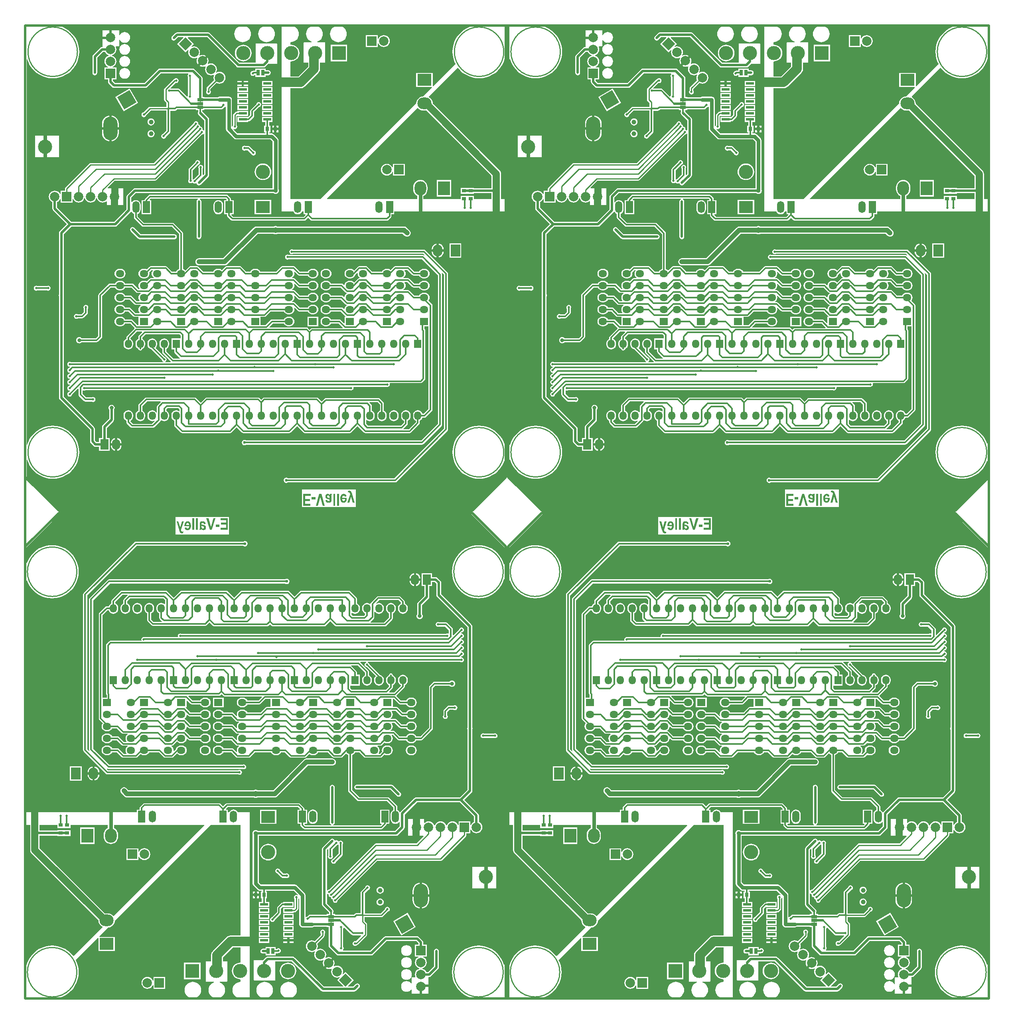
<source format=gbl>
G04*
G04 #@! TF.GenerationSoftware,Altium Limited,Altium Designer,20.0.14 (345)*
G04*
G04 Layer_Physical_Order=2*
G04 Layer_Color=16711680*
%FSLAX44Y44*%
%MOMM*%
G71*
G01*
G75*
%ADD11R,0.6350X1.2700*%
%ADD13R,0.8000X0.9000*%
%ADD14R,0.9000X0.8000*%
%ADD40C,0.5000*%
%ADD41C,0.2500*%
%ADD42C,1.5000*%
%ADD43C,0.3500*%
%ADD44C,0.3000*%
%ADD45C,0.7500*%
%ADD46C,1.0000*%
%ADD48C,0.2850*%
%ADD52C,0.2540*%
%ADD53C,2.0000*%
%ADD54C,1.0000*%
%ADD55O,1.5000X2.5000*%
%ADD56R,1.5000X2.5000*%
%ADD57O,1.7500X2.2500*%
%ADD58R,1.7500X2.2500*%
%ADD59O,2.0000X2.5000*%
%ADD60R,2.0000X2.5000*%
%ADD61O,2.5000X3.0000*%
%ADD62R,2.5000X3.0000*%
%ADD63O,1.5000X1.8000*%
%ADD64R,1.5000X1.8000*%
%ADD65O,1.8000X1.5000*%
%ADD66R,1.8000X1.5000*%
%ADD67R,2.0000X2.0000*%
%ADD68C,3.0000*%
%ADD69R,3.0000X3.0000*%
%ADD70R,2.0000X2.0000*%
%ADD71P,4.2426X4X255.0*%
%ADD72P,2.8284X4X180.0*%
%ADD73R,3.0000X2.5000*%
%ADD74O,3.0000X2.5000*%
%ADD75C,0.5000*%
%ADD76C,0.6000*%
%ADD77C,0.8000*%
%ADD78C,1.2500*%
%ADD79C,0.9000*%
%ADD80R,1.7018X0.5334*%
%ADD81O,3.0000X5.0000*%
%ADD82R,1.2700X0.6350*%
%ADD83C,2.0000*%
%ADD84R,0.2000X0.2647*%
G36*
X1973056Y2065000D02*
X1973266Y2063730D01*
X1966504Y2061435D01*
X1959884Y2058170D01*
X1953746Y2054069D01*
X1948197Y2049202D01*
X1943330Y2043653D01*
X1939229Y2037515D01*
X1935964Y2030895D01*
X1933591Y2023905D01*
X1932151Y2016665D01*
X1931669Y2009300D01*
X1932151Y2001934D01*
X1933591Y1994694D01*
X1935964Y1987705D01*
X1938058Y1983459D01*
X1890992Y1936393D01*
X1889819Y1936879D01*
Y1964470D01*
X1854739D01*
Y1934390D01*
X1887330D01*
X1887816Y1933217D01*
X1869072Y1914473D01*
X1866831Y1914253D01*
X1863996Y1913393D01*
X1861383Y1911996D01*
X1859093Y1910116D01*
X1857213Y1907826D01*
X1855817Y1905214D01*
X1854957Y1902379D01*
X1854736Y1900137D01*
X1651299Y1696700D01*
X1587799D01*
Y1931702D01*
X1609389D01*
X1609389Y1931702D01*
X1612663Y1932133D01*
X1615713Y1933396D01*
X1618333Y1935406D01*
X1618333Y1935407D01*
X1646899Y1963973D01*
X1648909Y1966593D01*
X1650173Y1969643D01*
X1650604Y1972917D01*
X1650604Y1972917D01*
Y1986260D01*
X1661459D01*
Y2029440D01*
X1644785D01*
X1644596Y2030710D01*
X1645344Y2030937D01*
X1648391Y2032566D01*
X1651062Y2034758D01*
X1653254Y2037428D01*
X1654882Y2040475D01*
X1655885Y2043782D01*
X1656224Y2047220D01*
X1655885Y2050659D01*
X1654882Y2053965D01*
X1653254Y2057012D01*
X1651062Y2059683D01*
X1648391Y2061875D01*
X1645344Y2063503D01*
X1644596Y2063730D01*
X1644785Y2065000D01*
X1683214D01*
X1683402Y2063730D01*
X1682654Y2063503D01*
X1679607Y2061875D01*
X1676936Y2059683D01*
X1674745Y2057012D01*
X1673116Y2053965D01*
X1672113Y2050659D01*
X1671774Y2047220D01*
X1672113Y2043782D01*
X1673116Y2040475D01*
X1674745Y2037428D01*
X1676936Y2034758D01*
X1679607Y2032566D01*
X1682654Y2030937D01*
X1685961Y2029934D01*
X1689399Y2029595D01*
X1692838Y2029934D01*
X1696144Y2030937D01*
X1699191Y2032566D01*
X1701862Y2034758D01*
X1704054Y2037428D01*
X1705682Y2040475D01*
X1706685Y2043782D01*
X1707024Y2047220D01*
X1706685Y2050659D01*
X1705682Y2053965D01*
X1704054Y2057012D01*
X1701862Y2059683D01*
X1699191Y2061875D01*
X1696144Y2063503D01*
X1695396Y2063730D01*
X1695585Y2065000D01*
X1973056Y2065000D01*
D02*
G37*
G36*
X1568749Y1955780D02*
Y1907520D01*
Y1670030D01*
X1594001D01*
X1594329Y1669236D01*
X1595939Y1667139D01*
X1598036Y1665530D01*
X1600478Y1664518D01*
X1603099Y1664173D01*
X1605720Y1664518D01*
X1608163Y1665530D01*
X1610260Y1667139D01*
X1611869Y1669236D01*
X1612198Y1670030D01*
X1615559D01*
Y1664260D01*
X1618994D01*
X1619480Y1663086D01*
X1615303Y1658909D01*
X1466315D01*
X1462235Y1662990D01*
X1462761Y1664260D01*
X1467139D01*
Y1694340D01*
X1461219D01*
Y1696810D01*
X1460905Y1698387D01*
X1460012Y1699723D01*
X1455042Y1704693D01*
X1453706Y1705586D01*
X1452130Y1705899D01*
X1289349D01*
X1287773Y1705586D01*
X1286436Y1704693D01*
X1279187Y1697443D01*
X1278294Y1696107D01*
X1277980Y1694530D01*
Y1694340D01*
X1272059D01*
Y1664260D01*
X1292139D01*
Y1694340D01*
X1289393D01*
X1288907Y1695513D01*
X1291055Y1697661D01*
X1391515D01*
X1391640Y1696391D01*
X1391523Y1696368D01*
X1389855Y1695254D01*
X1388741Y1693587D01*
X1388350Y1691620D01*
Y1616690D01*
X1388741Y1614724D01*
X1389855Y1613057D01*
X1391523Y1611943D01*
X1393489Y1611552D01*
X1395456Y1611943D01*
X1397123Y1613057D01*
X1398237Y1614724D01*
X1398628Y1616690D01*
Y1691620D01*
X1398237Y1693587D01*
X1397123Y1695254D01*
X1395456Y1696368D01*
X1395338Y1696391D01*
X1395464Y1697661D01*
X1450423D01*
X1452475Y1695610D01*
X1451949Y1694340D01*
X1447059D01*
Y1664260D01*
X1452980D01*
Y1662300D01*
X1453294Y1660724D01*
X1454187Y1659387D01*
X1461696Y1651877D01*
X1463033Y1650985D01*
X1464609Y1650671D01*
X1617009D01*
X1618585Y1650985D01*
X1619922Y1651877D01*
X1625264Y1657220D01*
X1630606Y1651877D01*
X1631943Y1650985D01*
X1633519Y1650671D01*
X1792269D01*
X1793845Y1650985D01*
X1795182Y1651877D01*
X1801012Y1657708D01*
X1801905Y1659044D01*
X1802218Y1660620D01*
Y1664260D01*
X1808139D01*
Y1670030D01*
X2042459D01*
X2042459Y1178240D01*
X2041206Y1178033D01*
X2040235Y1180895D01*
X2036970Y1187515D01*
X2032869Y1193653D01*
X2028002Y1199202D01*
X2022452Y1204069D01*
X2016315Y1208170D01*
X2009695Y1211435D01*
X2002705Y1213808D01*
X1995465Y1215248D01*
X1988099Y1215731D01*
X1980734Y1215248D01*
X1973494Y1213808D01*
X1966504Y1211435D01*
X1959884Y1208170D01*
X1953746Y1204069D01*
X1948197Y1199202D01*
X1943330Y1193653D01*
X1939229Y1187515D01*
X1935964Y1180895D01*
X1933591Y1173905D01*
X1932151Y1166665D01*
X1931669Y1159300D01*
X1932151Y1151934D01*
X1933591Y1144694D01*
X1935964Y1137705D01*
X1939229Y1131084D01*
X1943330Y1124947D01*
X1948197Y1119397D01*
X1953746Y1114530D01*
X1959884Y1110429D01*
X1966504Y1107164D01*
X1973494Y1104792D01*
X1980734Y1103352D01*
X1988099Y1102869D01*
X1995465Y1103352D01*
X2002705Y1104792D01*
X2009695Y1107164D01*
X2016315Y1110429D01*
X2022452Y1114530D01*
X2028002Y1119397D01*
X2032869Y1124947D01*
X2036970Y1131084D01*
X2040235Y1137705D01*
X2041206Y1140566D01*
X2042459Y1140359D01*
Y1107420D01*
X1971339Y1036300D01*
X1098849Y1036300D01*
X1027729Y1107420D01*
Y1143283D01*
X1028999Y1143493D01*
X1030964Y1137705D01*
X1034229Y1131084D01*
X1038330Y1124947D01*
X1043197Y1119397D01*
X1048746Y1114530D01*
X1054884Y1110429D01*
X1061504Y1107164D01*
X1068494Y1104792D01*
X1075734Y1103352D01*
X1083099Y1102869D01*
X1090465Y1103352D01*
X1097705Y1104792D01*
X1104694Y1107164D01*
X1111315Y1110429D01*
X1117452Y1114530D01*
X1123002Y1119397D01*
X1127869Y1124947D01*
X1131970Y1131084D01*
X1135235Y1137705D01*
X1137607Y1144694D01*
X1139047Y1151934D01*
X1139530Y1159300D01*
X1139047Y1166665D01*
X1137607Y1173905D01*
X1135235Y1180895D01*
X1131970Y1187515D01*
X1127869Y1193653D01*
X1123002Y1199202D01*
X1117452Y1204069D01*
X1111315Y1208170D01*
X1104694Y1211435D01*
X1097705Y1213808D01*
X1090465Y1215248D01*
X1083099Y1215731D01*
X1075734Y1215248D01*
X1068494Y1213808D01*
X1061504Y1211435D01*
X1054884Y1208170D01*
X1048746Y1204069D01*
X1043197Y1199202D01*
X1038330Y1193653D01*
X1034229Y1187515D01*
X1030964Y1180895D01*
X1028999Y1175106D01*
X1027729Y1175316D01*
Y1993283D01*
X1028999Y1993493D01*
X1030964Y1987705D01*
X1034229Y1981084D01*
X1038330Y1974947D01*
X1043197Y1969397D01*
X1048746Y1964530D01*
X1054884Y1960429D01*
X1061504Y1957164D01*
X1068494Y1954792D01*
X1075734Y1953352D01*
X1083099Y1952869D01*
X1090465Y1953352D01*
X1097705Y1954792D01*
X1104694Y1957164D01*
X1111315Y1960429D01*
X1117452Y1964530D01*
X1123002Y1969397D01*
X1127869Y1974947D01*
X1131970Y1981084D01*
X1135235Y1987705D01*
X1137607Y1994694D01*
X1139047Y2001934D01*
X1139530Y2009300D01*
X1139047Y2016665D01*
X1137607Y2023905D01*
X1135235Y2030895D01*
X1131970Y2037515D01*
X1127869Y2043653D01*
X1123002Y2049202D01*
X1117452Y2054069D01*
X1111315Y2058170D01*
X1104694Y2061435D01*
X1097933Y2063730D01*
X1098143Y2065000D01*
X1480013D01*
X1480202Y2063730D01*
X1479454Y2063503D01*
X1476407Y2061875D01*
X1473736Y2059683D01*
X1471545Y2057012D01*
X1469916Y2053965D01*
X1468913Y2050659D01*
X1468574Y2047220D01*
X1468913Y2043782D01*
X1469916Y2040475D01*
X1471545Y2037428D01*
X1473736Y2034758D01*
X1476407Y2032566D01*
X1479454Y2030937D01*
X1482761Y2029934D01*
X1486199Y2029595D01*
X1489637Y2029934D01*
X1492944Y2030937D01*
X1495991Y2032566D01*
X1498662Y2034758D01*
X1500854Y2037428D01*
X1502482Y2040475D01*
X1503485Y2043782D01*
X1503824Y2047220D01*
X1503485Y2050659D01*
X1502482Y2053965D01*
X1500854Y2057012D01*
X1498662Y2059683D01*
X1495991Y2061875D01*
X1492944Y2063503D01*
X1492196Y2063730D01*
X1492385Y2065000D01*
X1530813D01*
X1531002Y2063730D01*
X1530254Y2063503D01*
X1527207Y2061875D01*
X1524536Y2059683D01*
X1522345Y2057012D01*
X1520716Y2053965D01*
X1519713Y2050659D01*
X1519374Y2047220D01*
X1519713Y2043782D01*
X1520716Y2040475D01*
X1522345Y2037428D01*
X1524536Y2034758D01*
X1527207Y2032566D01*
X1530254Y2030937D01*
X1533561Y2029934D01*
X1536999Y2029595D01*
X1540437Y2029934D01*
X1543744Y2030937D01*
X1546791Y2032566D01*
X1549462Y2034758D01*
X1551654Y2037428D01*
X1553282Y2040475D01*
X1554285Y2043782D01*
X1554624Y2047220D01*
X1554285Y2050659D01*
X1553282Y2053965D01*
X1551654Y2057012D01*
X1549462Y2059683D01*
X1546791Y2061875D01*
X1543744Y2063503D01*
X1542996Y2063730D01*
X1543185Y2065000D01*
X1568749D01*
Y1955780D01*
D02*
G37*
G36*
X948055Y2065000D02*
X948265Y2063730D01*
X941503Y2061435D01*
X934883Y2058170D01*
X928745Y2054069D01*
X923196Y2049202D01*
X918329Y2043653D01*
X914228Y2037515D01*
X910963Y2030895D01*
X908590Y2023905D01*
X907150Y2016665D01*
X906668Y2009300D01*
X907150Y2001934D01*
X908590Y1994694D01*
X910963Y1987705D01*
X913057Y1983459D01*
X865992Y1936393D01*
X864818Y1936879D01*
Y1964470D01*
X829738D01*
Y1934390D01*
X862329D01*
X862815Y1933217D01*
X844071Y1914473D01*
X841830Y1914253D01*
X838995Y1913393D01*
X836382Y1911996D01*
X834092Y1910116D01*
X832212Y1907826D01*
X830816Y1905214D01*
X829956Y1902379D01*
X829735Y1900137D01*
X626298Y1696700D01*
X562798D01*
Y1931702D01*
X584388D01*
X584388Y1931702D01*
X587662Y1932133D01*
X590712Y1933396D01*
X593332Y1935406D01*
X593332Y1935407D01*
X621898Y1963973D01*
X623909Y1966593D01*
X625172Y1969643D01*
X625603Y1972917D01*
X625603Y1972917D01*
Y1986260D01*
X636458D01*
Y2029440D01*
X619784D01*
X619595Y2030710D01*
X620343Y2030937D01*
X623390Y2032566D01*
X626061Y2034758D01*
X628253Y2037428D01*
X629881Y2040475D01*
X630884Y2043782D01*
X631223Y2047220D01*
X630884Y2050659D01*
X629881Y2053965D01*
X628253Y2057012D01*
X626061Y2059683D01*
X623390Y2061875D01*
X620343Y2063503D01*
X619595Y2063730D01*
X619784Y2065000D01*
X658213D01*
X658401Y2063730D01*
X657653Y2063503D01*
X654606Y2061875D01*
X651936Y2059683D01*
X649744Y2057012D01*
X648115Y2053965D01*
X647112Y2050659D01*
X646773Y2047220D01*
X647112Y2043782D01*
X648115Y2040475D01*
X649744Y2037428D01*
X651936Y2034758D01*
X654606Y2032566D01*
X657653Y2030937D01*
X660960Y2029934D01*
X664398Y2029595D01*
X667837Y2029934D01*
X671143Y2030937D01*
X674190Y2032566D01*
X676861Y2034758D01*
X679053Y2037428D01*
X680681Y2040475D01*
X681684Y2043782D01*
X682023Y2047220D01*
X681684Y2050659D01*
X680681Y2053965D01*
X679053Y2057012D01*
X676861Y2059683D01*
X674190Y2061875D01*
X671143Y2063503D01*
X670395Y2063730D01*
X670584Y2065000D01*
X948055Y2065000D01*
D02*
G37*
G36*
X543748Y1955780D02*
Y1907520D01*
Y1670030D01*
X569000D01*
X569328Y1669236D01*
X570938Y1667139D01*
X573035Y1665530D01*
X575477Y1664518D01*
X578098Y1664173D01*
X580719Y1664518D01*
X583162Y1665530D01*
X585259Y1667139D01*
X586868Y1669236D01*
X587197Y1670030D01*
X590558D01*
Y1664260D01*
X593993D01*
X594479Y1663086D01*
X590302Y1658909D01*
X441314D01*
X437234Y1662990D01*
X437760Y1664260D01*
X442138D01*
Y1694340D01*
X436218D01*
Y1696810D01*
X435904Y1698387D01*
X435011Y1699723D01*
X430041Y1704693D01*
X428705Y1705586D01*
X427129Y1705899D01*
X264348D01*
X262772Y1705586D01*
X261436Y1704693D01*
X254186Y1697443D01*
X253293Y1696107D01*
X252979Y1694530D01*
Y1694340D01*
X247058D01*
Y1664260D01*
X267138D01*
Y1694340D01*
X264392D01*
X263906Y1695513D01*
X266054Y1697661D01*
X366514D01*
X366639Y1696391D01*
X366522Y1696368D01*
X364855Y1695254D01*
X363741Y1693587D01*
X363349Y1691620D01*
Y1616690D01*
X363741Y1614724D01*
X364855Y1613057D01*
X366522Y1611943D01*
X368488Y1611552D01*
X370455Y1611943D01*
X372122Y1613057D01*
X373236Y1614724D01*
X373627Y1616690D01*
Y1691620D01*
X373236Y1693587D01*
X372122Y1695254D01*
X370455Y1696368D01*
X370338Y1696391D01*
X370463Y1697661D01*
X425423D01*
X427474Y1695610D01*
X426948Y1694340D01*
X422058D01*
Y1664260D01*
X427979D01*
Y1662300D01*
X428293Y1660724D01*
X429186Y1659387D01*
X436696Y1651877D01*
X438032Y1650985D01*
X439608Y1650671D01*
X592008D01*
X593585Y1650985D01*
X594921Y1651877D01*
X600263Y1657220D01*
X605606Y1651877D01*
X606942Y1650985D01*
X608518Y1650671D01*
X767268D01*
X768845Y1650985D01*
X770181Y1651877D01*
X776011Y1657708D01*
X776904Y1659044D01*
X777218Y1660620D01*
Y1664260D01*
X783138D01*
Y1670030D01*
X1017458D01*
X1017458Y1178240D01*
X1016205Y1178033D01*
X1015234Y1180895D01*
X1011969Y1187515D01*
X1007868Y1193653D01*
X1003001Y1199202D01*
X997451Y1204069D01*
X991314Y1208170D01*
X984694Y1211435D01*
X977704Y1213808D01*
X970464Y1215248D01*
X963098Y1215731D01*
X955733Y1215248D01*
X948493Y1213808D01*
X941503Y1211435D01*
X934883Y1208170D01*
X928745Y1204069D01*
X923196Y1199202D01*
X918329Y1193653D01*
X914228Y1187515D01*
X910963Y1180895D01*
X908590Y1173905D01*
X907150Y1166665D01*
X906668Y1159300D01*
X907150Y1151934D01*
X908590Y1144694D01*
X910963Y1137705D01*
X914228Y1131084D01*
X918329Y1124947D01*
X923196Y1119397D01*
X928745Y1114530D01*
X934883Y1110429D01*
X941503Y1107164D01*
X948493Y1104792D01*
X955733Y1103352D01*
X963098Y1102869D01*
X970464Y1103352D01*
X977704Y1104792D01*
X984694Y1107164D01*
X991314Y1110429D01*
X997451Y1114530D01*
X1003001Y1119397D01*
X1007868Y1124947D01*
X1011969Y1131084D01*
X1015234Y1137705D01*
X1016205Y1140566D01*
X1017458Y1140359D01*
Y1107420D01*
X946338Y1036300D01*
X73848Y1036300D01*
X2728Y1107420D01*
Y1143283D01*
X3998Y1143493D01*
X5963Y1137705D01*
X9228Y1131084D01*
X13329Y1124947D01*
X18196Y1119397D01*
X23746Y1114530D01*
X29883Y1110429D01*
X36503Y1107164D01*
X43493Y1104792D01*
X50733Y1103352D01*
X58098Y1102869D01*
X65464Y1103352D01*
X72704Y1104792D01*
X79693Y1107164D01*
X86314Y1110429D01*
X92451Y1114530D01*
X98001Y1119397D01*
X102868Y1124947D01*
X106969Y1131084D01*
X110234Y1137705D01*
X112606Y1144694D01*
X114046Y1151934D01*
X114529Y1159300D01*
X114046Y1166665D01*
X112606Y1173905D01*
X110234Y1180895D01*
X106969Y1187515D01*
X102868Y1193653D01*
X98001Y1199202D01*
X92451Y1204069D01*
X86314Y1208170D01*
X79693Y1211435D01*
X72704Y1213808D01*
X65464Y1215248D01*
X58098Y1215731D01*
X50733Y1215248D01*
X43493Y1213808D01*
X36503Y1211435D01*
X29883Y1208170D01*
X23746Y1204069D01*
X18196Y1199202D01*
X13329Y1193653D01*
X9228Y1187515D01*
X5963Y1180895D01*
X3998Y1175106D01*
X2728Y1175316D01*
Y1993283D01*
X3998Y1993493D01*
X5963Y1987705D01*
X9228Y1981084D01*
X13329Y1974947D01*
X18196Y1969397D01*
X23746Y1964530D01*
X29883Y1960429D01*
X36503Y1957164D01*
X43493Y1954792D01*
X50733Y1953352D01*
X58098Y1952869D01*
X65464Y1953352D01*
X72704Y1954792D01*
X79693Y1957164D01*
X86314Y1960429D01*
X92451Y1964530D01*
X98001Y1969397D01*
X102868Y1974947D01*
X106969Y1981084D01*
X110234Y1987705D01*
X112606Y1994694D01*
X114046Y2001934D01*
X114529Y2009300D01*
X114046Y2016665D01*
X112606Y2023905D01*
X110234Y2030895D01*
X106969Y2037515D01*
X102868Y2043653D01*
X98001Y2049202D01*
X92451Y2054069D01*
X86314Y2058170D01*
X79693Y2061435D01*
X72932Y2063730D01*
X73142Y2065000D01*
X455013D01*
X455201Y2063730D01*
X454453Y2063503D01*
X451406Y2061875D01*
X448736Y2059683D01*
X446544Y2057012D01*
X444915Y2053965D01*
X443912Y2050659D01*
X443573Y2047220D01*
X443912Y2043782D01*
X444915Y2040475D01*
X446544Y2037428D01*
X448736Y2034758D01*
X451406Y2032566D01*
X454453Y2030937D01*
X457760Y2029934D01*
X461198Y2029595D01*
X464637Y2029934D01*
X467943Y2030937D01*
X470990Y2032566D01*
X473661Y2034758D01*
X475853Y2037428D01*
X477481Y2040475D01*
X478484Y2043782D01*
X478823Y2047220D01*
X478484Y2050659D01*
X477481Y2053965D01*
X475853Y2057012D01*
X473661Y2059683D01*
X470990Y2061875D01*
X467943Y2063503D01*
X467196Y2063730D01*
X467384Y2065000D01*
X505812D01*
X506001Y2063730D01*
X505253Y2063503D01*
X502206Y2061875D01*
X499535Y2059683D01*
X497344Y2057012D01*
X495715Y2053965D01*
X494712Y2050659D01*
X494373Y2047220D01*
X494712Y2043782D01*
X495715Y2040475D01*
X497344Y2037428D01*
X499535Y2034758D01*
X502206Y2032566D01*
X505253Y2030937D01*
X508560Y2029934D01*
X511998Y2029595D01*
X515437Y2029934D01*
X518743Y2030937D01*
X521790Y2032566D01*
X524461Y2034758D01*
X526653Y2037428D01*
X528281Y2040475D01*
X529284Y2043782D01*
X529623Y2047220D01*
X529284Y2050659D01*
X528281Y2053965D01*
X526653Y2057012D01*
X524461Y2059683D01*
X521790Y2061875D01*
X518743Y2063503D01*
X517995Y2063730D01*
X518184Y2065000D01*
X543748D01*
Y1955780D01*
D02*
G37*
G36*
X1632602Y2063730D02*
X1631854Y2063503D01*
X1628807Y2061875D01*
X1626136Y2059683D01*
X1623945Y2057012D01*
X1622316Y2053965D01*
X1621313Y2050659D01*
X1620974Y2047220D01*
X1621313Y2043782D01*
X1622316Y2040475D01*
X1623945Y2037428D01*
X1626136Y2034758D01*
X1628807Y2032566D01*
X1631854Y2030937D01*
X1632602Y2030710D01*
X1632413Y2029440D01*
X1617009D01*
X1615739Y2028170D01*
Y1986260D01*
X1625307D01*
Y1978156D01*
X1604150Y1956998D01*
X1587799D01*
Y1988135D01*
X1588740Y1988988D01*
X1589069Y1988955D01*
X1592507Y1989294D01*
X1595814Y1990297D01*
X1598861Y1991926D01*
X1601532Y1994117D01*
X1603724Y1996788D01*
X1605352Y1999835D01*
X1606355Y2003142D01*
X1606694Y2006580D01*
X1606355Y2010019D01*
X1605352Y2013325D01*
X1603724Y2016372D01*
X1601532Y2019043D01*
X1598861Y2021235D01*
X1595814Y2022863D01*
X1592507Y2023866D01*
X1589069Y2024205D01*
X1588740Y2024173D01*
X1587799Y2025025D01*
Y2029595D01*
X1591237Y2029934D01*
X1594544Y2030937D01*
X1597591Y2032566D01*
X1600262Y2034758D01*
X1602454Y2037428D01*
X1604082Y2040475D01*
X1605085Y2043782D01*
X1605424Y2047220D01*
X1605085Y2050659D01*
X1604082Y2053965D01*
X1602454Y2057012D01*
X1600262Y2059683D01*
X1597591Y2061875D01*
X1594544Y2063503D01*
X1593796Y2063730D01*
X1593985Y2065000D01*
X1632413Y2065000D01*
X1632602Y2063730D01*
D02*
G37*
G36*
X607601D02*
X606853Y2063503D01*
X603806Y2061875D01*
X601135Y2059683D01*
X598944Y2057012D01*
X597315Y2053965D01*
X596312Y2050659D01*
X595973Y2047220D01*
X596312Y2043782D01*
X597315Y2040475D01*
X598944Y2037428D01*
X601135Y2034758D01*
X603806Y2032566D01*
X606853Y2030937D01*
X607601Y2030710D01*
X607412Y2029440D01*
X592008D01*
X590738Y2028170D01*
Y1986260D01*
X600307D01*
Y1978156D01*
X579149Y1956998D01*
X562798D01*
Y1988135D01*
X563739Y1988988D01*
X564068Y1988955D01*
X567507Y1989294D01*
X570813Y1990297D01*
X573860Y1991926D01*
X576531Y1994117D01*
X578723Y1996788D01*
X580351Y1999835D01*
X581354Y2003142D01*
X581693Y2006580D01*
X581354Y2010019D01*
X580351Y2013325D01*
X578723Y2016372D01*
X576531Y2019043D01*
X573860Y2021235D01*
X570813Y2022863D01*
X567507Y2023866D01*
X564068Y2024205D01*
X563739Y2024173D01*
X562798Y2025025D01*
Y2029595D01*
X566237Y2029934D01*
X569543Y2030937D01*
X572590Y2032566D01*
X575261Y2034758D01*
X577453Y2037428D01*
X579081Y2040475D01*
X580084Y2043782D01*
X580423Y2047220D01*
X580084Y2050659D01*
X579081Y2053965D01*
X577453Y2057012D01*
X575261Y2059683D01*
X572590Y2061875D01*
X569543Y2063503D01*
X568796Y2063730D01*
X568984Y2065000D01*
X607413Y2065000D01*
X607601Y2063730D01*
D02*
G37*
G36*
X2044999Y2000209D02*
X2044999Y1696700D01*
X2034806D01*
Y1713210D01*
Y1750040D01*
X2034806Y1750040D01*
X2034461Y1752661D01*
X2033449Y1755103D01*
X2031840Y1757201D01*
X1889867Y1899174D01*
X1889892Y1899430D01*
X1889601Y1902379D01*
X1888741Y1905214D01*
X1887345Y1907826D01*
X1885465Y1910116D01*
X1883175Y1911996D01*
X1881587Y1912845D01*
X1881400Y1914101D01*
X1942130Y1974831D01*
X1943662Y1974568D01*
X1948197Y1969397D01*
X1953746Y1964530D01*
X1959884Y1960429D01*
X1966504Y1957164D01*
X1973494Y1954792D01*
X1980734Y1953352D01*
X1988099Y1952869D01*
X1995465Y1953352D01*
X2002705Y1954792D01*
X2009695Y1957164D01*
X2016315Y1960429D01*
X2022452Y1964530D01*
X2028002Y1969397D01*
X2032869Y1974947D01*
X2036970Y1981084D01*
X2040235Y1987705D01*
X2042607Y1994694D01*
X2043729Y2000334D01*
X2044999Y2000209D01*
D02*
G37*
G36*
X1019998D02*
X1019998Y1696700D01*
X1009805D01*
Y1713210D01*
Y1750040D01*
X1009805Y1750040D01*
X1009460Y1752661D01*
X1008448Y1755103D01*
X1006839Y1757201D01*
X864866Y1899174D01*
X864891Y1899430D01*
X864601Y1902379D01*
X863741Y1905214D01*
X862344Y1907826D01*
X860464Y1910116D01*
X858174Y1911996D01*
X856586Y1912845D01*
X856399Y1914101D01*
X917129Y1974831D01*
X918661Y1974568D01*
X923196Y1969397D01*
X928745Y1964530D01*
X934883Y1960429D01*
X941503Y1957164D01*
X948493Y1954792D01*
X955733Y1953352D01*
X963098Y1952869D01*
X970464Y1953352D01*
X977704Y1954792D01*
X984694Y1957164D01*
X991314Y1960429D01*
X997451Y1964530D01*
X1003001Y1969397D01*
X1007868Y1974947D01*
X1011969Y1981084D01*
X1015234Y1987705D01*
X1017606Y1994694D01*
X1018728Y2000334D01*
X1019998Y2000209D01*
D02*
G37*
G36*
X1858318Y1889688D02*
X1859093Y1888744D01*
X1861383Y1886864D01*
X1863996Y1885468D01*
X1866831Y1884608D01*
X1869779Y1884317D01*
X1874779D01*
X1875964Y1884434D01*
X2014552Y1745846D01*
Y1719229D01*
X1977109D01*
Y1720630D01*
X1949059D01*
Y1707550D01*
X1977109D01*
Y1708952D01*
X2014552D01*
Y1696700D01*
X1977109D01*
Y1703630D01*
X1949059D01*
Y1696700D01*
X1869802D01*
Y1703434D01*
X1871785Y1704494D01*
X1874075Y1706374D01*
X1875955Y1708664D01*
X1877352Y1711277D01*
X1878212Y1714112D01*
X1878502Y1717060D01*
Y1722060D01*
X1878212Y1725009D01*
X1877352Y1727844D01*
X1875955Y1730456D01*
X1874075Y1732746D01*
X1871785Y1734626D01*
X1869173Y1736023D01*
X1866337Y1736883D01*
X1863389Y1737173D01*
X1860441Y1736883D01*
X1857606Y1736023D01*
X1854993Y1734626D01*
X1852703Y1732746D01*
X1850823Y1730456D01*
X1849427Y1727844D01*
X1848567Y1725009D01*
X1848276Y1722060D01*
Y1717060D01*
X1848567Y1714112D01*
X1849427Y1711277D01*
X1850823Y1708664D01*
X1852703Y1706374D01*
X1854993Y1704494D01*
X1856976Y1703434D01*
Y1696700D01*
X1665659D01*
X1665172Y1697874D01*
X1857049Y1889750D01*
X1858318Y1889688D01*
D02*
G37*
G36*
X833317D02*
X834092Y1888744D01*
X836382Y1886864D01*
X838995Y1885468D01*
X841830Y1884608D01*
X844778Y1884317D01*
X849778D01*
X850963Y1884434D01*
X989552Y1745846D01*
Y1719229D01*
X952108D01*
Y1720630D01*
X924058D01*
Y1707550D01*
X952108D01*
Y1708952D01*
X989552D01*
Y1696700D01*
X952108D01*
Y1703630D01*
X924058D01*
Y1696700D01*
X844801D01*
Y1703434D01*
X846784Y1704494D01*
X849074Y1706374D01*
X850954Y1708664D01*
X852351Y1711277D01*
X853211Y1714112D01*
X853501Y1717060D01*
Y1722060D01*
X853211Y1725009D01*
X852351Y1727844D01*
X850954Y1730456D01*
X849074Y1732746D01*
X846784Y1734626D01*
X844172Y1736023D01*
X841337Y1736883D01*
X838388Y1737173D01*
X835440Y1736883D01*
X832605Y1736023D01*
X829992Y1734626D01*
X827702Y1732746D01*
X825822Y1730456D01*
X824426Y1727844D01*
X823566Y1725009D01*
X823275Y1722060D01*
Y1717060D01*
X823566Y1714112D01*
X824426Y1711277D01*
X825822Y1708664D01*
X827702Y1706374D01*
X829992Y1704494D01*
X831975Y1703434D01*
Y1696700D01*
X640658D01*
X640172Y1697874D01*
X832048Y1889750D01*
X833317Y1889688D01*
D02*
G37*
G36*
X2042272Y957580D02*
Y921717D01*
X2041002Y921507D01*
X2039037Y927295D01*
X2035772Y933916D01*
X2031671Y940053D01*
X2026804Y945603D01*
X2021254Y950470D01*
X2015117Y954571D01*
X2008497Y957836D01*
X2001507Y960208D01*
X1994267Y961648D01*
X1986902Y962131D01*
X1979536Y961648D01*
X1972296Y960208D01*
X1965307Y957836D01*
X1958686Y954571D01*
X1952549Y950470D01*
X1946999Y945603D01*
X1942132Y940053D01*
X1938031Y933916D01*
X1934766Y927295D01*
X1932394Y920306D01*
X1930954Y913066D01*
X1930471Y905700D01*
X1930954Y898335D01*
X1932394Y891095D01*
X1934766Y884105D01*
X1938031Y877485D01*
X1942132Y871347D01*
X1946999Y865798D01*
X1952549Y860931D01*
X1958686Y856830D01*
X1965307Y853565D01*
X1972296Y851192D01*
X1979536Y849752D01*
X1986902Y849269D01*
X1994267Y849752D01*
X2001507Y851192D01*
X2008497Y853565D01*
X2015117Y856830D01*
X2021254Y860931D01*
X2026804Y865798D01*
X2031671Y871347D01*
X2035772Y877485D01*
X2039037Y884105D01*
X2041002Y889894D01*
X2042272Y889684D01*
Y71717D01*
X2041002Y71507D01*
X2039037Y77295D01*
X2035772Y83916D01*
X2031671Y90053D01*
X2026804Y95603D01*
X2021254Y100470D01*
X2015117Y104571D01*
X2008497Y107836D01*
X2001507Y110208D01*
X1994267Y111648D01*
X1986902Y112131D01*
X1979536Y111648D01*
X1972296Y110208D01*
X1965307Y107836D01*
X1958686Y104571D01*
X1952549Y100470D01*
X1946999Y95603D01*
X1942132Y90053D01*
X1938031Y83916D01*
X1934766Y77295D01*
X1932394Y70306D01*
X1930954Y63066D01*
X1930471Y55700D01*
X1930954Y48335D01*
X1932394Y41095D01*
X1934766Y34105D01*
X1938031Y27485D01*
X1942132Y21347D01*
X1946999Y15798D01*
X1952549Y10931D01*
X1958686Y6830D01*
X1965307Y3565D01*
X1972068Y1270D01*
X1971858Y-0D01*
X1589987D01*
X1589799Y1270D01*
X1590547Y1497D01*
X1593594Y3125D01*
X1596264Y5317D01*
X1598456Y7988D01*
X1600085Y11035D01*
X1601088Y14341D01*
X1601427Y17780D01*
X1601088Y21218D01*
X1600085Y24525D01*
X1598456Y27572D01*
X1596264Y30243D01*
X1593594Y32434D01*
X1590547Y34063D01*
X1587240Y35066D01*
X1583802Y35405D01*
X1580363Y35066D01*
X1577057Y34063D01*
X1574010Y32434D01*
X1571339Y30243D01*
X1569147Y27572D01*
X1567519Y24525D01*
X1566516Y21218D01*
X1566177Y17780D01*
X1566516Y14341D01*
X1567519Y11035D01*
X1569147Y7988D01*
X1571339Y5317D01*
X1574010Y3125D01*
X1577057Y1497D01*
X1577805Y1270D01*
X1577616Y-0D01*
X1539187D01*
X1538999Y1270D01*
X1539747Y1497D01*
X1542794Y3125D01*
X1545464Y5317D01*
X1547656Y7988D01*
X1549285Y11035D01*
X1550288Y14341D01*
X1550627Y17780D01*
X1550288Y21218D01*
X1549285Y24525D01*
X1547656Y27572D01*
X1545464Y30243D01*
X1542794Y32434D01*
X1539747Y34063D01*
X1536440Y35066D01*
X1533002Y35405D01*
X1529563Y35066D01*
X1526257Y34063D01*
X1523210Y32434D01*
X1520539Y30243D01*
X1518347Y27572D01*
X1516719Y24525D01*
X1515716Y21218D01*
X1515377Y17780D01*
X1515716Y14341D01*
X1516719Y11035D01*
X1518347Y7988D01*
X1520539Y5317D01*
X1523210Y3125D01*
X1526257Y1497D01*
X1527005Y1270D01*
X1526816Y-0D01*
X1501252D01*
Y109220D01*
Y157480D01*
Y394970D01*
X1476000D01*
X1475672Y395764D01*
X1474062Y397861D01*
X1471965Y399470D01*
X1469523Y400482D01*
X1466902Y400827D01*
X1464281Y400482D01*
X1461838Y399470D01*
X1459741Y397861D01*
X1458132Y395764D01*
X1457803Y394970D01*
X1454442D01*
Y400740D01*
X1451007D01*
X1450521Y401914D01*
X1454698Y406091D01*
X1603686D01*
X1607766Y402010D01*
X1607240Y400740D01*
X1602862D01*
Y370660D01*
X1608783D01*
Y368190D01*
X1609096Y366613D01*
X1609989Y365277D01*
X1614959Y360307D01*
X1616295Y359414D01*
X1617871Y359101D01*
X1780652D01*
X1782228Y359414D01*
X1783564Y360307D01*
X1790814Y367557D01*
X1791707Y368893D01*
X1792021Y370470D01*
Y370660D01*
X1797942D01*
Y400740D01*
X1777862D01*
Y370660D01*
X1780608D01*
X1781094Y369487D01*
X1778946Y367339D01*
X1678486D01*
X1678361Y368609D01*
X1678478Y368632D01*
X1680146Y369746D01*
X1681259Y371413D01*
X1681651Y373380D01*
Y448310D01*
X1681259Y450276D01*
X1680146Y451943D01*
X1678478Y453057D01*
X1676512Y453448D01*
X1674545Y453057D01*
X1672878Y451943D01*
X1671764Y450276D01*
X1671373Y448310D01*
Y373380D01*
X1671764Y371413D01*
X1672878Y369746D01*
X1674545Y368632D01*
X1674662Y368609D01*
X1674537Y367339D01*
X1619578D01*
X1617526Y369390D01*
X1618052Y370660D01*
X1622942D01*
Y400740D01*
X1617021D01*
Y402700D01*
X1616707Y404276D01*
X1615814Y405613D01*
X1608304Y413122D01*
X1606968Y414015D01*
X1605392Y414329D01*
X1452992D01*
X1451416Y414015D01*
X1450079Y413122D01*
X1444737Y407780D01*
X1439395Y413122D01*
X1438058Y414015D01*
X1436482Y414329D01*
X1277732D01*
X1276155Y414015D01*
X1274819Y413122D01*
X1268989Y407292D01*
X1268096Y405956D01*
X1267783Y404380D01*
Y400740D01*
X1261862D01*
Y394970D01*
X1027542D01*
X1027542Y886760D01*
X1028795Y886967D01*
X1029766Y884105D01*
X1033031Y877485D01*
X1037132Y871347D01*
X1041999Y865798D01*
X1047549Y860931D01*
X1053686Y856830D01*
X1060306Y853565D01*
X1067296Y851192D01*
X1074536Y849752D01*
X1081902Y849269D01*
X1089267Y849752D01*
X1096507Y851192D01*
X1103497Y853565D01*
X1110117Y856830D01*
X1116255Y860931D01*
X1121804Y865798D01*
X1126671Y871347D01*
X1130772Y877485D01*
X1134037Y884105D01*
X1136410Y891095D01*
X1137850Y898335D01*
X1138332Y905700D01*
X1137850Y913066D01*
X1136410Y920306D01*
X1134037Y927295D01*
X1130772Y933916D01*
X1126671Y940053D01*
X1121804Y945603D01*
X1116255Y950470D01*
X1110117Y954571D01*
X1103497Y957836D01*
X1096507Y960208D01*
X1089267Y961648D01*
X1081902Y962131D01*
X1074536Y961648D01*
X1067296Y960208D01*
X1060306Y957836D01*
X1053686Y954571D01*
X1047549Y950470D01*
X1041999Y945603D01*
X1037132Y940053D01*
X1033031Y933916D01*
X1029766Y927295D01*
X1028795Y924434D01*
X1027542Y924641D01*
Y957580D01*
X1098662Y1028700D01*
X1971152Y1028700D01*
X2042272Y957580D01*
D02*
G37*
G36*
X1017271D02*
Y921717D01*
X1016001Y921507D01*
X1014036Y927295D01*
X1010771Y933916D01*
X1006670Y940053D01*
X1001803Y945603D01*
X996254Y950470D01*
X990116Y954571D01*
X983496Y957836D01*
X976506Y960208D01*
X969266Y961648D01*
X961901Y962131D01*
X954535Y961648D01*
X947295Y960208D01*
X940306Y957836D01*
X933685Y954571D01*
X927548Y950470D01*
X921998Y945603D01*
X917131Y940053D01*
X913030Y933916D01*
X909765Y927295D01*
X907393Y920306D01*
X905953Y913066D01*
X905470Y905700D01*
X905953Y898335D01*
X907393Y891095D01*
X909765Y884105D01*
X913030Y877485D01*
X917131Y871347D01*
X921998Y865798D01*
X927548Y860931D01*
X933685Y856830D01*
X940306Y853565D01*
X947295Y851192D01*
X954535Y849752D01*
X961901Y849269D01*
X969266Y849752D01*
X976506Y851192D01*
X983496Y853565D01*
X990116Y856830D01*
X996254Y860931D01*
X1001803Y865798D01*
X1006670Y871347D01*
X1010771Y877485D01*
X1014036Y884105D01*
X1016001Y889894D01*
X1017271Y889684D01*
Y71717D01*
X1016001Y71507D01*
X1014036Y77295D01*
X1010771Y83916D01*
X1006670Y90053D01*
X1001803Y95603D01*
X996254Y100470D01*
X990116Y104571D01*
X983496Y107836D01*
X976506Y110208D01*
X969266Y111648D01*
X961901Y112131D01*
X954535Y111648D01*
X947295Y110208D01*
X940306Y107836D01*
X933685Y104571D01*
X927548Y100470D01*
X921998Y95603D01*
X917131Y90053D01*
X913030Y83916D01*
X909765Y77295D01*
X907393Y70306D01*
X905953Y63066D01*
X905470Y55700D01*
X905953Y48335D01*
X907393Y41095D01*
X909765Y34105D01*
X913030Y27485D01*
X917131Y21347D01*
X921998Y15798D01*
X927548Y10931D01*
X933685Y6830D01*
X940306Y3565D01*
X947067Y1270D01*
X946857Y-0D01*
X564987D01*
X564798Y1270D01*
X565546Y1497D01*
X568593Y3125D01*
X571264Y5317D01*
X573455Y7988D01*
X575084Y11035D01*
X576087Y14341D01*
X576426Y17780D01*
X576087Y21218D01*
X575084Y24525D01*
X573455Y27572D01*
X571264Y30243D01*
X568593Y32434D01*
X565546Y34063D01*
X562239Y35066D01*
X558801Y35405D01*
X555363Y35066D01*
X552056Y34063D01*
X549009Y32434D01*
X546338Y30243D01*
X544146Y27572D01*
X542518Y24525D01*
X541515Y21218D01*
X541176Y17780D01*
X541515Y14341D01*
X542518Y11035D01*
X544146Y7988D01*
X546338Y5317D01*
X549009Y3125D01*
X552056Y1497D01*
X552804Y1270D01*
X552615Y-0D01*
X514187D01*
X513998Y1270D01*
X514746Y1497D01*
X517793Y3125D01*
X520464Y5317D01*
X522655Y7988D01*
X524284Y11035D01*
X525287Y14341D01*
X525626Y17780D01*
X525287Y21218D01*
X524284Y24525D01*
X522655Y27572D01*
X520464Y30243D01*
X517793Y32434D01*
X514746Y34063D01*
X511439Y35066D01*
X508001Y35405D01*
X504562Y35066D01*
X501256Y34063D01*
X498209Y32434D01*
X495538Y30243D01*
X493346Y27572D01*
X491718Y24525D01*
X490715Y21218D01*
X490376Y17780D01*
X490715Y14341D01*
X491718Y11035D01*
X493346Y7988D01*
X495538Y5317D01*
X498209Y3125D01*
X501256Y1497D01*
X502004Y1270D01*
X501815Y-0D01*
X476251D01*
Y109220D01*
Y157480D01*
Y394970D01*
X450999D01*
X450671Y395764D01*
X449061Y397861D01*
X446964Y399470D01*
X444522Y400482D01*
X441901Y400827D01*
X439280Y400482D01*
X436837Y399470D01*
X434740Y397861D01*
X433131Y395764D01*
X432802Y394970D01*
X429441D01*
Y400740D01*
X426006D01*
X425520Y401914D01*
X429697Y406091D01*
X578685D01*
X582765Y402010D01*
X582239Y400740D01*
X577861D01*
Y370660D01*
X583782D01*
Y368190D01*
X584095Y366613D01*
X584988Y365277D01*
X589958Y360307D01*
X591294Y359414D01*
X592870Y359101D01*
X755651D01*
X757227Y359414D01*
X758564Y360307D01*
X765813Y367557D01*
X766706Y368893D01*
X767020Y370470D01*
Y370660D01*
X772941D01*
Y400740D01*
X752861D01*
Y370660D01*
X755607D01*
X756093Y369487D01*
X753945Y367339D01*
X653485D01*
X653360Y368609D01*
X653477Y368632D01*
X655145Y369746D01*
X656258Y371413D01*
X656650Y373380D01*
Y448310D01*
X656258Y450276D01*
X655145Y451943D01*
X653477Y453057D01*
X651511Y453448D01*
X649544Y453057D01*
X647877Y451943D01*
X646763Y450276D01*
X646372Y448310D01*
Y373380D01*
X646763Y371413D01*
X647877Y369746D01*
X649544Y368632D01*
X649661Y368609D01*
X649536Y367339D01*
X594577D01*
X592525Y369390D01*
X593051Y370660D01*
X597941D01*
Y400740D01*
X592020D01*
Y402700D01*
X591706Y404276D01*
X590813Y405613D01*
X583304Y413122D01*
X581967Y414015D01*
X580391Y414329D01*
X427991D01*
X426415Y414015D01*
X425078Y413122D01*
X419736Y407780D01*
X414394Y413122D01*
X413057Y414015D01*
X411481Y414329D01*
X252731D01*
X251155Y414015D01*
X249818Y413122D01*
X243988Y407292D01*
X243095Y405956D01*
X242782Y404380D01*
Y400740D01*
X236861D01*
Y394970D01*
X2541D01*
X2541Y886760D01*
X3794Y886967D01*
X4765Y884105D01*
X8030Y877485D01*
X12131Y871347D01*
X16998Y865798D01*
X22548Y860931D01*
X28685Y856830D01*
X35306Y853565D01*
X42295Y851192D01*
X49535Y849752D01*
X56901Y849269D01*
X64266Y849752D01*
X71506Y851192D01*
X78496Y853565D01*
X85116Y856830D01*
X91254Y860931D01*
X96803Y865798D01*
X101670Y871347D01*
X105771Y877485D01*
X109036Y884105D01*
X111409Y891095D01*
X112849Y898335D01*
X113331Y905700D01*
X112849Y913066D01*
X111409Y920306D01*
X109036Y927295D01*
X105771Y933916D01*
X101670Y940053D01*
X96803Y945603D01*
X91254Y950470D01*
X85116Y954571D01*
X78496Y957836D01*
X71506Y960208D01*
X64266Y961648D01*
X56901Y962131D01*
X49535Y961648D01*
X42295Y960208D01*
X35306Y957836D01*
X28685Y954571D01*
X22548Y950470D01*
X16998Y945603D01*
X12131Y940053D01*
X8030Y933916D01*
X4765Y927295D01*
X3794Y924434D01*
X2541Y924641D01*
Y957580D01*
X73661Y1028700D01*
X946151Y1028700D01*
X1017271Y957580D01*
D02*
G37*
G36*
X1404828Y367127D02*
X1212952Y175250D01*
X1211683Y175312D01*
X1210908Y176256D01*
X1208618Y178136D01*
X1206005Y179532D01*
X1203170Y180392D01*
X1200222Y180683D01*
X1195222D01*
X1194037Y180566D01*
X1055449Y319154D01*
Y345771D01*
X1092892D01*
Y344370D01*
X1120942D01*
Y357450D01*
X1092892D01*
Y356049D01*
X1055449D01*
Y368300D01*
X1092892D01*
Y361370D01*
X1120942D01*
Y368300D01*
X1200199D01*
Y361566D01*
X1198216Y360506D01*
X1195926Y358626D01*
X1194046Y356336D01*
X1192650Y353723D01*
X1191789Y350888D01*
X1191499Y347940D01*
Y342940D01*
X1191789Y339991D01*
X1192650Y337156D01*
X1194046Y334544D01*
X1195926Y332253D01*
X1198216Y330374D01*
X1200828Y328977D01*
X1203663Y328117D01*
X1206612Y327827D01*
X1209560Y328117D01*
X1212395Y328977D01*
X1215008Y330374D01*
X1217298Y332253D01*
X1219178Y334544D01*
X1220574Y337156D01*
X1221434Y339991D01*
X1221725Y342940D01*
Y347940D01*
X1221434Y350888D01*
X1220574Y353723D01*
X1219178Y356336D01*
X1217298Y358626D01*
X1215008Y360506D01*
X1213025Y361566D01*
Y368300D01*
X1404342D01*
X1404828Y367127D01*
D02*
G37*
G36*
X379828D02*
X187951Y175250D01*
X186682Y175312D01*
X185907Y176256D01*
X183617Y178136D01*
X181004Y179532D01*
X178169Y180392D01*
X175221Y180683D01*
X170221D01*
X169036Y180566D01*
X30447Y319154D01*
Y345771D01*
X67891D01*
Y344370D01*
X95941D01*
Y357450D01*
X67891D01*
Y356049D01*
X30447D01*
Y368300D01*
X67891D01*
Y361370D01*
X95941D01*
Y368300D01*
X175198D01*
Y361566D01*
X173215Y360506D01*
X170925Y358626D01*
X169045Y356336D01*
X167649Y353723D01*
X166789Y350888D01*
X166498Y347940D01*
Y342940D01*
X166789Y339991D01*
X167649Y337156D01*
X169045Y334544D01*
X170925Y332253D01*
X173215Y330374D01*
X175828Y328977D01*
X178663Y328117D01*
X181611Y327827D01*
X184559Y328117D01*
X187394Y328977D01*
X190007Y330374D01*
X192297Y332253D01*
X194177Y334544D01*
X195573Y337156D01*
X196433Y339991D01*
X196724Y342940D01*
Y347940D01*
X196433Y350888D01*
X195573Y353723D01*
X194177Y356336D01*
X192297Y358626D01*
X190007Y360506D01*
X188024Y361566D01*
Y368300D01*
X379342D01*
X379828Y367127D01*
D02*
G37*
G36*
X1482202Y133298D02*
X1460612D01*
X1460612Y133298D01*
X1457338Y132867D01*
X1454288Y131603D01*
X1451668Y129593D01*
X1451668Y129593D01*
X1423102Y101027D01*
X1421091Y98407D01*
X1419828Y95357D01*
X1419397Y92083D01*
X1419397Y92083D01*
Y78740D01*
X1408542D01*
Y35560D01*
X1425216D01*
X1425405Y34290D01*
X1424657Y34063D01*
X1421610Y32434D01*
X1418939Y30243D01*
X1416747Y27572D01*
X1415119Y24525D01*
X1414116Y21218D01*
X1413777Y17780D01*
X1414116Y14341D01*
X1415119Y11035D01*
X1416747Y7988D01*
X1418939Y5317D01*
X1421610Y3125D01*
X1424657Y1497D01*
X1425405Y1270D01*
X1425216Y-0D01*
X1386787D01*
X1386599Y1270D01*
X1387347Y1497D01*
X1390394Y3125D01*
X1393065Y5317D01*
X1395256Y7988D01*
X1396885Y11035D01*
X1397888Y14341D01*
X1398227Y17780D01*
X1397888Y21218D01*
X1396885Y24525D01*
X1395256Y27572D01*
X1393065Y30243D01*
X1390394Y32434D01*
X1387347Y34063D01*
X1384040Y35066D01*
X1380602Y35405D01*
X1377163Y35066D01*
X1373857Y34063D01*
X1370810Y32434D01*
X1368139Y30243D01*
X1365947Y27572D01*
X1364319Y24525D01*
X1363316Y21218D01*
X1362977Y17780D01*
X1363316Y14341D01*
X1364319Y11035D01*
X1365947Y7988D01*
X1368139Y5317D01*
X1370810Y3125D01*
X1373857Y1497D01*
X1374605Y1270D01*
X1374416Y-0D01*
X1096945Y-0D01*
X1096735Y1270D01*
X1103497Y3565D01*
X1110117Y6830D01*
X1116255Y10931D01*
X1121804Y15798D01*
X1126671Y21347D01*
X1130772Y27485D01*
X1134037Y34105D01*
X1136410Y41095D01*
X1137850Y48335D01*
X1138332Y55700D01*
X1137850Y63066D01*
X1136410Y70306D01*
X1134037Y77295D01*
X1131943Y81541D01*
X1179008Y128607D01*
X1180182Y128120D01*
Y100530D01*
X1215262D01*
Y130610D01*
X1182671D01*
X1182185Y131783D01*
X1200929Y150527D01*
X1203170Y150747D01*
X1206005Y151607D01*
X1208618Y153004D01*
X1210908Y154883D01*
X1212788Y157174D01*
X1214184Y159786D01*
X1215044Y162621D01*
X1215265Y164863D01*
X1418702Y368300D01*
X1482202D01*
Y133298D01*
D02*
G37*
G36*
X457201D02*
X435611D01*
X435611Y133298D01*
X432337Y132867D01*
X429287Y131603D01*
X426667Y129593D01*
X426667Y129593D01*
X398101Y101027D01*
X396091Y98407D01*
X394827Y95357D01*
X394396Y92083D01*
X394396Y92083D01*
Y78740D01*
X383541D01*
Y35560D01*
X400215D01*
X400404Y34290D01*
X399656Y34063D01*
X396609Y32434D01*
X393938Y30243D01*
X391746Y27572D01*
X390118Y24525D01*
X389115Y21218D01*
X388776Y17780D01*
X389115Y14341D01*
X390118Y11035D01*
X391746Y7988D01*
X393938Y5317D01*
X396609Y3125D01*
X399656Y1497D01*
X400404Y1270D01*
X400215Y-0D01*
X361786D01*
X361598Y1270D01*
X362346Y1497D01*
X365393Y3125D01*
X368064Y5317D01*
X370255Y7988D01*
X371884Y11035D01*
X372887Y14341D01*
X373226Y17780D01*
X372887Y21218D01*
X371884Y24525D01*
X370255Y27572D01*
X368064Y30243D01*
X365393Y32434D01*
X362346Y34063D01*
X359039Y35066D01*
X355601Y35405D01*
X352163Y35066D01*
X348856Y34063D01*
X345809Y32434D01*
X343138Y30243D01*
X340946Y27572D01*
X339318Y24525D01*
X338315Y21218D01*
X337976Y17780D01*
X338315Y14341D01*
X339318Y11035D01*
X340946Y7988D01*
X343138Y5317D01*
X345809Y3125D01*
X348856Y1497D01*
X349604Y1270D01*
X349415Y-0D01*
X71944Y-0D01*
X71734Y1270D01*
X78496Y3565D01*
X85116Y6830D01*
X91254Y10931D01*
X96803Y15798D01*
X101670Y21347D01*
X105771Y27485D01*
X109036Y34105D01*
X111409Y41095D01*
X112849Y48335D01*
X113331Y55700D01*
X112849Y63066D01*
X111409Y70306D01*
X109036Y77295D01*
X106942Y81541D01*
X154008Y128607D01*
X155181Y128120D01*
Y100530D01*
X190261D01*
Y130610D01*
X157670D01*
X157184Y131783D01*
X175928Y150527D01*
X178169Y150747D01*
X181004Y151607D01*
X183617Y153004D01*
X185907Y154883D01*
X187787Y157174D01*
X189183Y159786D01*
X190043Y162621D01*
X190264Y164863D01*
X393701Y368300D01*
X457201D01*
Y133298D01*
D02*
G37*
G36*
X1035195Y351790D02*
Y314960D01*
X1035195Y314960D01*
X1035540Y312339D01*
X1036552Y309897D01*
X1038161Y307799D01*
X1180134Y165826D01*
X1180109Y165570D01*
X1180399Y162621D01*
X1181260Y159786D01*
X1182656Y157174D01*
X1184536Y154883D01*
X1186826Y153004D01*
X1188414Y152155D01*
X1188601Y150899D01*
X1127871Y90169D01*
X1126339Y90433D01*
X1121804Y95603D01*
X1116255Y100470D01*
X1110117Y104571D01*
X1103497Y107836D01*
X1096507Y110208D01*
X1089267Y111648D01*
X1081902Y112131D01*
X1074536Y111648D01*
X1067296Y110208D01*
X1060306Y107836D01*
X1053686Y104571D01*
X1047549Y100470D01*
X1041999Y95603D01*
X1037132Y90053D01*
X1033031Y83916D01*
X1029766Y77295D01*
X1027394Y70306D01*
X1026272Y64666D01*
X1025002Y64791D01*
X1025002Y368300D01*
X1035195D01*
Y351790D01*
D02*
G37*
G36*
X10194D02*
Y314960D01*
X10194Y314960D01*
X10539Y312339D01*
X11551Y309897D01*
X13160Y307799D01*
X155133Y165826D01*
X155108Y165570D01*
X155399Y162621D01*
X156258Y159786D01*
X157655Y157174D01*
X159535Y154883D01*
X161825Y153004D01*
X163413Y152155D01*
X163600Y150899D01*
X102870Y90169D01*
X101338Y90433D01*
X96803Y95603D01*
X91254Y100470D01*
X85116Y104571D01*
X78496Y107836D01*
X71506Y110208D01*
X64266Y111648D01*
X56901Y112131D01*
X49535Y111648D01*
X42295Y110208D01*
X35306Y107836D01*
X28685Y104571D01*
X22548Y100470D01*
X16998Y95603D01*
X12131Y90053D01*
X8030Y83916D01*
X4765Y77295D01*
X2393Y70306D01*
X1271Y64666D01*
X1Y64791D01*
X1Y368300D01*
X10194D01*
Y351790D01*
D02*
G37*
G36*
X1482202Y76865D02*
X1481261Y76012D01*
X1480932Y76045D01*
X1477493Y75706D01*
X1474187Y74703D01*
X1471140Y73074D01*
X1468469Y70883D01*
X1466277Y68212D01*
X1464649Y65165D01*
X1463646Y61858D01*
X1463307Y58420D01*
X1463646Y54981D01*
X1464649Y51675D01*
X1466277Y48628D01*
X1468469Y45957D01*
X1471140Y43765D01*
X1474187Y42137D01*
X1477493Y41134D01*
X1480932Y40795D01*
X1481261Y40827D01*
X1482202Y39975D01*
Y35405D01*
X1478763Y35066D01*
X1475457Y34063D01*
X1472410Y32434D01*
X1469739Y30243D01*
X1467547Y27572D01*
X1465919Y24525D01*
X1464916Y21218D01*
X1464577Y17780D01*
X1464916Y14341D01*
X1465919Y11035D01*
X1467547Y7988D01*
X1469739Y5317D01*
X1472410Y3125D01*
X1475457Y1497D01*
X1476205Y1270D01*
X1476016Y-0D01*
X1437587Y-0D01*
X1437399Y1270D01*
X1438147Y1497D01*
X1441194Y3125D01*
X1443864Y5317D01*
X1446056Y7988D01*
X1447685Y11035D01*
X1448688Y14341D01*
X1449027Y17780D01*
X1448688Y21218D01*
X1447685Y24525D01*
X1446056Y27572D01*
X1443864Y30243D01*
X1441194Y32434D01*
X1438147Y34063D01*
X1437399Y34290D01*
X1437587Y35560D01*
X1452992D01*
X1454262Y36830D01*
Y78740D01*
X1444693D01*
Y86844D01*
X1465851Y108002D01*
X1482202D01*
Y76865D01*
D02*
G37*
G36*
X457201D02*
X456260Y76012D01*
X455931Y76045D01*
X452492Y75706D01*
X449186Y74703D01*
X446139Y73074D01*
X443468Y70883D01*
X441276Y68212D01*
X439648Y65165D01*
X438645Y61858D01*
X438306Y58420D01*
X438645Y54981D01*
X439648Y51675D01*
X441276Y48628D01*
X443468Y45957D01*
X446139Y43765D01*
X449186Y42137D01*
X452492Y41134D01*
X455931Y40795D01*
X456260Y40827D01*
X457201Y39975D01*
Y35405D01*
X453763Y35066D01*
X450456Y34063D01*
X447409Y32434D01*
X444738Y30243D01*
X442546Y27572D01*
X440918Y24525D01*
X439915Y21218D01*
X439576Y17780D01*
X439915Y14341D01*
X440918Y11035D01*
X442546Y7988D01*
X444738Y5317D01*
X447409Y3125D01*
X450456Y1497D01*
X451204Y1270D01*
X451015Y-0D01*
X412587Y-0D01*
X412398Y1270D01*
X413146Y1497D01*
X416193Y3125D01*
X418864Y5317D01*
X421055Y7988D01*
X422684Y11035D01*
X423687Y14341D01*
X424026Y17780D01*
X423687Y21218D01*
X422684Y24525D01*
X421055Y27572D01*
X418864Y30243D01*
X416193Y32434D01*
X413146Y34063D01*
X412398Y34290D01*
X412587Y35560D01*
X427991D01*
X429261Y36830D01*
Y78740D01*
X419692D01*
Y86844D01*
X440850Y108002D01*
X457201D01*
Y76865D01*
D02*
G37*
%LPC*%
G36*
X1785919Y2044628D02*
X1782646Y2044197D01*
X1779595Y2042934D01*
X1776975Y2040924D01*
X1774965Y2038304D01*
X1774329Y2036768D01*
X1773059Y2037021D01*
Y2044520D01*
X1747979D01*
Y2019440D01*
X1773059D01*
Y2026940D01*
X1774329Y2027192D01*
X1774965Y2025656D01*
X1776975Y2023036D01*
X1779595Y2021026D01*
X1782646Y2019763D01*
X1785919Y2019332D01*
X1789193Y2019763D01*
X1792243Y2021026D01*
X1794863Y2023036D01*
X1796873Y2025656D01*
X1798136Y2028707D01*
X1798567Y2031980D01*
X1798136Y2035254D01*
X1796873Y2038304D01*
X1794863Y2040924D01*
X1792243Y2042934D01*
X1789193Y2044197D01*
X1785919Y2044628D01*
D02*
G37*
G36*
X1708209Y2024120D02*
X1673129D01*
Y1989040D01*
X1708209D01*
Y2024120D01*
D02*
G37*
G36*
X1224579Y2054840D02*
X1189019D01*
Y2020550D01*
X1189019D01*
X1188877Y2019339D01*
X1187749D01*
X1185783Y2018948D01*
X1184116Y2017834D01*
X1168876Y2002594D01*
X1167762Y2000927D01*
X1167370Y1998960D01*
Y1964670D01*
X1167762Y1962704D01*
X1168876Y1961037D01*
X1170543Y1959923D01*
X1172509Y1959532D01*
X1174476Y1959923D01*
X1176143Y1961037D01*
X1177257Y1962704D01*
X1177648Y1964670D01*
Y1996832D01*
X1189878Y2009061D01*
X1194084D01*
X1194575Y2007876D01*
X1196585Y2005257D01*
X1199205Y2003246D01*
X1201762Y2002188D01*
X1201762Y2000813D01*
X1199205Y1999754D01*
X1196585Y1997744D01*
X1194575Y1995124D01*
X1193312Y1992074D01*
X1192881Y1988800D01*
X1193312Y1985527D01*
X1194575Y1982476D01*
X1196585Y1979857D01*
X1199205Y1977847D01*
X1200741Y1977210D01*
X1200489Y1975940D01*
X1192989D01*
Y1950860D01*
X1200390D01*
Y1945620D01*
X1200781Y1943654D01*
X1201896Y1941987D01*
X1209516Y1934367D01*
X1211183Y1933253D01*
X1213149Y1932861D01*
X1280069D01*
X1282036Y1933253D01*
X1283703Y1934367D01*
X1312678Y1963342D01*
X1370596D01*
X1370981Y1962072D01*
X1370806Y1961954D01*
X1369691Y1960287D01*
X1369300Y1958320D01*
X1369691Y1956354D01*
X1370396Y1955299D01*
Y1916892D01*
X1369691Y1915837D01*
X1369497Y1914857D01*
X1368118Y1914439D01*
X1352894Y1929663D01*
X1351475Y1930611D01*
X1349801Y1930944D01*
X1332733D01*
X1332492Y1931287D01*
X1332416Y1932423D01*
X1343382Y1943389D01*
X1345229Y1943022D01*
X1347196Y1943413D01*
X1348863Y1944527D01*
X1349977Y1946194D01*
X1350368Y1948160D01*
X1349977Y1950127D01*
X1348863Y1951794D01*
X1347196Y1952908D01*
X1345229Y1953299D01*
X1343263Y1952908D01*
X1342111Y1952138D01*
X1340889Y1951895D01*
X1339578Y1951019D01*
X1320665Y1932107D01*
X1319789Y1930795D01*
X1319481Y1929248D01*
Y1907635D01*
X1319789Y1906088D01*
X1320665Y1904777D01*
X1324676Y1900766D01*
Y1892513D01*
X1289349D01*
X1287802Y1892205D01*
X1286490Y1891329D01*
X1275927Y1880765D01*
X1274683Y1880518D01*
X1273016Y1879404D01*
X1271901Y1877737D01*
X1271510Y1875770D01*
X1271901Y1873804D01*
X1273016Y1872137D01*
X1274683Y1871023D01*
X1276649Y1870632D01*
X1278616Y1871023D01*
X1280283Y1872137D01*
X1281397Y1873804D01*
X1281644Y1875048D01*
X1291024Y1884427D01*
X1324345D01*
Y1842022D01*
X1317252Y1834929D01*
X1316593Y1834798D01*
X1314926Y1833684D01*
X1313811Y1832017D01*
X1313420Y1830050D01*
X1313811Y1828084D01*
X1314926Y1826417D01*
X1316593Y1825303D01*
X1318559Y1824911D01*
X1320526Y1825303D01*
X1322193Y1826417D01*
X1323307Y1828084D01*
X1323438Y1828743D01*
X1331812Y1837117D01*
X1332760Y1838536D01*
X1333093Y1840210D01*
Y1884096D01*
X1342689D01*
X1344363Y1884429D01*
X1345782Y1885377D01*
X1347295Y1886890D01*
X1387139D01*
Y1885549D01*
X1391655D01*
Y1882106D01*
X1391281Y1881547D01*
X1390890Y1879580D01*
X1391281Y1877614D01*
X1392395Y1875947D01*
X1404860Y1863482D01*
Y1842783D01*
X1403590Y1842398D01*
X1403473Y1842574D01*
X1401806Y1843688D01*
X1400885Y1843871D01*
X1401168Y1845290D01*
X1400777Y1847257D01*
X1399663Y1848924D01*
X1397996Y1850038D01*
X1396078Y1850419D01*
X1395697Y1852337D01*
X1394583Y1854004D01*
X1392916Y1855118D01*
X1391996Y1855301D01*
X1392278Y1856720D01*
X1391887Y1858687D01*
X1390773Y1860354D01*
X1389106Y1861468D01*
X1387139Y1861859D01*
X1385173Y1861468D01*
X1383506Y1860354D01*
X1382392Y1858687D01*
X1382081Y1857127D01*
X1297908Y1772954D01*
X1163619D01*
X1162140Y1772660D01*
X1160887Y1771823D01*
X1110087Y1721023D01*
X1109249Y1719769D01*
X1108955Y1718290D01*
Y1714320D01*
X1100279D01*
Y1706821D01*
X1099009Y1706568D01*
X1098373Y1708104D01*
X1096363Y1710724D01*
X1093743Y1712734D01*
X1090693Y1713997D01*
X1087419Y1714428D01*
X1084146Y1713997D01*
X1081095Y1712734D01*
X1078475Y1710724D01*
X1076465Y1708104D01*
X1075202Y1705054D01*
X1074771Y1701780D01*
X1075202Y1698507D01*
X1076465Y1695456D01*
X1078475Y1692836D01*
X1081095Y1690827D01*
X1082280Y1690336D01*
Y1676380D01*
X1082672Y1674414D01*
X1083785Y1672747D01*
X1113172Y1643360D01*
X1097756Y1627944D01*
X1096641Y1626277D01*
X1096250Y1624310D01*
Y1494511D01*
X1096171Y1494392D01*
X1095741Y1492230D01*
X1096171Y1490069D01*
X1096250Y1489949D01*
Y1275060D01*
X1096641Y1273094D01*
X1097756Y1271427D01*
X1162290Y1206892D01*
Y1182350D01*
X1162682Y1180384D01*
X1163795Y1178717D01*
X1170145Y1172367D01*
X1171813Y1171253D01*
X1173779Y1170862D01*
X1181539D01*
Y1162210D01*
X1204119D01*
Y1189790D01*
X1197968D01*
Y1210702D01*
X1211703Y1224437D01*
X1212817Y1226104D01*
X1213208Y1228070D01*
Y1249424D01*
X1213782Y1250172D01*
X1214441Y1251763D01*
X1214666Y1253470D01*
X1214441Y1255178D01*
X1213782Y1256768D01*
X1212734Y1258135D01*
X1211367Y1259183D01*
X1209776Y1259842D01*
X1208069Y1260067D01*
X1206362Y1259842D01*
X1204771Y1259183D01*
X1203405Y1258135D01*
X1202356Y1256768D01*
X1201697Y1255178D01*
X1201473Y1253470D01*
X1201697Y1251763D01*
X1202356Y1250172D01*
X1202930Y1249424D01*
Y1230199D01*
X1189195Y1216464D01*
X1188082Y1214797D01*
X1187690Y1212830D01*
Y1189790D01*
X1181539D01*
Y1181139D01*
X1175908D01*
X1172568Y1184479D01*
Y1209020D01*
X1172177Y1210987D01*
X1171063Y1212654D01*
X1106528Y1277189D01*
Y1489949D01*
X1106608Y1490069D01*
X1107038Y1492230D01*
X1106608Y1494392D01*
X1106528Y1494511D01*
Y1622182D01*
X1122568Y1638221D01*
X1215689D01*
X1217656Y1638613D01*
X1219323Y1639727D01*
X1248533Y1668937D01*
X1249179Y1669903D01*
X1250612Y1669762D01*
X1250829Y1669236D01*
X1252439Y1667139D01*
X1254536Y1665530D01*
X1255480Y1665139D01*
Y1657870D01*
X1255794Y1656294D01*
X1256687Y1654957D01*
X1272466Y1639178D01*
X1273803Y1638285D01*
X1275379Y1637971D01*
X1335903D01*
X1351350Y1622524D01*
Y1548181D01*
X1351348Y1548181D01*
X1348906Y1547170D01*
X1346808Y1545560D01*
X1345199Y1543463D01*
X1344808Y1542519D01*
X1336326D01*
X1325992Y1552852D01*
X1324656Y1553745D01*
X1323080Y1554059D01*
X1291269D01*
X1289693Y1553745D01*
X1288357Y1552852D01*
X1282855Y1547351D01*
X1280850Y1548181D01*
X1278229Y1548526D01*
X1275229D01*
X1272608Y1548181D01*
X1270166Y1547170D01*
X1268068Y1545560D01*
X1266459Y1543463D01*
X1265447Y1541021D01*
X1265102Y1538400D01*
X1265447Y1535779D01*
X1266459Y1533336D01*
X1268068Y1531239D01*
X1270166Y1529630D01*
X1272608Y1528618D01*
X1275229Y1528273D01*
X1278229D01*
X1280850Y1528618D01*
X1283292Y1529630D01*
X1285390Y1531239D01*
X1286999Y1533336D01*
X1288011Y1535779D01*
X1288356Y1538400D01*
X1288030Y1540875D01*
X1292975Y1545821D01*
X1294607D01*
X1295234Y1544551D01*
X1294399Y1543463D01*
X1293387Y1541021D01*
X1293042Y1538400D01*
X1293387Y1535779D01*
X1294399Y1533336D01*
X1296008Y1531239D01*
X1297716Y1529929D01*
X1297285Y1528659D01*
X1291269D01*
X1289693Y1528345D01*
X1288357Y1527452D01*
X1282855Y1521951D01*
X1280850Y1522781D01*
X1278229Y1523126D01*
X1275229D01*
X1272608Y1522781D01*
X1270166Y1521770D01*
X1268068Y1520160D01*
X1266459Y1518063D01*
X1265447Y1515621D01*
X1265102Y1513000D01*
X1265447Y1510379D01*
X1266459Y1507936D01*
X1267294Y1506849D01*
X1266667Y1505579D01*
X1265101D01*
X1254768Y1515912D01*
X1253431Y1516805D01*
X1251855Y1517119D01*
X1236590D01*
X1236199Y1518063D01*
X1234590Y1520160D01*
X1232492Y1521770D01*
X1230050Y1522781D01*
X1227429Y1523126D01*
X1224429D01*
X1221808Y1522781D01*
X1219366Y1521770D01*
X1217269Y1520160D01*
X1215659Y1518063D01*
X1215268Y1517119D01*
X1204709D01*
X1203132Y1516805D01*
X1201796Y1515912D01*
X1181026Y1495143D01*
X1180134Y1493806D01*
X1179820Y1492230D01*
Y1406306D01*
X1174613Y1401099D01*
X1144572D01*
X1144154Y1401645D01*
X1142787Y1402693D01*
X1141196Y1403352D01*
X1139489Y1403577D01*
X1137782Y1403352D01*
X1136191Y1402693D01*
X1134825Y1401645D01*
X1133776Y1400278D01*
X1133117Y1398687D01*
X1132893Y1396980D01*
X1133117Y1395273D01*
X1133776Y1393682D01*
X1134825Y1392316D01*
X1136191Y1391268D01*
X1137782Y1390609D01*
X1139489Y1390384D01*
X1141196Y1390609D01*
X1142787Y1391268D01*
X1144154Y1392316D01*
X1144572Y1392861D01*
X1176319D01*
X1177895Y1393175D01*
X1179232Y1394068D01*
X1186852Y1401687D01*
X1187745Y1403024D01*
X1188058Y1404600D01*
Y1490524D01*
X1206415Y1508881D01*
X1215268D01*
X1215659Y1507936D01*
X1217269Y1505839D01*
X1219366Y1504230D01*
X1221808Y1503218D01*
X1224429Y1502873D01*
X1227429D01*
X1230050Y1503218D01*
X1232492Y1504230D01*
X1234590Y1505839D01*
X1236199Y1507936D01*
X1236590Y1508881D01*
X1250149D01*
X1260482Y1498547D01*
X1261818Y1497654D01*
X1263395Y1497341D01*
X1269345D01*
X1269776Y1496071D01*
X1268068Y1494760D01*
X1266459Y1492663D01*
X1265447Y1490221D01*
X1265102Y1487600D01*
X1265447Y1484979D01*
X1266459Y1482536D01*
X1267294Y1481449D01*
X1266667Y1480179D01*
X1261291D01*
X1250957Y1490512D01*
X1249621Y1491405D01*
X1248045Y1491719D01*
X1236590D01*
X1236199Y1492663D01*
X1234590Y1494760D01*
X1232492Y1496370D01*
X1230050Y1497381D01*
X1227429Y1497726D01*
X1224429D01*
X1221808Y1497381D01*
X1219366Y1496370D01*
X1217269Y1494760D01*
X1215659Y1492663D01*
X1214648Y1490221D01*
X1214303Y1487600D01*
X1214648Y1484979D01*
X1215659Y1482536D01*
X1217269Y1480439D01*
X1219366Y1478830D01*
X1221808Y1477818D01*
X1224429Y1477473D01*
X1227429D01*
X1230050Y1477818D01*
X1232492Y1478830D01*
X1234590Y1480439D01*
X1236199Y1482536D01*
X1236590Y1483481D01*
X1246339D01*
X1256672Y1473147D01*
X1258008Y1472254D01*
X1259585Y1471941D01*
X1269345D01*
X1269776Y1470671D01*
X1268068Y1469360D01*
X1266459Y1467263D01*
X1265447Y1464821D01*
X1265102Y1462200D01*
X1265447Y1459579D01*
X1266459Y1457136D01*
X1267294Y1456049D01*
X1266667Y1454779D01*
X1258751D01*
X1248418Y1465112D01*
X1247081Y1466005D01*
X1245505Y1466319D01*
X1236590D01*
X1236199Y1467263D01*
X1234590Y1469360D01*
X1232492Y1470970D01*
X1230050Y1471981D01*
X1227429Y1472326D01*
X1224429D01*
X1221808Y1471981D01*
X1219366Y1470970D01*
X1217269Y1469360D01*
X1215659Y1467263D01*
X1214648Y1464821D01*
X1214303Y1462200D01*
X1214648Y1459579D01*
X1215659Y1457136D01*
X1217269Y1455039D01*
X1219366Y1453430D01*
X1221808Y1452418D01*
X1224429Y1452073D01*
X1227429D01*
X1230050Y1452418D01*
X1232492Y1453430D01*
X1234590Y1455039D01*
X1236199Y1457136D01*
X1236590Y1458081D01*
X1243799D01*
X1254132Y1447747D01*
X1255469Y1446854D01*
X1257045Y1446541D01*
X1265189D01*
Y1429379D01*
X1262776D01*
X1252442Y1439712D01*
X1251106Y1440605D01*
X1249529Y1440919D01*
X1236590D01*
X1236199Y1441863D01*
X1234590Y1443960D01*
X1232492Y1445570D01*
X1230050Y1446581D01*
X1227429Y1446926D01*
X1224429D01*
X1221808Y1446581D01*
X1219366Y1445570D01*
X1217269Y1443960D01*
X1215659Y1441863D01*
X1214648Y1439421D01*
X1214303Y1436800D01*
X1214648Y1434179D01*
X1215659Y1431736D01*
X1217269Y1429639D01*
X1219366Y1428030D01*
X1221808Y1427018D01*
X1224429Y1426673D01*
X1227429D01*
X1230050Y1427018D01*
X1232492Y1428030D01*
X1234590Y1429639D01*
X1236199Y1431736D01*
X1236590Y1432681D01*
X1247823D01*
X1256982Y1423522D01*
X1256826Y1421882D01*
X1240717Y1405772D01*
X1239824Y1404436D01*
X1239510Y1402860D01*
Y1400021D01*
X1238566Y1399630D01*
X1236469Y1398020D01*
X1234859Y1395923D01*
X1233848Y1393481D01*
X1233503Y1390860D01*
Y1387860D01*
X1233848Y1385239D01*
X1234859Y1382796D01*
X1236469Y1380699D01*
X1238566Y1379090D01*
X1241008Y1378078D01*
X1243629Y1377733D01*
X1246250Y1378078D01*
X1248693Y1379090D01*
X1250790Y1380699D01*
X1252399Y1382796D01*
X1253411Y1385239D01*
X1253756Y1387860D01*
Y1390860D01*
X1253411Y1393481D01*
X1252399Y1395923D01*
X1250790Y1398020D01*
X1248693Y1399630D01*
X1247914Y1399952D01*
X1247789Y1401194D01*
X1261966Y1415371D01*
X1272315D01*
X1272801Y1414198D01*
X1266117Y1407513D01*
X1265224Y1406177D01*
X1264910Y1404600D01*
Y1400021D01*
X1263966Y1399630D01*
X1261869Y1398020D01*
X1260259Y1395923D01*
X1259248Y1393481D01*
X1258903Y1390860D01*
Y1387860D01*
X1259248Y1385239D01*
X1260259Y1382796D01*
X1261869Y1380699D01*
X1263966Y1379090D01*
X1265019Y1378654D01*
X1265224Y1377624D01*
X1266117Y1376288D01*
X1267453Y1375395D01*
X1269029Y1375081D01*
X1270606Y1375395D01*
X1271942Y1376288D01*
X1272835Y1377624D01*
X1273040Y1378654D01*
X1274093Y1379090D01*
X1276190Y1380699D01*
X1277799Y1382796D01*
X1278811Y1385239D01*
X1279156Y1387860D01*
Y1390860D01*
X1278811Y1393481D01*
X1277799Y1395923D01*
X1276190Y1398020D01*
X1274093Y1399630D01*
X1273148Y1400021D01*
Y1402894D01*
X1280085Y1409831D01*
X1351953D01*
X1355080Y1406704D01*
Y1400900D01*
X1335189D01*
Y1377820D01*
X1341110D01*
Y1372850D01*
X1341424Y1371274D01*
X1342317Y1369937D01*
X1352476Y1359778D01*
X1353357Y1359189D01*
X1352971Y1357919D01*
X1339315D01*
X1323949Y1373286D01*
Y1378699D01*
X1324893Y1379090D01*
X1326990Y1380699D01*
X1328599Y1382796D01*
X1329611Y1385239D01*
X1329956Y1387860D01*
Y1390860D01*
X1329611Y1393481D01*
X1328599Y1395923D01*
X1326990Y1398020D01*
X1324893Y1399630D01*
X1322450Y1400641D01*
X1319829Y1400986D01*
X1317208Y1400641D01*
X1314766Y1399630D01*
X1312669Y1398020D01*
X1311059Y1395923D01*
X1310048Y1393481D01*
X1309703Y1390860D01*
Y1387860D01*
X1310048Y1385239D01*
X1311059Y1382796D01*
X1312669Y1380699D01*
X1314766Y1379090D01*
X1315710Y1378699D01*
Y1371580D01*
X1316024Y1370004D01*
X1316917Y1368667D01*
X1334015Y1351569D01*
X1333488Y1350299D01*
X1321804D01*
X1321678Y1351569D01*
X1321796Y1351593D01*
X1323463Y1352707D01*
X1324577Y1354374D01*
X1324968Y1356340D01*
X1324577Y1358307D01*
X1323463Y1359974D01*
X1321796Y1361088D01*
X1320686Y1361308D01*
X1301572Y1380423D01*
X1301590Y1380699D01*
X1303199Y1382796D01*
X1304211Y1385239D01*
X1304556Y1387860D01*
Y1390860D01*
X1304211Y1393481D01*
X1303199Y1395923D01*
X1301590Y1398020D01*
X1299493Y1399630D01*
X1297050Y1400641D01*
X1294429Y1400986D01*
X1291808Y1400641D01*
X1289366Y1399630D01*
X1287269Y1398020D01*
X1285659Y1395923D01*
X1284648Y1393481D01*
X1284303Y1390860D01*
Y1387860D01*
X1284648Y1385239D01*
X1285659Y1382796D01*
X1287269Y1380699D01*
X1289366Y1379090D01*
X1291808Y1378078D01*
X1292335Y1378009D01*
X1314861Y1355483D01*
X1315081Y1354374D01*
X1316196Y1352707D01*
X1317863Y1351593D01*
X1317980Y1351569D01*
X1317855Y1350299D01*
X1122076D01*
X1121136Y1350928D01*
X1119169Y1351319D01*
X1117203Y1350928D01*
X1115536Y1349814D01*
X1114421Y1348147D01*
X1114030Y1346180D01*
X1114421Y1344214D01*
X1115536Y1342547D01*
X1117203Y1341433D01*
X1119119Y1341051D01*
X1119265Y1340835D01*
X1119720Y1339856D01*
X1118312Y1338448D01*
X1117203Y1338228D01*
X1115536Y1337114D01*
X1114421Y1335447D01*
X1114030Y1333480D01*
X1114421Y1331514D01*
X1115536Y1329847D01*
X1117203Y1328733D01*
X1119119Y1328351D01*
X1119265Y1328135D01*
X1119720Y1327156D01*
X1118312Y1325748D01*
X1117203Y1325528D01*
X1115536Y1324414D01*
X1114421Y1322747D01*
X1114030Y1320780D01*
X1114421Y1318814D01*
X1115536Y1317147D01*
X1117203Y1316033D01*
X1119119Y1315651D01*
X1119265Y1315435D01*
X1119720Y1314456D01*
X1118312Y1313048D01*
X1117203Y1312828D01*
X1115536Y1311714D01*
X1114421Y1310047D01*
X1114030Y1308080D01*
X1114421Y1306114D01*
X1115536Y1304447D01*
X1117203Y1303333D01*
X1119119Y1302951D01*
X1119265Y1302735D01*
X1119720Y1301756D01*
X1118312Y1300348D01*
X1117203Y1300128D01*
X1115536Y1299014D01*
X1114421Y1297347D01*
X1114030Y1295380D01*
X1114421Y1293414D01*
X1115536Y1291747D01*
X1117203Y1290633D01*
X1119119Y1290251D01*
X1119265Y1290035D01*
X1119720Y1289056D01*
X1118312Y1287648D01*
X1117203Y1287428D01*
X1115536Y1286314D01*
X1114421Y1284647D01*
X1114030Y1282680D01*
X1114421Y1280714D01*
X1115536Y1279047D01*
X1117203Y1277933D01*
X1119169Y1277542D01*
X1121136Y1277933D01*
X1122803Y1279047D01*
X1123917Y1280714D01*
X1124137Y1281823D01*
X1136482Y1294167D01*
X1137655Y1293681D01*
Y1281410D01*
X1137988Y1279736D01*
X1138936Y1278317D01*
X1149096Y1268157D01*
X1150515Y1267209D01*
X1152189Y1266876D01*
X1166174D01*
X1166733Y1266503D01*
X1168699Y1266112D01*
X1170666Y1266503D01*
X1172333Y1267617D01*
X1173447Y1269284D01*
X1173838Y1271250D01*
X1173447Y1273217D01*
X1172333Y1274884D01*
X1170666Y1275998D01*
X1168699Y1276389D01*
X1166733Y1275998D01*
X1166174Y1275624D01*
X1154001D01*
X1146403Y1283222D01*
Y1290141D01*
X1147523Y1290739D01*
X1147683Y1290633D01*
X1149649Y1290242D01*
X1151616Y1290633D01*
X1152175Y1291006D01*
X1714443D01*
X1714463Y1290993D01*
X1716429Y1290602D01*
X1718396Y1290993D01*
X1720063Y1292107D01*
X1721177Y1293774D01*
X1721568Y1295740D01*
X1721326Y1296958D01*
X1722240Y1298228D01*
X1792604D01*
X1793689Y1298012D01*
X1795656Y1298403D01*
X1797323Y1299517D01*
X1798437Y1301184D01*
X1798828Y1303150D01*
X1798523Y1304684D01*
X1799289Y1305954D01*
X1864112D01*
X1865688Y1306268D01*
X1867025Y1307160D01*
X1872552Y1312688D01*
X1873445Y1314024D01*
X1873759Y1315600D01*
Y1417400D01*
X1873445Y1418976D01*
X1872552Y1420313D01*
X1872218Y1420646D01*
Y1426760D01*
X1880860D01*
Y1251366D01*
X1870512Y1241019D01*
X1867881D01*
X1867881Y1241021D01*
X1866869Y1243463D01*
X1865260Y1245560D01*
X1863163Y1247170D01*
X1860720Y1248181D01*
X1858099Y1248526D01*
X1855478Y1248181D01*
X1853036Y1247170D01*
X1850939Y1245560D01*
X1849329Y1243463D01*
X1848318Y1241021D01*
X1847973Y1238400D01*
Y1235400D01*
X1848318Y1232779D01*
X1849329Y1230336D01*
X1850939Y1228239D01*
X1853036Y1226630D01*
X1853980Y1226239D01*
Y1223217D01*
X1838823Y1208059D01*
X1828140D01*
X1827614Y1209329D01*
X1835612Y1217328D01*
X1836505Y1218664D01*
X1836818Y1220240D01*
Y1226239D01*
X1837763Y1226630D01*
X1839860Y1228239D01*
X1841469Y1230336D01*
X1842481Y1232779D01*
X1842826Y1235400D01*
Y1238400D01*
X1842481Y1241021D01*
X1841469Y1243463D01*
X1839860Y1245560D01*
X1837763Y1247170D01*
X1835320Y1248181D01*
X1832699Y1248526D01*
X1830078Y1248181D01*
X1827636Y1247170D01*
X1825539Y1245560D01*
X1823929Y1243463D01*
X1822918Y1241021D01*
X1822573Y1238400D01*
Y1235400D01*
X1822918Y1232779D01*
X1823929Y1230336D01*
X1825539Y1228239D01*
X1827636Y1226630D01*
X1828580Y1226239D01*
Y1221947D01*
X1822313Y1215679D01*
X1752065D01*
X1748128Y1219616D01*
Y1227841D01*
X1748957Y1228122D01*
X1749398Y1228193D01*
X1751436Y1226630D01*
X1753878Y1225618D01*
X1756499Y1225273D01*
X1759120Y1225618D01*
X1761563Y1226630D01*
X1763660Y1228239D01*
X1765269Y1230336D01*
X1766281Y1232779D01*
X1766626Y1235400D01*
Y1238400D01*
X1766281Y1241021D01*
X1765269Y1243463D01*
X1763660Y1245560D01*
X1761563Y1247170D01*
X1760618Y1247561D01*
Y1257490D01*
X1760305Y1259066D01*
X1759412Y1260403D01*
X1755224Y1264591D01*
X1755750Y1265861D01*
X1772783D01*
X1777780Y1260864D01*
Y1247561D01*
X1776836Y1247170D01*
X1774739Y1245560D01*
X1773129Y1243463D01*
X1772118Y1241021D01*
X1771773Y1238400D01*
Y1235400D01*
X1772118Y1232779D01*
X1773129Y1230336D01*
X1774739Y1228239D01*
X1776836Y1226630D01*
X1779278Y1225618D01*
X1781899Y1225273D01*
X1784520Y1225618D01*
X1786963Y1226630D01*
X1789060Y1228239D01*
X1790669Y1230336D01*
X1791681Y1232779D01*
X1792026Y1235400D01*
Y1238400D01*
X1791681Y1241021D01*
X1790669Y1243463D01*
X1789060Y1245560D01*
X1786963Y1247170D01*
X1786018Y1247561D01*
Y1262570D01*
X1785705Y1264146D01*
X1784812Y1265483D01*
X1777402Y1272893D01*
X1776065Y1273786D01*
X1774489Y1274099D01*
X1662729D01*
X1661153Y1273786D01*
X1659817Y1272893D01*
X1653839Y1266915D01*
X1646592Y1274163D01*
X1645255Y1275056D01*
X1643679Y1275369D01*
X1531920D01*
X1530343Y1275056D01*
X1529007Y1274163D01*
X1525569Y1270725D01*
X1522132Y1274163D01*
X1520795Y1275056D01*
X1519219Y1275369D01*
X1410000D01*
X1408423Y1275056D01*
X1407087Y1274163D01*
X1397299Y1264375D01*
X1387512Y1274163D01*
X1386175Y1275056D01*
X1384599Y1275369D01*
X1281729D01*
X1280153Y1275056D01*
X1278816Y1274163D01*
X1266117Y1261463D01*
X1265224Y1260127D01*
X1264910Y1258550D01*
Y1247621D01*
X1263966Y1247230D01*
X1261869Y1245620D01*
X1260259Y1243523D01*
X1259248Y1241081D01*
X1258903Y1238460D01*
Y1235460D01*
X1259248Y1232839D01*
X1260259Y1230396D01*
X1261869Y1228299D01*
X1263966Y1226690D01*
X1266408Y1225678D01*
X1269029Y1225333D01*
X1271650Y1225678D01*
X1274093Y1226690D01*
X1276190Y1228299D01*
X1277799Y1230396D01*
X1278811Y1232839D01*
X1279156Y1235460D01*
Y1238460D01*
X1278811Y1241081D01*
X1277799Y1243523D01*
X1276190Y1245620D01*
X1274093Y1247230D01*
X1273148Y1247621D01*
Y1256844D01*
X1283435Y1267131D01*
X1311898D01*
X1312425Y1265861D01*
X1305377Y1258813D01*
X1304484Y1257477D01*
X1304170Y1255900D01*
Y1244344D01*
X1302900Y1243913D01*
X1301590Y1245620D01*
X1299493Y1247230D01*
X1297050Y1248241D01*
X1294429Y1248586D01*
X1291808Y1248241D01*
X1289366Y1247230D01*
X1287269Y1245620D01*
X1285659Y1243523D01*
X1284648Y1241081D01*
X1284303Y1238460D01*
Y1235460D01*
X1284648Y1232839D01*
X1285659Y1230396D01*
X1287269Y1228299D01*
X1289366Y1226690D01*
X1291808Y1225678D01*
X1294429Y1225333D01*
X1297050Y1225678D01*
X1299493Y1226690D01*
X1300157Y1225653D01*
X1293993Y1219489D01*
X1252955D01*
X1247748Y1224696D01*
Y1226299D01*
X1248693Y1226690D01*
X1250790Y1228299D01*
X1252399Y1230396D01*
X1253411Y1232839D01*
X1253756Y1235460D01*
Y1238460D01*
X1253411Y1241081D01*
X1252399Y1243523D01*
X1250790Y1245620D01*
X1248693Y1247230D01*
X1246250Y1248241D01*
X1243629Y1248586D01*
X1241008Y1248241D01*
X1238566Y1247230D01*
X1236469Y1245620D01*
X1234859Y1243523D01*
X1233848Y1241081D01*
X1233503Y1238460D01*
Y1235460D01*
X1233848Y1232839D01*
X1234859Y1230396D01*
X1236469Y1228299D01*
X1238566Y1226690D01*
X1239510Y1226299D01*
Y1222990D01*
X1239824Y1221414D01*
X1240717Y1220077D01*
X1248336Y1212458D01*
X1249673Y1211565D01*
X1251249Y1211251D01*
X1295699D01*
X1297275Y1211565D01*
X1298612Y1212458D01*
X1311202Y1225048D01*
X1312095Y1226384D01*
X1312225Y1227039D01*
X1313625Y1227566D01*
X1314766Y1226690D01*
X1317208Y1225678D01*
X1319829Y1225333D01*
X1322450Y1225678D01*
X1324893Y1226690D01*
X1326990Y1228299D01*
X1328599Y1230396D01*
X1329611Y1232839D01*
X1329956Y1235460D01*
Y1238460D01*
X1329611Y1241081D01*
X1328599Y1243523D01*
X1326990Y1245620D01*
X1324893Y1247230D01*
X1323949Y1247621D01*
Y1250494D01*
X1326615Y1253161D01*
X1349873D01*
X1352650Y1250384D01*
Y1247021D01*
X1351380Y1246395D01*
X1350293Y1247230D01*
X1347850Y1248241D01*
X1345229Y1248586D01*
X1342608Y1248241D01*
X1340166Y1247230D01*
X1338069Y1245620D01*
X1336459Y1243523D01*
X1335448Y1241081D01*
X1335103Y1238460D01*
Y1235460D01*
X1335448Y1232839D01*
X1336459Y1230396D01*
X1338069Y1228299D01*
X1340166Y1226690D01*
X1341110Y1226299D01*
Y1216640D01*
X1341424Y1215064D01*
X1342317Y1213728D01*
X1355017Y1201028D01*
X1356353Y1200135D01*
X1357930Y1199821D01*
X1459529D01*
X1461105Y1200135D01*
X1462442Y1201028D01*
X1473499Y1212085D01*
X1484557Y1201028D01*
X1485893Y1200135D01*
X1487469Y1199821D01*
X1585259D01*
X1586835Y1200135D01*
X1588172Y1201028D01*
X1601769Y1214625D01*
X1615367Y1201028D01*
X1616703Y1200135D01*
X1618280Y1199821D01*
X1713529D01*
X1715105Y1200135D01*
X1716442Y1201028D01*
X1730039Y1214625D01*
X1743637Y1201028D01*
X1744973Y1200135D01*
X1746550Y1199821D01*
X1840529D01*
X1842105Y1200135D01*
X1843442Y1201028D01*
X1861012Y1218598D01*
X1861905Y1219934D01*
X1862218Y1221510D01*
Y1226239D01*
X1863163Y1226630D01*
X1865260Y1228239D01*
X1866869Y1230336D01*
X1867881Y1232779D01*
X1867881Y1232781D01*
X1872219D01*
X1873795Y1233094D01*
X1875131Y1233987D01*
X1887892Y1246748D01*
X1888785Y1248084D01*
X1889098Y1249660D01*
Y1470720D01*
X1888785Y1472296D01*
X1887892Y1473633D01*
X1880545Y1480980D01*
X1881739Y1482536D01*
X1882751Y1484979D01*
X1883096Y1487600D01*
X1882751Y1490221D01*
X1881739Y1492663D01*
X1880130Y1494760D01*
X1878032Y1496370D01*
X1875590Y1497381D01*
X1872969Y1497726D01*
X1869969D01*
X1867348Y1497381D01*
X1864906Y1496370D01*
X1862809Y1494760D01*
X1861199Y1492663D01*
X1860808Y1491719D01*
X1850676D01*
X1840342Y1502052D01*
X1839006Y1502945D01*
X1837430Y1503259D01*
X1828053D01*
X1827622Y1504529D01*
X1829330Y1505839D01*
X1830939Y1507936D01*
X1831951Y1510379D01*
X1832296Y1513000D01*
X1831951Y1515621D01*
X1830939Y1518063D01*
X1830105Y1519151D01*
X1830731Y1520421D01*
X1835723D01*
X1846057Y1510087D01*
X1847393Y1509194D01*
X1848970Y1508881D01*
X1860808D01*
X1861199Y1507936D01*
X1862809Y1505839D01*
X1864906Y1504230D01*
X1867348Y1503218D01*
X1869969Y1502873D01*
X1872969D01*
X1875590Y1503218D01*
X1878032Y1504230D01*
X1880130Y1505839D01*
X1881739Y1507936D01*
X1882751Y1510379D01*
X1883096Y1513000D01*
X1882751Y1515621D01*
X1881739Y1518063D01*
X1880130Y1520160D01*
X1878032Y1521770D01*
X1875590Y1522781D01*
X1872969Y1523126D01*
X1869969D01*
X1867348Y1522781D01*
X1864906Y1521770D01*
X1862809Y1520160D01*
X1861199Y1518063D01*
X1860808Y1517119D01*
X1850676D01*
X1840342Y1527452D01*
X1839006Y1528345D01*
X1837430Y1528659D01*
X1828053D01*
X1827622Y1529929D01*
X1829330Y1531239D01*
X1830939Y1533336D01*
X1831951Y1535779D01*
X1832296Y1538400D01*
X1831951Y1541021D01*
X1830939Y1543463D01*
X1830105Y1544551D01*
X1830731Y1545821D01*
X1835723D01*
X1846057Y1535487D01*
X1847393Y1534594D01*
X1848970Y1534281D01*
X1860808D01*
X1861199Y1533336D01*
X1862809Y1531239D01*
X1864906Y1529630D01*
X1867348Y1528618D01*
X1869969Y1528273D01*
X1872969D01*
X1875590Y1528618D01*
X1878032Y1529630D01*
X1880130Y1531239D01*
X1881739Y1533336D01*
X1882751Y1535779D01*
X1883096Y1538400D01*
X1882751Y1541021D01*
X1881739Y1543463D01*
X1880130Y1545560D01*
X1878032Y1547170D01*
X1875590Y1548181D01*
X1872969Y1548526D01*
X1869969D01*
X1867348Y1548181D01*
X1864906Y1547170D01*
X1862809Y1545560D01*
X1861199Y1543463D01*
X1860808Y1542519D01*
X1850676D01*
X1840342Y1552852D01*
X1839006Y1553745D01*
X1837430Y1554059D01*
X1810019D01*
X1808443Y1553745D01*
X1807107Y1552852D01*
X1800499Y1546244D01*
X1799292Y1547170D01*
X1796850Y1548181D01*
X1794229Y1548526D01*
X1791229D01*
X1788608Y1548181D01*
X1786166Y1547170D01*
X1784068Y1545560D01*
X1782459Y1543463D01*
X1782068Y1542519D01*
X1761456D01*
X1751122Y1552852D01*
X1749786Y1553745D01*
X1748209Y1554059D01*
X1733649D01*
X1732073Y1553745D01*
X1730737Y1552852D01*
X1723396Y1545511D01*
X1722650Y1545560D01*
X1720552Y1547170D01*
X1718110Y1548181D01*
X1715489Y1548526D01*
X1712489D01*
X1709868Y1548181D01*
X1707426Y1547170D01*
X1705329Y1545560D01*
X1703719Y1543463D01*
X1702708Y1541021D01*
X1702363Y1538400D01*
X1702708Y1535779D01*
X1703719Y1533336D01*
X1705329Y1531239D01*
X1707426Y1529630D01*
X1709868Y1528618D01*
X1712489Y1528273D01*
X1715489D01*
X1718110Y1528618D01*
X1720552Y1529630D01*
X1722650Y1531239D01*
X1724259Y1533336D01*
X1725240Y1535705D01*
X1729186Y1539651D01*
X1730389Y1539058D01*
X1730302Y1538400D01*
X1730647Y1535779D01*
X1731659Y1533336D01*
X1733268Y1531239D01*
X1734976Y1529929D01*
X1734545Y1528659D01*
X1733649D01*
X1732073Y1528345D01*
X1730737Y1527452D01*
X1723396Y1520111D01*
X1722650Y1520160D01*
X1720552Y1521770D01*
X1718110Y1522781D01*
X1715489Y1523126D01*
X1712489D01*
X1709868Y1522781D01*
X1707426Y1521770D01*
X1705329Y1520160D01*
X1703719Y1518063D01*
X1702708Y1515621D01*
X1702529Y1514262D01*
X1701188Y1513807D01*
X1699082Y1515912D01*
X1697746Y1516805D01*
X1696169Y1517119D01*
X1673850D01*
X1673459Y1518063D01*
X1671850Y1520160D01*
X1669752Y1521770D01*
X1667310Y1522781D01*
X1664689Y1523126D01*
X1661689D01*
X1659068Y1522781D01*
X1656626Y1521770D01*
X1654529Y1520160D01*
X1652919Y1518063D01*
X1651908Y1515621D01*
X1651562Y1513000D01*
X1651908Y1510379D01*
X1652919Y1507936D01*
X1654529Y1505839D01*
X1656626Y1504230D01*
X1659068Y1503218D01*
X1661689Y1502873D01*
X1664689D01*
X1667310Y1503218D01*
X1669752Y1504230D01*
X1671850Y1505839D01*
X1673459Y1507936D01*
X1673850Y1508881D01*
X1694463D01*
X1704797Y1498547D01*
X1706133Y1497654D01*
X1706899Y1497502D01*
X1707054Y1497169D01*
X1707149Y1496157D01*
X1705329Y1494760D01*
X1703719Y1492663D01*
X1702708Y1490221D01*
X1702529Y1488862D01*
X1701188Y1488407D01*
X1699082Y1490512D01*
X1697746Y1491405D01*
X1696169Y1491719D01*
X1673850D01*
X1673459Y1492663D01*
X1671850Y1494760D01*
X1669752Y1496370D01*
X1667310Y1497381D01*
X1664689Y1497726D01*
X1661689D01*
X1659068Y1497381D01*
X1656626Y1496370D01*
X1654529Y1494760D01*
X1652919Y1492663D01*
X1651908Y1490221D01*
X1651562Y1487600D01*
X1651908Y1484979D01*
X1652919Y1482536D01*
X1654529Y1480439D01*
X1656626Y1478830D01*
X1659068Y1477818D01*
X1661689Y1477473D01*
X1664689D01*
X1667310Y1477818D01*
X1669752Y1478830D01*
X1671850Y1480439D01*
X1673459Y1482536D01*
X1673850Y1483481D01*
X1694463D01*
X1704797Y1473147D01*
X1706133Y1472254D01*
X1706899Y1472102D01*
X1707054Y1471769D01*
X1707149Y1470757D01*
X1705329Y1469360D01*
X1703719Y1467263D01*
X1702708Y1464821D01*
X1702529Y1463462D01*
X1701188Y1463007D01*
X1699082Y1465112D01*
X1697746Y1466005D01*
X1696169Y1466319D01*
X1673850D01*
X1673459Y1467263D01*
X1671850Y1469360D01*
X1669752Y1470970D01*
X1667310Y1471981D01*
X1664689Y1472326D01*
X1661689D01*
X1659068Y1471981D01*
X1656626Y1470970D01*
X1654529Y1469360D01*
X1652919Y1467263D01*
X1651908Y1464821D01*
X1651562Y1462200D01*
X1651908Y1459579D01*
X1652919Y1457136D01*
X1654529Y1455039D01*
X1656626Y1453430D01*
X1659068Y1452418D01*
X1661689Y1452073D01*
X1664689D01*
X1667310Y1452418D01*
X1669752Y1453430D01*
X1671850Y1455039D01*
X1673459Y1457136D01*
X1673850Y1458081D01*
X1694463D01*
X1704434Y1448110D01*
X1703921Y1446840D01*
X1702449D01*
Y1433611D01*
X1701276Y1433125D01*
X1694689Y1439712D01*
X1693352Y1440605D01*
X1691776Y1440919D01*
X1673850D01*
X1673459Y1441863D01*
X1671850Y1443960D01*
X1669752Y1445570D01*
X1667310Y1446581D01*
X1664689Y1446926D01*
X1661689D01*
X1659068Y1446581D01*
X1656626Y1445570D01*
X1654529Y1443960D01*
X1652919Y1441863D01*
X1651908Y1439421D01*
X1651562Y1436800D01*
X1651908Y1434179D01*
X1652919Y1431736D01*
X1654529Y1429639D01*
X1656626Y1428030D01*
X1659068Y1427018D01*
X1661689Y1426673D01*
X1664689D01*
X1667310Y1427018D01*
X1669752Y1428030D01*
X1671850Y1429639D01*
X1673459Y1431736D01*
X1673850Y1432681D01*
X1690070D01*
X1698888Y1423863D01*
X1698402Y1422689D01*
X1633519D01*
X1631943Y1422376D01*
X1630607Y1421483D01*
X1628439Y1419315D01*
X1625002Y1422753D01*
X1623665Y1423646D01*
X1622089Y1423959D01*
X1564939D01*
X1564334Y1423839D01*
X1542931D01*
X1542445Y1425012D01*
X1550113Y1432681D01*
X1573788D01*
X1574179Y1431736D01*
X1575789Y1429639D01*
X1577886Y1428030D01*
X1580328Y1427018D01*
X1582949Y1426673D01*
X1585949D01*
X1588570Y1427018D01*
X1591012Y1428030D01*
X1593110Y1429639D01*
X1594719Y1431736D01*
X1595731Y1434179D01*
X1596076Y1436800D01*
X1595731Y1439421D01*
X1594719Y1441863D01*
X1593110Y1443960D01*
X1591012Y1445570D01*
X1588570Y1446581D01*
X1585949Y1446926D01*
X1582949D01*
X1580328Y1446581D01*
X1577886Y1445570D01*
X1575789Y1443960D01*
X1574179Y1441863D01*
X1573788Y1440919D01*
X1548407D01*
X1546830Y1440605D01*
X1545494Y1439712D01*
X1535161Y1429379D01*
X1524489D01*
Y1446541D01*
X1532473D01*
X1534050Y1446854D01*
X1535386Y1447747D01*
X1545719Y1458081D01*
X1573788D01*
X1574179Y1457136D01*
X1575789Y1455039D01*
X1577886Y1453430D01*
X1580328Y1452418D01*
X1582949Y1452073D01*
X1585949D01*
X1588570Y1452418D01*
X1591012Y1453430D01*
X1593110Y1455039D01*
X1594719Y1457136D01*
X1595731Y1459579D01*
X1596076Y1462200D01*
X1595731Y1464821D01*
X1595521Y1465327D01*
X1596598Y1466046D01*
X1603357Y1459287D01*
X1604693Y1458394D01*
X1606269Y1458081D01*
X1624588D01*
X1624979Y1457136D01*
X1626588Y1455039D01*
X1628686Y1453430D01*
X1631128Y1452418D01*
X1633749Y1452073D01*
X1636749D01*
X1639370Y1452418D01*
X1641812Y1453430D01*
X1643910Y1455039D01*
X1645519Y1457136D01*
X1646531Y1459579D01*
X1646876Y1462200D01*
X1646531Y1464821D01*
X1645519Y1467263D01*
X1643910Y1469360D01*
X1641812Y1470970D01*
X1639370Y1471981D01*
X1636749Y1472326D01*
X1633749D01*
X1631128Y1471981D01*
X1628686Y1470970D01*
X1626588Y1469360D01*
X1624979Y1467263D01*
X1624588Y1466319D01*
X1607975D01*
X1597642Y1476652D01*
X1596306Y1477545D01*
X1594729Y1477859D01*
X1591833D01*
X1591402Y1479129D01*
X1593110Y1480439D01*
X1594719Y1482536D01*
X1595731Y1484979D01*
X1596076Y1487600D01*
X1595731Y1490221D01*
X1595521Y1490726D01*
X1596598Y1491446D01*
X1603357Y1484687D01*
X1604693Y1483794D01*
X1606269Y1483481D01*
X1624588D01*
X1624979Y1482536D01*
X1626588Y1480439D01*
X1628686Y1478830D01*
X1631128Y1477818D01*
X1633749Y1477473D01*
X1636749D01*
X1639370Y1477818D01*
X1641812Y1478830D01*
X1643910Y1480439D01*
X1645519Y1482536D01*
X1646531Y1484979D01*
X1646876Y1487600D01*
X1646531Y1490221D01*
X1645519Y1492663D01*
X1643910Y1494760D01*
X1641812Y1496370D01*
X1639370Y1497381D01*
X1636749Y1497726D01*
X1633749D01*
X1631128Y1497381D01*
X1628686Y1496370D01*
X1626588Y1494760D01*
X1624979Y1492663D01*
X1624588Y1491719D01*
X1607975D01*
X1597642Y1502052D01*
X1596306Y1502945D01*
X1594729Y1503259D01*
X1591833D01*
X1591402Y1504529D01*
X1593110Y1505839D01*
X1594719Y1507936D01*
X1595731Y1510379D01*
X1596076Y1513000D01*
X1595731Y1515621D01*
X1595521Y1516127D01*
X1596598Y1516846D01*
X1603357Y1510087D01*
X1604693Y1509194D01*
X1606269Y1508881D01*
X1624588D01*
X1624979Y1507936D01*
X1626588Y1505839D01*
X1628686Y1504230D01*
X1631128Y1503218D01*
X1633749Y1502873D01*
X1636749D01*
X1639370Y1503218D01*
X1641812Y1504230D01*
X1643910Y1505839D01*
X1645519Y1507936D01*
X1646531Y1510379D01*
X1646876Y1513000D01*
X1646531Y1515621D01*
X1645519Y1518063D01*
X1643910Y1520160D01*
X1641812Y1521770D01*
X1639370Y1522781D01*
X1636749Y1523126D01*
X1633749D01*
X1631128Y1522781D01*
X1628686Y1521770D01*
X1626588Y1520160D01*
X1624979Y1518063D01*
X1624588Y1517119D01*
X1607975D01*
X1597642Y1527452D01*
X1596306Y1528345D01*
X1594729Y1528659D01*
X1591833D01*
X1591402Y1529929D01*
X1593110Y1531239D01*
X1594719Y1533336D01*
X1595731Y1535779D01*
X1596076Y1538400D01*
X1595731Y1541021D01*
X1595521Y1541526D01*
X1596598Y1542246D01*
X1603357Y1535487D01*
X1604693Y1534594D01*
X1606269Y1534281D01*
X1624588D01*
X1624979Y1533336D01*
X1626588Y1531239D01*
X1628686Y1529630D01*
X1631128Y1528618D01*
X1633749Y1528273D01*
X1636749D01*
X1639370Y1528618D01*
X1641812Y1529630D01*
X1643910Y1531239D01*
X1645519Y1533336D01*
X1646531Y1535779D01*
X1646876Y1538400D01*
X1646531Y1541021D01*
X1645519Y1543463D01*
X1643910Y1545560D01*
X1641812Y1547170D01*
X1639370Y1548181D01*
X1636749Y1548526D01*
X1633749D01*
X1631128Y1548181D01*
X1628686Y1547170D01*
X1626588Y1545560D01*
X1624979Y1543463D01*
X1624588Y1542519D01*
X1607975D01*
X1597642Y1552852D01*
X1596306Y1553745D01*
X1594729Y1554059D01*
X1570579D01*
X1569002Y1553745D01*
X1567666Y1552852D01*
X1557332Y1542519D01*
X1523610D01*
X1523219Y1543463D01*
X1521610Y1545560D01*
X1519512Y1547170D01*
X1517070Y1548181D01*
X1514449Y1548526D01*
X1511449D01*
X1508828Y1548181D01*
X1506386Y1547170D01*
X1504288Y1545560D01*
X1502679Y1543463D01*
X1502288Y1542519D01*
X1494021D01*
X1483687Y1552852D01*
X1482351Y1553745D01*
X1480774Y1554059D01*
X1451869D01*
X1450293Y1553745D01*
X1448957Y1552852D01*
X1442188Y1546084D01*
X1440772Y1547170D01*
X1438330Y1548181D01*
X1435709Y1548526D01*
X1432709D01*
X1430088Y1548181D01*
X1427646Y1547170D01*
X1425549Y1545560D01*
X1423939Y1543463D01*
X1423548Y1542519D01*
X1402935D01*
X1392602Y1552852D01*
X1391266Y1553745D01*
X1389689Y1554059D01*
X1375129D01*
X1373553Y1553745D01*
X1372217Y1552852D01*
X1364876Y1545511D01*
X1364130Y1545560D01*
X1362032Y1547170D01*
X1359590Y1548181D01*
X1359588Y1548181D01*
Y1624230D01*
X1359275Y1625806D01*
X1358382Y1627143D01*
X1340522Y1645003D01*
X1339185Y1645896D01*
X1337609Y1646209D01*
X1277085D01*
X1263718Y1659576D01*
Y1665139D01*
X1264663Y1665530D01*
X1266760Y1667139D01*
X1268369Y1669236D01*
X1269381Y1671679D01*
X1269726Y1674300D01*
Y1684300D01*
X1269381Y1686921D01*
X1268369Y1689363D01*
X1266760Y1691460D01*
X1264663Y1693070D01*
X1262220Y1694081D01*
X1259599Y1694426D01*
X1256978Y1694081D01*
X1254536Y1693070D01*
X1252439Y1691460D01*
X1251308Y1689987D01*
X1250038Y1690418D01*
Y1699652D01*
X1259728Y1709341D01*
X1551181D01*
X1552499Y1708331D01*
X1554211Y1707621D01*
X1556049Y1707379D01*
X1557887Y1707621D01*
X1559599Y1708331D01*
X1561070Y1709459D01*
X1562198Y1710930D01*
X1562908Y1712642D01*
X1563150Y1714480D01*
X1562908Y1716318D01*
X1562462Y1717394D01*
Y1821160D01*
X1561974Y1823614D01*
X1560584Y1825695D01*
X1552822Y1833457D01*
X1552329Y1834195D01*
X1550248Y1835585D01*
X1547794Y1836073D01*
X1543033D01*
Y1838250D01*
X1545199D01*
Y1852330D01*
X1543033D01*
Y1860403D01*
X1549318D01*
Y1870817D01*
X1527220D01*
Y1860403D01*
X1534285D01*
Y1852330D01*
X1532119D01*
Y1838250D01*
X1534285D01*
Y1836073D01*
X1475395D01*
X1466669Y1844799D01*
X1467478Y1845786D01*
X1467723Y1845623D01*
X1469689Y1845231D01*
X1471656Y1845623D01*
X1473323Y1846737D01*
X1474437Y1848404D01*
X1474828Y1850370D01*
X1474437Y1852337D01*
X1473553Y1853659D01*
Y1872432D01*
X1474644Y1873323D01*
X1475404Y1873103D01*
Y1873103D01*
X1497502D01*
Y1883517D01*
X1475404D01*
Y1882174D01*
X1473509D01*
X1472031Y1881880D01*
X1470777Y1881043D01*
X1466957Y1877222D01*
X1466957Y1877222D01*
X1466119Y1875969D01*
X1465825Y1874490D01*
Y1853659D01*
X1464942Y1852337D01*
X1464906Y1852156D01*
X1464671Y1850984D01*
X1464420Y1851008D01*
X1463402Y1851618D01*
Y1907520D01*
X1463394Y1907564D01*
X1463402Y1907607D01*
X1462914Y1910061D01*
X1461524Y1912142D01*
X1459443Y1913532D01*
X1456989Y1914020D01*
X1436756D01*
X1434302Y1913532D01*
X1433125Y1912746D01*
X1404919D01*
Y1913235D01*
X1401168D01*
Y1953240D01*
X1400777Y1955207D01*
X1399663Y1956874D01*
X1384423Y1972114D01*
X1382756Y1973228D01*
X1380789Y1973619D01*
X1310549D01*
X1308583Y1973228D01*
X1306915Y1972114D01*
X1277941Y1943139D01*
X1215278D01*
X1210668Y1947749D01*
Y1950860D01*
X1218069D01*
Y1975940D01*
X1210570D01*
X1210317Y1977210D01*
X1211853Y1977847D01*
X1214473Y1979857D01*
X1216483Y1982476D01*
X1217746Y1985527D01*
X1218177Y1988800D01*
X1217746Y1992074D01*
X1216483Y1995124D01*
X1214473Y1997744D01*
X1211853Y1999754D01*
X1209296Y2000813D01*
X1209297Y2002188D01*
X1211853Y2003246D01*
X1214473Y2005257D01*
X1216483Y2007876D01*
X1217746Y2010927D01*
X1218177Y2014200D01*
X1217746Y2017474D01*
X1216998Y2019280D01*
X1217847Y2020550D01*
X1224579D01*
Y2034374D01*
X1225849Y2034626D01*
X1226147Y2033907D01*
X1227957Y2031548D01*
X1230315Y2029738D01*
X1233062Y2028601D01*
X1236009Y2028213D01*
X1238956Y2028601D01*
X1241703Y2029738D01*
X1244061Y2031548D01*
X1245871Y2033907D01*
X1247009Y2036653D01*
X1247396Y2039600D01*
X1247009Y2042547D01*
X1245871Y2045294D01*
X1244061Y2047652D01*
X1241703Y2049462D01*
X1238956Y2050600D01*
X1236009Y2050988D01*
X1233062Y2050600D01*
X1230315Y2049462D01*
X1227957Y2047652D01*
X1226147Y2045294D01*
X1225849Y2044574D01*
X1224579Y2044827D01*
Y2054840D01*
D02*
G37*
G36*
X1236009Y2025588D02*
X1233062Y2025200D01*
X1230315Y2024062D01*
X1227957Y2022252D01*
X1226147Y2019894D01*
X1225010Y2017148D01*
X1224622Y2014200D01*
X1225010Y2011253D01*
X1226147Y2008506D01*
X1227957Y2006148D01*
X1230315Y2004338D01*
X1233062Y2003201D01*
X1236009Y2002813D01*
X1238956Y2003201D01*
X1241703Y2004338D01*
X1244061Y2006148D01*
X1245871Y2008506D01*
X1247009Y2011253D01*
X1247396Y2014200D01*
X1247009Y2017148D01*
X1245871Y2019894D01*
X1244061Y2022252D01*
X1241703Y2024062D01*
X1238956Y2025200D01*
X1236009Y2025588D01*
D02*
G37*
G36*
X1487469Y2024205D02*
X1484031Y2023866D01*
X1480724Y2022863D01*
X1477677Y2021235D01*
X1475006Y2019043D01*
X1472815Y2016372D01*
X1471186Y2013325D01*
X1470183Y2010019D01*
X1469844Y2006580D01*
X1470183Y2003142D01*
X1471186Y1999835D01*
X1472815Y1996788D01*
X1475006Y1994117D01*
X1477677Y1991926D01*
X1480724Y1990297D01*
X1484031Y1989294D01*
X1487469Y1988955D01*
X1490907Y1989294D01*
X1494214Y1990297D01*
X1497261Y1991926D01*
X1499932Y1994117D01*
X1502124Y1996788D01*
X1503752Y1999835D01*
X1504755Y2003142D01*
X1505094Y2006580D01*
X1504755Y2010019D01*
X1503752Y2013325D01*
X1502124Y2016372D01*
X1499932Y2019043D01*
X1497261Y2021235D01*
X1494214Y2022863D01*
X1490907Y2023866D01*
X1487469Y2024205D01*
D02*
G37*
G36*
X1236009Y2000188D02*
X1233062Y1999800D01*
X1230315Y1998662D01*
X1227957Y1996852D01*
X1226147Y1994494D01*
X1225010Y1991747D01*
X1224622Y1988800D01*
X1225010Y1985853D01*
X1226147Y1983107D01*
X1227957Y1980748D01*
X1230315Y1978938D01*
X1233062Y1977801D01*
X1236009Y1977413D01*
X1238956Y1977801D01*
X1241703Y1978938D01*
X1244061Y1980748D01*
X1245871Y1983107D01*
X1247009Y1985853D01*
X1247396Y1988800D01*
X1247009Y1991747D01*
X1245871Y1994494D01*
X1244061Y1996852D01*
X1241703Y1998662D01*
X1238956Y1999800D01*
X1236009Y2000188D01*
D02*
G37*
G36*
X1413316Y2050312D02*
X1346992D01*
X1345026Y2049921D01*
X1343359Y2048807D01*
X1336516Y2041964D01*
X1335401Y2040297D01*
X1335010Y2038330D01*
X1335401Y2036364D01*
X1336516Y2034697D01*
X1338183Y2033583D01*
X1340149Y2033192D01*
X1342116Y2033583D01*
X1343783Y2034697D01*
X1349121Y2040035D01*
X1359838D01*
X1360324Y2038861D01*
X1347454Y2025991D01*
X1365188Y2008257D01*
X1370491Y2013560D01*
X1371568Y2012841D01*
X1370931Y2011304D01*
X1370500Y2008031D01*
X1370931Y2004757D01*
X1372195Y2001707D01*
X1374205Y1999087D01*
X1376824Y1997077D01*
X1379875Y1995813D01*
X1383149Y1995383D01*
X1386422Y1995813D01*
X1388979Y1996873D01*
X1389951Y1995900D01*
X1388892Y1993344D01*
X1388461Y1990070D01*
X1388892Y1986797D01*
X1390155Y1983746D01*
X1390630Y1983127D01*
X1399341Y1991838D01*
X1408052Y2000549D01*
X1407433Y2001024D01*
X1404383Y2002287D01*
X1401109Y2002718D01*
X1397836Y2002287D01*
X1395279Y2001228D01*
X1394307Y2002200D01*
X1395366Y2004757D01*
X1395797Y2008031D01*
X1395366Y2011304D01*
X1394102Y2014355D01*
X1392092Y2016974D01*
X1389473Y2018984D01*
X1386422Y2020248D01*
X1383149Y2020679D01*
X1379875Y2020248D01*
X1378339Y2019612D01*
X1377619Y2020688D01*
X1382922Y2025991D01*
X1370052Y2038861D01*
X1370538Y2040035D01*
X1411187D01*
X1473676Y1977547D01*
X1475343Y1976433D01*
X1477309Y1976042D01*
X1530649D01*
X1532616Y1976433D01*
X1534283Y1977547D01*
X1540456Y1983720D01*
X1559859D01*
Y2025630D01*
X1558589Y2026900D01*
X1514139D01*
Y1986319D01*
X1479438D01*
X1416949Y2048807D01*
X1415282Y2049921D01*
X1413316Y2050312D01*
D02*
G37*
G36*
X1535094Y1973560D02*
X1513504D01*
Y1969044D01*
X1509465D01*
X1507791Y1968711D01*
X1507425Y1968466D01*
X1505823Y1968148D01*
X1504155Y1967034D01*
X1503042Y1965367D01*
X1502650Y1963400D01*
X1503042Y1961434D01*
X1504155Y1959767D01*
X1505823Y1958653D01*
X1507789Y1958262D01*
X1509756Y1958653D01*
X1511423Y1959767D01*
X1511777Y1960296D01*
X1513504D01*
Y1955780D01*
X1535094D01*
Y1959532D01*
X1540809D01*
X1542776Y1959923D01*
X1544443Y1961037D01*
X1545557Y1962704D01*
X1545948Y1964670D01*
X1545557Y1966637D01*
X1544443Y1968304D01*
X1542776Y1969418D01*
X1540809Y1969809D01*
X1535094D01*
Y1973560D01*
D02*
G37*
G36*
X1236009Y1974788D02*
X1233062Y1974400D01*
X1230315Y1973262D01*
X1227957Y1971452D01*
X1226147Y1969094D01*
X1225010Y1966348D01*
X1224622Y1963400D01*
X1225010Y1960453D01*
X1226147Y1957706D01*
X1227957Y1955348D01*
X1230315Y1953538D01*
X1233062Y1952401D01*
X1236009Y1952013D01*
X1238956Y1952401D01*
X1241703Y1953538D01*
X1244061Y1955348D01*
X1245871Y1957706D01*
X1247009Y1960453D01*
X1247396Y1963400D01*
X1247009Y1966348D01*
X1245871Y1969094D01*
X1244061Y1971452D01*
X1241703Y1973262D01*
X1238956Y1974400D01*
X1236009Y1974788D01*
D02*
G37*
G36*
X1497502Y1947017D02*
X1488953D01*
Y1944310D01*
X1497502D01*
Y1947017D01*
D02*
G37*
G36*
X1483953D02*
X1475404D01*
Y1944310D01*
X1483953D01*
Y1947017D01*
D02*
G37*
G36*
X1411588Y1997013D02*
X1402877Y1988302D01*
X1394166Y1979592D01*
X1394785Y1979117D01*
X1397836Y1977853D01*
X1401109Y1977422D01*
X1404383Y1977853D01*
X1406939Y1978912D01*
X1407911Y1977940D01*
X1406852Y1975383D01*
X1406421Y1972110D01*
X1406852Y1968836D01*
X1408116Y1965786D01*
X1410126Y1963166D01*
X1412746Y1961156D01*
X1415796Y1959892D01*
X1419070Y1959461D01*
X1422343Y1959892D01*
X1424900Y1960952D01*
X1425872Y1959979D01*
X1424813Y1957423D01*
X1424382Y1954149D01*
X1424813Y1950876D01*
X1425620Y1948926D01*
X1411077Y1934383D01*
X1411077Y1934383D01*
X1410239Y1933129D01*
X1409945Y1931650D01*
X1409945Y1931650D01*
Y1927319D01*
X1409061Y1925997D01*
X1408670Y1924030D01*
X1409061Y1922064D01*
X1410175Y1920397D01*
X1411843Y1919283D01*
X1413809Y1918891D01*
X1415776Y1919283D01*
X1417443Y1920397D01*
X1418557Y1922064D01*
X1418948Y1924030D01*
X1418557Y1925997D01*
X1417673Y1927319D01*
Y1930050D01*
X1430786Y1943162D01*
X1433757Y1941932D01*
X1437030Y1941501D01*
X1440304Y1941932D01*
X1443354Y1943195D01*
X1445974Y1945206D01*
X1447984Y1947825D01*
X1449247Y1950876D01*
X1449678Y1954149D01*
X1449247Y1957423D01*
X1447984Y1960473D01*
X1445974Y1963093D01*
X1443354Y1965103D01*
X1440304Y1966366D01*
X1437030Y1966797D01*
X1433757Y1966366D01*
X1431200Y1965307D01*
X1430228Y1966279D01*
X1431287Y1968836D01*
X1431718Y1972110D01*
X1431287Y1975383D01*
X1430023Y1978434D01*
X1428013Y1981053D01*
X1425394Y1983063D01*
X1422343Y1984327D01*
X1419070Y1984758D01*
X1415796Y1984327D01*
X1413239Y1983268D01*
X1412267Y1984240D01*
X1413326Y1986797D01*
X1413757Y1990070D01*
X1413326Y1993344D01*
X1412063Y1996394D01*
X1411588Y1997013D01*
D02*
G37*
G36*
X1549318Y1947017D02*
X1527220D01*
Y1936603D01*
X1549318D01*
Y1947017D01*
D02*
G37*
G36*
X1497502Y1939310D02*
X1488953D01*
Y1936603D01*
X1497502D01*
Y1939310D01*
D02*
G37*
G36*
X1483953D02*
X1475404D01*
Y1936603D01*
X1483953D01*
Y1939310D01*
D02*
G37*
G36*
X1549318Y1934317D02*
X1527220D01*
Y1923903D01*
X1549318D01*
Y1934317D01*
D02*
G37*
G36*
X1497502D02*
X1475404D01*
Y1923903D01*
X1497502D01*
Y1934317D01*
D02*
G37*
G36*
X1549318Y1921617D02*
X1527220D01*
Y1911203D01*
X1549318D01*
Y1921617D01*
D02*
G37*
G36*
X1497502D02*
X1475404D01*
Y1911203D01*
X1497502D01*
Y1921617D01*
D02*
G37*
G36*
X1549318Y1908917D02*
X1527220D01*
Y1898503D01*
X1549318D01*
Y1908917D01*
D02*
G37*
G36*
X1497502D02*
X1475404D01*
Y1898503D01*
X1497502D01*
Y1908917D01*
D02*
G37*
G36*
X1549318Y1896217D02*
X1527220D01*
Y1885803D01*
X1549318D01*
Y1896217D01*
D02*
G37*
G36*
X1497502D02*
X1475404D01*
Y1885803D01*
X1497502D01*
Y1896217D01*
D02*
G37*
G36*
X1246724Y1931150D02*
X1216344Y1913610D01*
X1233884Y1883230D01*
X1264264Y1900770D01*
X1246724Y1931150D01*
D02*
G37*
G36*
X1549318Y1883517D02*
X1527220D01*
Y1873103D01*
X1549318D01*
Y1883517D01*
D02*
G37*
G36*
X1520489Y1902499D02*
X1518523Y1902108D01*
X1516855Y1900994D01*
X1515741Y1899327D01*
X1515521Y1898217D01*
X1503606Y1886303D01*
X1502713Y1884966D01*
X1502400Y1883390D01*
Y1874936D01*
X1498663Y1871199D01*
X1497502Y1870817D01*
Y1870817D01*
X1497502Y1870817D01*
X1475404D01*
Y1860403D01*
X1497502D01*
Y1861491D01*
X1498899D01*
X1500475Y1861805D01*
X1501812Y1862697D01*
X1509432Y1870318D01*
X1510325Y1871654D01*
X1510638Y1873230D01*
Y1881684D01*
X1521346Y1892392D01*
X1522456Y1892613D01*
X1524123Y1893727D01*
X1525237Y1895394D01*
X1525628Y1897360D01*
X1525237Y1899327D01*
X1524123Y1900994D01*
X1522456Y1902108D01*
X1520489Y1902499D01*
D02*
G37*
G36*
X1291889Y1867935D02*
X1289921Y1867676D01*
X1288087Y1866916D01*
X1286512Y1865708D01*
X1285303Y1864133D01*
X1284543Y1862298D01*
X1284284Y1860330D01*
X1284543Y1858362D01*
X1285303Y1856528D01*
X1286512Y1854953D01*
X1288087Y1853744D01*
X1289921Y1852984D01*
X1291889Y1852725D01*
X1293857Y1852984D01*
X1295692Y1853744D01*
X1297267Y1854953D01*
X1298475Y1856528D01*
X1299235Y1858362D01*
X1299494Y1860330D01*
X1299235Y1862298D01*
X1298475Y1864133D01*
X1297267Y1865708D01*
X1295692Y1866916D01*
X1293857Y1867676D01*
X1291889Y1867935D01*
D02*
G37*
G36*
X1208029Y1873939D02*
Y1849060D01*
X1223154D01*
Y1856560D01*
X1222815Y1859999D01*
X1221812Y1863305D01*
X1220184Y1866352D01*
X1217992Y1869023D01*
X1215321Y1871215D01*
X1212274Y1872843D01*
X1208968Y1873846D01*
X1208029Y1873939D01*
D02*
G37*
G36*
X1203029D02*
X1202091Y1873846D01*
X1198784Y1872843D01*
X1195737Y1871215D01*
X1193066Y1869023D01*
X1190875Y1866352D01*
X1189246Y1863305D01*
X1188243Y1859999D01*
X1187904Y1856560D01*
Y1849060D01*
X1203029D01*
Y1873939D01*
D02*
G37*
G36*
X1562199Y1852330D02*
X1558159D01*
Y1847790D01*
X1562199D01*
Y1852330D01*
D02*
G37*
G36*
X1553159D02*
X1549119D01*
Y1847790D01*
X1553159D01*
Y1852330D01*
D02*
G37*
G36*
X1562199Y1842790D02*
X1558159D01*
Y1838250D01*
X1562199D01*
Y1842790D01*
D02*
G37*
G36*
X1553159D02*
X1549119D01*
Y1838250D01*
X1553159D01*
Y1842790D01*
D02*
G37*
G36*
X1291889Y1842935D02*
X1289921Y1842676D01*
X1288087Y1841916D01*
X1286512Y1840708D01*
X1285303Y1839133D01*
X1284543Y1837298D01*
X1284284Y1835330D01*
X1284543Y1833362D01*
X1285303Y1831528D01*
X1286512Y1829953D01*
X1288087Y1828744D01*
X1289921Y1827984D01*
X1291889Y1827725D01*
X1293857Y1827984D01*
X1295692Y1828744D01*
X1297267Y1829953D01*
X1298475Y1831528D01*
X1299235Y1833362D01*
X1299494Y1835330D01*
X1299235Y1837298D01*
X1298475Y1839133D01*
X1297267Y1840708D01*
X1295692Y1841916D01*
X1293857Y1842676D01*
X1291889Y1842935D01*
D02*
G37*
G36*
X1223154Y1844060D02*
X1208029D01*
Y1819182D01*
X1208968Y1819274D01*
X1212274Y1820277D01*
X1215321Y1821906D01*
X1217992Y1824097D01*
X1220184Y1826768D01*
X1221812Y1829815D01*
X1222815Y1833122D01*
X1223154Y1836560D01*
Y1844060D01*
D02*
G37*
G36*
X1203029D02*
X1187904D01*
Y1836560D01*
X1188243Y1833122D01*
X1189246Y1829815D01*
X1190875Y1826768D01*
X1193066Y1824097D01*
X1195737Y1821906D01*
X1198784Y1820277D01*
X1202091Y1819274D01*
X1203029Y1819182D01*
Y1844060D01*
D02*
G37*
G36*
X1096309Y1831320D02*
X1045509D01*
Y1785600D01*
X1096309D01*
Y1831320D01*
D02*
G37*
G36*
X1546919Y1694560D02*
X1511839D01*
Y1664480D01*
X1546919D01*
Y1694560D01*
D02*
G37*
G36*
X1434599Y1694426D02*
X1431978Y1694081D01*
X1429536Y1693070D01*
X1427439Y1691460D01*
X1425829Y1689363D01*
X1424818Y1686921D01*
X1424473Y1684300D01*
Y1674300D01*
X1424818Y1671679D01*
X1425829Y1669236D01*
X1427439Y1667139D01*
X1429536Y1665530D01*
X1431978Y1664518D01*
X1434599Y1664173D01*
X1437220Y1664518D01*
X1439663Y1665530D01*
X1441760Y1667139D01*
X1443369Y1669236D01*
X1444381Y1671679D01*
X1444726Y1674300D01*
Y1684300D01*
X1444381Y1686921D01*
X1443369Y1689363D01*
X1441760Y1691460D01*
X1439663Y1693070D01*
X1437220Y1694081D01*
X1434599Y1694426D01*
D02*
G37*
G36*
X1556049Y1639526D02*
X1553754Y1639224D01*
X1551616Y1638338D01*
X1551521Y1638265D01*
X1515409D01*
X1513441Y1638006D01*
X1511607Y1637246D01*
X1510031Y1636038D01*
X1444949Y1570955D01*
X1393489D01*
X1391521Y1570696D01*
X1389687Y1569936D01*
X1388112Y1568728D01*
X1386903Y1567153D01*
X1386143Y1565318D01*
X1385884Y1563350D01*
X1386143Y1561382D01*
X1386903Y1559548D01*
X1388112Y1557973D01*
X1389687Y1556764D01*
X1391521Y1556004D01*
X1393489Y1555745D01*
X1448099D01*
X1450067Y1556004D01*
X1451902Y1556764D01*
X1453477Y1557973D01*
X1518559Y1623055D01*
X1551521D01*
X1551616Y1622982D01*
X1553754Y1622097D01*
X1556049Y1621794D01*
X1558344Y1622097D01*
X1560482Y1622982D01*
X1560577Y1623055D01*
X1825949D01*
X1830072Y1618933D01*
X1831647Y1617724D01*
X1833481Y1616964D01*
X1835449Y1616705D01*
X1837417Y1616964D01*
X1839252Y1617724D01*
X1840827Y1618933D01*
X1842035Y1620508D01*
X1842795Y1622342D01*
X1843054Y1624310D01*
X1842795Y1626279D01*
X1842035Y1628113D01*
X1840827Y1629688D01*
X1834477Y1636038D01*
X1832902Y1637246D01*
X1831067Y1638006D01*
X1829099Y1638265D01*
X1560577D01*
X1560482Y1638338D01*
X1558344Y1639224D01*
X1556049Y1639526D01*
D02*
G37*
G36*
X1252519Y1637069D02*
X1250553Y1636678D01*
X1248885Y1635564D01*
X1247772Y1633897D01*
X1247380Y1631930D01*
X1247772Y1629964D01*
X1248885Y1628297D01*
X1264126Y1613057D01*
X1265793Y1611943D01*
X1267759Y1611552D01*
X1341419D01*
X1343386Y1611943D01*
X1345053Y1613057D01*
X1346167Y1614724D01*
X1346558Y1616690D01*
X1346167Y1618657D01*
X1345053Y1620324D01*
X1343386Y1621438D01*
X1341419Y1621829D01*
X1269888D01*
X1256153Y1635564D01*
X1254486Y1636678D01*
X1252519Y1637069D01*
D02*
G37*
G36*
X1902719Y1602299D02*
Y1589980D01*
X1912867D01*
X1912436Y1593254D01*
X1911173Y1596304D01*
X1909163Y1598924D01*
X1906543Y1600934D01*
X1903493Y1602197D01*
X1902719Y1602299D01*
D02*
G37*
G36*
X1897719D02*
X1896945Y1602197D01*
X1893895Y1600934D01*
X1891275Y1598924D01*
X1889265Y1596304D01*
X1888002Y1593254D01*
X1887571Y1589980D01*
X1897719D01*
Y1602299D01*
D02*
G37*
G36*
X1590339Y1590079D02*
X1588373Y1589688D01*
X1586705Y1588574D01*
X1585591Y1586907D01*
X1585200Y1584940D01*
X1585591Y1582974D01*
X1586705Y1581307D01*
X1588373Y1580193D01*
X1590339Y1579801D01*
X1592306Y1580193D01*
X1592865Y1580566D01*
X1869197D01*
X1871776Y1577988D01*
X1870966Y1577001D01*
X1870143Y1577551D01*
X1868469Y1577884D01*
X1583975D01*
X1583416Y1578258D01*
X1581449Y1578649D01*
X1579483Y1578258D01*
X1577816Y1577144D01*
X1576702Y1575477D01*
X1576310Y1573510D01*
X1576702Y1571544D01*
X1577816Y1569877D01*
X1579483Y1568763D01*
X1581449Y1568371D01*
X1583416Y1568763D01*
X1583975Y1569136D01*
X1866657D01*
X1900925Y1534868D01*
Y1219722D01*
X1865387Y1184184D01*
X1493435D01*
X1492171Y1185029D01*
X1490009Y1185459D01*
X1487847Y1185029D01*
X1486015Y1183804D01*
X1484790Y1181972D01*
X1484361Y1179810D01*
X1484790Y1177649D01*
X1486015Y1175816D01*
X1487847Y1174592D01*
X1490009Y1174162D01*
X1492171Y1174592D01*
X1493435Y1175436D01*
X1867199D01*
X1868873Y1175769D01*
X1870292Y1176717D01*
X1908392Y1214817D01*
X1909340Y1216236D01*
X1909673Y1217910D01*
Y1536680D01*
X1909340Y1538354D01*
X1908790Y1539177D01*
X1909777Y1539987D01*
X1913625Y1536138D01*
Y1209562D01*
X1808237Y1104174D01*
X1582335D01*
X1581071Y1105019D01*
X1578909Y1105449D01*
X1576747Y1105019D01*
X1574915Y1103794D01*
X1573690Y1101962D01*
X1573261Y1099800D01*
X1573690Y1097639D01*
X1574915Y1095806D01*
X1576747Y1094582D01*
X1578909Y1094152D01*
X1581071Y1094582D01*
X1582335Y1095426D01*
X1810049D01*
X1811723Y1095759D01*
X1813142Y1096707D01*
X1921092Y1204657D01*
X1922040Y1206076D01*
X1922373Y1207750D01*
Y1537950D01*
X1922040Y1539624D01*
X1921092Y1541043D01*
X1874102Y1588033D01*
X1872683Y1588981D01*
X1871009Y1589314D01*
X1592865D01*
X1592306Y1589688D01*
X1590339Y1590079D01*
D02*
G37*
G36*
X1912867Y1584980D02*
X1902719D01*
Y1572661D01*
X1903493Y1572763D01*
X1906543Y1574026D01*
X1909163Y1576037D01*
X1911173Y1578656D01*
X1912436Y1581707D01*
X1912867Y1584980D01*
D02*
G37*
G36*
X1897719D02*
X1887571D01*
X1888002Y1581707D01*
X1889265Y1578656D01*
X1891275Y1576037D01*
X1893895Y1574026D01*
X1896945Y1572763D01*
X1897719Y1572661D01*
Y1584980D01*
D02*
G37*
G36*
X1950259Y1602520D02*
X1925179D01*
Y1572440D01*
X1950259D01*
Y1602520D01*
D02*
G37*
G36*
X1664689Y1548526D02*
X1661689D01*
X1659068Y1548181D01*
X1656626Y1547170D01*
X1654529Y1545560D01*
X1652919Y1543463D01*
X1651908Y1541021D01*
X1651562Y1538400D01*
X1651908Y1535779D01*
X1652919Y1533336D01*
X1654529Y1531239D01*
X1656626Y1529630D01*
X1659068Y1528618D01*
X1661689Y1528273D01*
X1664689D01*
X1667310Y1528618D01*
X1669752Y1529630D01*
X1671850Y1531239D01*
X1673459Y1533336D01*
X1674471Y1535779D01*
X1674816Y1538400D01*
X1674471Y1541021D01*
X1673459Y1543463D01*
X1671850Y1545560D01*
X1669752Y1547170D01*
X1667310Y1548181D01*
X1664689Y1548526D01*
D02*
G37*
G36*
X1227429D02*
X1224429D01*
X1221808Y1548181D01*
X1219366Y1547170D01*
X1217269Y1545560D01*
X1215659Y1543463D01*
X1214648Y1541021D01*
X1214303Y1538400D01*
X1214648Y1535779D01*
X1215659Y1533336D01*
X1217269Y1531239D01*
X1219366Y1529630D01*
X1221808Y1528618D01*
X1224429Y1528273D01*
X1227429D01*
X1230050Y1528618D01*
X1232492Y1529630D01*
X1234590Y1531239D01*
X1236199Y1533336D01*
X1237211Y1535779D01*
X1237556Y1538400D01*
X1237211Y1541021D01*
X1236199Y1543463D01*
X1234590Y1545560D01*
X1232492Y1547170D01*
X1230050Y1548181D01*
X1227429Y1548526D01*
D02*
G37*
G36*
X1073449Y1512609D02*
X1071483Y1512218D01*
X1070924Y1511844D01*
X1050575D01*
X1050016Y1512218D01*
X1048049Y1512609D01*
X1046083Y1512218D01*
X1044416Y1511104D01*
X1043301Y1509437D01*
X1042910Y1507470D01*
X1043301Y1505504D01*
X1044416Y1503837D01*
X1046083Y1502723D01*
X1048049Y1502332D01*
X1050016Y1502723D01*
X1050575Y1503096D01*
X1070924D01*
X1071483Y1502723D01*
X1073449Y1502332D01*
X1075416Y1502723D01*
X1077083Y1503837D01*
X1078197Y1505504D01*
X1078588Y1507470D01*
X1078197Y1509437D01*
X1077083Y1511104D01*
X1075416Y1512218D01*
X1073449Y1512609D01*
D02*
G37*
G36*
X1153459Y1471969D02*
X1151493Y1471578D01*
X1149826Y1470464D01*
X1148711Y1468797D01*
X1148320Y1466830D01*
X1148711Y1464864D01*
X1149340Y1463923D01*
Y1457106D01*
X1144133Y1451899D01*
X1136046D01*
X1135106Y1452528D01*
X1133139Y1452919D01*
X1131173Y1452528D01*
X1129505Y1451414D01*
X1128391Y1449747D01*
X1128000Y1447780D01*
X1128391Y1445814D01*
X1129505Y1444147D01*
X1131173Y1443033D01*
X1133139Y1442641D01*
X1135106Y1443033D01*
X1136046Y1443661D01*
X1145839D01*
X1147415Y1443975D01*
X1148752Y1444868D01*
X1156372Y1452487D01*
X1157265Y1453824D01*
X1157578Y1455400D01*
Y1463923D01*
X1158207Y1464864D01*
X1158598Y1466830D01*
X1158207Y1468797D01*
X1157093Y1470464D01*
X1155426Y1471578D01*
X1153459Y1471969D01*
D02*
G37*
G36*
X1646789Y1446840D02*
X1623709D01*
Y1426760D01*
X1646789D01*
Y1446840D01*
D02*
G37*
G36*
X1807299Y1248526D02*
X1804678Y1248181D01*
X1802236Y1247170D01*
X1800139Y1245560D01*
X1798529Y1243463D01*
X1797518Y1241021D01*
X1797173Y1238400D01*
Y1235400D01*
X1797518Y1232779D01*
X1798529Y1230336D01*
X1800139Y1228239D01*
X1802236Y1226630D01*
X1804678Y1225618D01*
X1807299Y1225273D01*
X1809920Y1225618D01*
X1812363Y1226630D01*
X1814460Y1228239D01*
X1816069Y1230336D01*
X1817081Y1232779D01*
X1817426Y1235400D01*
Y1238400D01*
X1817081Y1241021D01*
X1816069Y1243463D01*
X1814460Y1245560D01*
X1812363Y1247170D01*
X1809920Y1248181D01*
X1807299Y1248526D01*
D02*
G37*
G36*
X1220329Y1189558D02*
Y1178500D01*
X1229217D01*
X1228829Y1181448D01*
X1227691Y1184194D01*
X1225881Y1186552D01*
X1223523Y1188362D01*
X1220776Y1189500D01*
X1220329Y1189558D01*
D02*
G37*
G36*
X1215329Y1189558D02*
X1214882Y1189500D01*
X1212135Y1188362D01*
X1209777Y1186552D01*
X1207967Y1184194D01*
X1206830Y1181448D01*
X1206442Y1178500D01*
X1215329D01*
Y1189558D01*
D02*
G37*
G36*
X1229217Y1173500D02*
X1220329D01*
Y1162442D01*
X1220776Y1162501D01*
X1223523Y1163638D01*
X1225881Y1165448D01*
X1227691Y1167806D01*
X1228829Y1170553D01*
X1229217Y1173500D01*
Y1173500D01*
D02*
G37*
G36*
X1215329D02*
X1206442D01*
Y1173500D01*
X1206830Y1170553D01*
X1207967Y1167806D01*
X1209777Y1165448D01*
X1212135Y1163638D01*
X1214882Y1162501D01*
X1215329Y1162442D01*
Y1173500D01*
D02*
G37*
G36*
X1726562Y1080499D02*
X1612419D01*
Y1043015D01*
X1726562D01*
Y1080499D01*
D02*
G37*
%LPD*%
G36*
X1450576Y1892241D02*
Y1845409D01*
X1451064Y1842955D01*
X1452454Y1840874D01*
X1468203Y1825125D01*
X1470284Y1823735D01*
X1472738Y1823247D01*
X1544893D01*
X1549636Y1818504D01*
Y1719619D01*
X1257599D01*
X1255633Y1719228D01*
X1253966Y1718114D01*
X1241265Y1705414D01*
X1240152Y1703747D01*
X1239760Y1701780D01*
Y1674699D01*
X1213561Y1648499D01*
X1122568D01*
X1092558Y1678509D01*
Y1690336D01*
X1093743Y1690827D01*
X1096363Y1692836D01*
X1098373Y1695456D01*
X1099009Y1696992D01*
X1100279Y1696740D01*
Y1689240D01*
X1125359D01*
Y1696740D01*
X1126629Y1696992D01*
X1127265Y1695456D01*
X1129275Y1692836D01*
X1131895Y1690827D01*
X1134946Y1689563D01*
X1138219Y1689132D01*
X1141493Y1689563D01*
X1144543Y1690827D01*
X1147163Y1692836D01*
X1149173Y1695456D01*
X1150232Y1698013D01*
X1151606Y1698013D01*
X1152665Y1695456D01*
X1154675Y1692837D01*
X1157295Y1690827D01*
X1160346Y1689563D01*
X1163619Y1689132D01*
X1166893Y1689563D01*
X1169943Y1690827D01*
X1172563Y1692837D01*
X1174573Y1695456D01*
X1175632Y1698013D01*
X1177006D01*
X1178065Y1695456D01*
X1180075Y1692837D01*
X1182695Y1690827D01*
X1185745Y1689563D01*
X1189019Y1689132D01*
X1192293Y1689563D01*
X1195343Y1690827D01*
X1197274Y1692308D01*
X1198544Y1691682D01*
Y1684000D01*
X1232834D01*
Y1719560D01*
X1200090D01*
X1199564Y1720830D01*
X1214750Y1736016D01*
X1300779D01*
X1300779Y1736016D01*
X1302258Y1736310D01*
X1303512Y1737148D01*
X1400246Y1833882D01*
X1401806Y1834193D01*
X1403473Y1835307D01*
X1403590Y1835483D01*
X1404860Y1835097D01*
Y1786870D01*
Y1749629D01*
X1402943Y1747711D01*
X1401673Y1748237D01*
Y1761485D01*
X1402047Y1762044D01*
X1402438Y1764010D01*
X1402047Y1765977D01*
X1400933Y1767644D01*
X1399266Y1768758D01*
X1397299Y1769149D01*
X1395333Y1768758D01*
X1393665Y1767644D01*
X1392552Y1765977D01*
X1392160Y1764010D01*
X1392552Y1762044D01*
X1392925Y1761485D01*
Y1748994D01*
X1383292Y1739361D01*
X1382633Y1739230D01*
X1381353Y1738375D01*
X1380142Y1738883D01*
X1380083Y1738938D01*
Y1757118D01*
X1392311Y1769346D01*
X1392696Y1769423D01*
X1394363Y1770537D01*
X1395477Y1772204D01*
X1395868Y1774170D01*
X1395477Y1776137D01*
X1394363Y1777804D01*
X1392696Y1778918D01*
X1390729Y1779309D01*
X1388763Y1778918D01*
X1387095Y1777804D01*
X1385981Y1776137D01*
X1385796Y1775203D01*
X1372616Y1762023D01*
X1371668Y1760604D01*
X1371335Y1758930D01*
Y1737802D01*
X1370961Y1737243D01*
X1370570Y1735276D01*
X1370961Y1733310D01*
X1372076Y1731643D01*
X1373743Y1730529D01*
X1375709Y1730138D01*
X1377676Y1730529D01*
X1379251Y1731582D01*
X1380583Y1731421D01*
X1380966Y1730849D01*
X1382633Y1729735D01*
X1384599Y1729344D01*
X1386566Y1729735D01*
X1387218Y1730171D01*
X1388629Y1729587D01*
X1388741Y1729024D01*
X1389855Y1727357D01*
X1391523Y1726243D01*
X1393489Y1725851D01*
X1395456Y1726243D01*
X1397123Y1727357D01*
X1413633Y1743867D01*
X1414747Y1745534D01*
X1415138Y1747500D01*
Y1786870D01*
Y1865610D01*
X1414747Y1867577D01*
X1413633Y1869244D01*
X1400403Y1882473D01*
Y1885549D01*
X1404919D01*
Y1886890D01*
X1440733D01*
X1442407Y1887223D01*
X1443826Y1888171D01*
X1446866Y1891212D01*
X1447526Y1891343D01*
X1449193Y1892457D01*
X1449306Y1892626D01*
X1450576Y1892241D01*
D02*
G37*
%LPC*%
G36*
X1490009Y1809789D02*
X1488043Y1809398D01*
X1486375Y1808284D01*
X1485262Y1806617D01*
X1484870Y1804650D01*
X1485262Y1802684D01*
X1486375Y1801017D01*
X1488043Y1799903D01*
X1490009Y1799512D01*
X1491976Y1799903D01*
X1492535Y1800276D01*
X1497087D01*
X1504180Y1793183D01*
X1504312Y1792524D01*
X1505426Y1790857D01*
X1507093Y1789743D01*
X1509059Y1789352D01*
X1511026Y1789743D01*
X1512693Y1790857D01*
X1513807Y1792524D01*
X1514198Y1794490D01*
X1513807Y1796457D01*
X1512693Y1798124D01*
X1511026Y1799238D01*
X1510366Y1799369D01*
X1501992Y1807743D01*
X1500573Y1808691D01*
X1498899Y1809024D01*
X1492535D01*
X1491976Y1809398D01*
X1490009Y1809789D01*
D02*
G37*
G36*
X1529379Y1772145D02*
X1525941Y1771806D01*
X1522634Y1770803D01*
X1519587Y1769175D01*
X1516916Y1766983D01*
X1514725Y1764312D01*
X1513096Y1761265D01*
X1512093Y1757959D01*
X1511754Y1754520D01*
X1512093Y1751082D01*
X1513096Y1747775D01*
X1514725Y1744728D01*
X1516916Y1742057D01*
X1519587Y1739866D01*
X1522634Y1738237D01*
X1525941Y1737234D01*
X1529379Y1736895D01*
X1532818Y1737234D01*
X1536124Y1738237D01*
X1539171Y1739866D01*
X1541842Y1742057D01*
X1544034Y1744728D01*
X1545662Y1747775D01*
X1546665Y1751082D01*
X1547004Y1754520D01*
X1546665Y1757959D01*
X1545662Y1761265D01*
X1544034Y1764312D01*
X1541842Y1766983D01*
X1539171Y1769175D01*
X1536124Y1770803D01*
X1532818Y1771806D01*
X1529379Y1772145D01*
D02*
G37*
%LPD*%
G36*
X1701543Y1070923D02*
X1702321Y1070775D01*
X1703024Y1070590D01*
X1703617Y1070331D01*
X1704098Y1070108D01*
X1704432Y1069886D01*
X1704654Y1069738D01*
X1704728Y1069701D01*
X1705320Y1069145D01*
X1705802Y1068516D01*
X1706246Y1067812D01*
X1706579Y1067146D01*
X1706876Y1066553D01*
X1706987Y1066294D01*
X1707061Y1066072D01*
X1707135Y1065887D01*
X1707172Y1065738D01*
X1707209Y1065664D01*
Y1065627D01*
X1703284Y1064812D01*
X1703135Y1065257D01*
X1702987Y1065664D01*
X1702802Y1065998D01*
X1702617Y1066294D01*
X1702395Y1066553D01*
X1702173Y1066775D01*
X1701950Y1066961D01*
X1701765Y1067072D01*
X1701358Y1067257D01*
X1701024Y1067368D01*
X1700802Y1067405D01*
X1700728D01*
X1700247Y1067368D01*
X1699839Y1067220D01*
X1699432Y1067035D01*
X1699099Y1066812D01*
X1698840Y1066627D01*
X1698654Y1066442D01*
X1698506Y1066294D01*
X1698469Y1066257D01*
X1698173Y1065775D01*
X1697951Y1065220D01*
X1697766Y1064664D01*
X1697655Y1064109D01*
X1697581Y1063627D01*
X1697543Y1063257D01*
Y1063109D01*
Y1062998D01*
Y1062924D01*
Y1062887D01*
X1707394D01*
Y1062368D01*
X1707357Y1061405D01*
X1707320Y1060517D01*
X1707209Y1059665D01*
X1707061Y1058887D01*
X1706913Y1058184D01*
X1706728Y1057554D01*
X1706543Y1056962D01*
X1706357Y1056406D01*
X1706172Y1055962D01*
X1705987Y1055554D01*
X1705802Y1055184D01*
X1705654Y1054925D01*
X1705506Y1054703D01*
X1705394Y1054517D01*
X1705357Y1054443D01*
X1705320Y1054406D01*
X1704950Y1053999D01*
X1704580Y1053628D01*
X1704172Y1053295D01*
X1703765Y1053036D01*
X1703358Y1052814D01*
X1702950Y1052629D01*
X1702135Y1052332D01*
X1701432Y1052147D01*
X1701099Y1052110D01*
X1700839Y1052073D01*
X1700617Y1052036D01*
X1700321D01*
X1699802Y1052073D01*
X1699284Y1052147D01*
X1698802Y1052258D01*
X1698358Y1052406D01*
X1697581Y1052777D01*
X1696877Y1053184D01*
X1696358Y1053628D01*
X1696136Y1053814D01*
X1695951Y1053999D01*
X1695803Y1054147D01*
X1695692Y1054258D01*
X1695655Y1054332D01*
X1695618Y1054369D01*
X1695247Y1054888D01*
X1694914Y1055480D01*
X1694655Y1056073D01*
X1694396Y1056665D01*
X1694210Y1057258D01*
X1694025Y1057887D01*
X1693766Y1059035D01*
X1693692Y1059554D01*
X1693618Y1060035D01*
X1693581Y1060480D01*
X1693544Y1060887D01*
X1693507Y1061183D01*
Y1061442D01*
Y1061591D01*
Y1061628D01*
X1693544Y1062479D01*
X1693581Y1063257D01*
X1693692Y1063998D01*
X1693840Y1064701D01*
X1693988Y1065331D01*
X1694173Y1065923D01*
X1694359Y1066479D01*
X1694581Y1066961D01*
X1694766Y1067368D01*
X1694951Y1067775D01*
X1695136Y1068071D01*
X1695284Y1068331D01*
X1695432Y1068553D01*
X1695544Y1068701D01*
X1695581Y1068775D01*
X1695618Y1068812D01*
X1695951Y1069182D01*
X1696358Y1069516D01*
X1696729Y1069812D01*
X1697173Y1070071D01*
X1697581Y1070293D01*
X1697988Y1070479D01*
X1698840Y1070738D01*
X1699543Y1070886D01*
X1699877Y1070923D01*
X1700136Y1070960D01*
X1700395Y1070997D01*
X1700691D01*
X1701543Y1070923D01*
D02*
G37*
G36*
X1640660Y1059109D02*
X1632883D01*
Y1063924D01*
X1640660D01*
Y1059109D01*
D02*
G37*
G36*
X1667139Y1070960D02*
X1667584Y1070886D01*
X1667991Y1070812D01*
X1668361Y1070701D01*
X1668658Y1070590D01*
X1668917Y1070479D01*
X1669065Y1070442D01*
X1669102Y1070405D01*
X1669509Y1070145D01*
X1669917Y1069886D01*
X1670287Y1069590D01*
X1670620Y1069294D01*
X1670916Y1069034D01*
X1671102Y1068812D01*
X1671250Y1068664D01*
X1671287Y1068627D01*
X1671805Y1070590D01*
X1675694D01*
X1675509Y1070108D01*
X1675361Y1069664D01*
X1675249Y1069257D01*
X1675138Y1068886D01*
X1675064Y1068590D01*
X1675027Y1068331D01*
X1674990Y1068183D01*
Y1068146D01*
X1674916Y1067664D01*
X1674879Y1067109D01*
X1674842Y1066516D01*
Y1065961D01*
X1674805Y1065442D01*
Y1064998D01*
Y1064850D01*
Y1064738D01*
Y1064664D01*
Y1064627D01*
X1674842Y1059035D01*
Y1058443D01*
X1674805Y1057924D01*
Y1057443D01*
X1674768Y1056999D01*
X1674694Y1056591D01*
X1674657Y1056258D01*
X1674620Y1055925D01*
X1674546Y1055665D01*
X1674509Y1055406D01*
X1674435Y1055221D01*
X1674361Y1054888D01*
X1674287Y1054740D01*
X1674250Y1054665D01*
X1674027Y1054221D01*
X1673731Y1053851D01*
X1673398Y1053517D01*
X1673102Y1053258D01*
X1672805Y1053036D01*
X1672583Y1052851D01*
X1672435Y1052777D01*
X1672361Y1052740D01*
X1671842Y1052517D01*
X1671213Y1052332D01*
X1670583Y1052221D01*
X1669991Y1052110D01*
X1669435Y1052073D01*
X1668991Y1052036D01*
X1668584D01*
X1667621Y1052073D01*
X1666732Y1052221D01*
X1665991Y1052406D01*
X1665399Y1052629D01*
X1664917Y1052888D01*
X1664584Y1053073D01*
X1664362Y1053221D01*
X1664288Y1053258D01*
X1663769Y1053777D01*
X1663325Y1054406D01*
X1662954Y1055036D01*
X1662695Y1055702D01*
X1662473Y1056295D01*
X1662362Y1056554D01*
X1662288Y1056776D01*
X1662251Y1056962D01*
X1662214Y1057110D01*
X1662177Y1057184D01*
Y1057221D01*
X1665732Y1057961D01*
X1665880Y1057517D01*
X1666028Y1057147D01*
X1666213Y1056813D01*
X1666362Y1056591D01*
X1666473Y1056406D01*
X1666584Y1056295D01*
X1666658Y1056221D01*
X1666695Y1056184D01*
X1666954Y1056036D01*
X1667213Y1055888D01*
X1667769Y1055776D01*
X1667991Y1055739D01*
X1668176Y1055702D01*
X1668732D01*
X1669065Y1055739D01*
X1669324Y1055814D01*
X1669546Y1055851D01*
X1669731Y1055925D01*
X1669843Y1055999D01*
X1669917Y1056036D01*
X1669954D01*
X1670324Y1056295D01*
X1670583Y1056517D01*
X1670731Y1056739D01*
X1670768Y1056776D01*
Y1056813D01*
X1670842Y1057036D01*
X1670916Y1057295D01*
X1670954Y1057628D01*
Y1057924D01*
X1670991Y1058258D01*
Y1058517D01*
Y1058665D01*
Y1058739D01*
X1670768Y1058850D01*
X1670509Y1058961D01*
X1669917Y1059146D01*
X1669287Y1059369D01*
X1668658Y1059554D01*
X1668065Y1059702D01*
X1667806Y1059776D01*
X1667584Y1059813D01*
X1667398Y1059850D01*
X1667250Y1059887D01*
X1667176Y1059924D01*
X1667139D01*
X1666362Y1060146D01*
X1665658Y1060368D01*
X1665102Y1060554D01*
X1664658Y1060776D01*
X1664288Y1060924D01*
X1664028Y1061072D01*
X1663880Y1061146D01*
X1663843Y1061183D01*
X1663473Y1061442D01*
X1663177Y1061739D01*
X1662917Y1062035D01*
X1662695Y1062331D01*
X1662510Y1062590D01*
X1662399Y1062813D01*
X1662325Y1062961D01*
X1662288Y1062998D01*
X1662103Y1063442D01*
X1661954Y1063887D01*
X1661880Y1064331D01*
X1661806Y1064738D01*
X1661769Y1065109D01*
X1661732Y1065405D01*
Y1065590D01*
Y1065664D01*
X1661806Y1066516D01*
X1661954Y1067294D01*
X1662177Y1067960D01*
X1662436Y1068516D01*
X1662658Y1068960D01*
X1662880Y1069294D01*
X1663029Y1069479D01*
X1663103Y1069553D01*
X1663658Y1070034D01*
X1664251Y1070405D01*
X1664843Y1070627D01*
X1665399Y1070812D01*
X1665880Y1070923D01*
X1666287Y1070960D01*
X1666436Y1070997D01*
X1666658D01*
X1667139Y1070960D01*
D02*
G37*
G36*
X1712764Y1077922D02*
X1713246Y1077885D01*
X1713690Y1077811D01*
X1714060Y1077700D01*
X1714319Y1077626D01*
X1714542Y1077552D01*
X1714690Y1077515D01*
X1714727Y1077478D01*
X1715097Y1077293D01*
X1715430Y1077070D01*
X1715727Y1076848D01*
X1715986Y1076626D01*
X1716171Y1076404D01*
X1716319Y1076256D01*
X1716393Y1076145D01*
X1716430Y1076108D01*
X1716690Y1075737D01*
X1716912Y1075293D01*
X1717134Y1074811D01*
X1717356Y1074367D01*
X1717504Y1073960D01*
X1717652Y1073589D01*
X1717726Y1073367D01*
X1717764Y1073330D01*
Y1073293D01*
X1718763Y1069923D01*
X1724022Y1052443D01*
X1719948D01*
X1716467Y1065368D01*
X1712912Y1052443D01*
X1708727D01*
X1714393Y1070627D01*
X1714208Y1071330D01*
X1713986Y1071886D01*
X1713801Y1072367D01*
X1713616Y1072738D01*
X1713431Y1073034D01*
X1713282Y1073219D01*
X1713208Y1073330D01*
X1713171Y1073367D01*
X1712875Y1073626D01*
X1712579Y1073812D01*
X1712283Y1073960D01*
X1711986Y1074034D01*
X1711727Y1074108D01*
X1711505Y1074145D01*
X1711320D01*
X1710764Y1074108D01*
X1710246Y1074034D01*
X1710024Y1073997D01*
X1709838Y1073960D01*
X1709727Y1073923D01*
X1709690D01*
X1710024Y1077663D01*
X1710838Y1077848D01*
X1711209Y1077885D01*
X1711542Y1077922D01*
X1711838Y1077959D01*
X1712246D01*
X1712764Y1077922D01*
D02*
G37*
G36*
X1690655Y1045555D02*
X1686693D01*
Y1070590D01*
X1690655D01*
Y1045555D01*
D02*
G37*
G36*
X1682693D02*
X1678731D01*
Y1070590D01*
X1682693D01*
Y1045555D01*
D02*
G37*
G36*
X1660658D02*
X1656214D01*
X1651215Y1064109D01*
X1646030Y1045555D01*
X1641549D01*
X1648845Y1070590D01*
X1653363D01*
X1660658Y1045555D01*
D02*
G37*
G36*
X1630587Y1066368D02*
X1619107D01*
Y1059554D01*
X1629439D01*
Y1055332D01*
X1619107D01*
Y1049777D01*
X1630217D01*
Y1045555D01*
X1614959D01*
Y1070590D01*
X1630587D01*
Y1066368D01*
D02*
G37*
%LPC*%
G36*
X1703506Y1059961D02*
X1697581D01*
X1697617Y1059258D01*
X1697729Y1058628D01*
X1697840Y1058110D01*
X1698025Y1057665D01*
X1698173Y1057295D01*
X1698284Y1057036D01*
X1698395Y1056887D01*
X1698432Y1056850D01*
X1698766Y1056480D01*
X1699136Y1056184D01*
X1699469Y1055999D01*
X1699802Y1055851D01*
X1700099Y1055776D01*
X1700321Y1055702D01*
X1700543D01*
X1700988Y1055739D01*
X1701358Y1055851D01*
X1701691Y1056036D01*
X1702024Y1056221D01*
X1702247Y1056443D01*
X1702432Y1056591D01*
X1702543Y1056739D01*
X1702580Y1056776D01*
X1702876Y1057221D01*
X1703098Y1057739D01*
X1703246Y1058258D01*
X1703358Y1058776D01*
X1703432Y1059221D01*
X1703469Y1059628D01*
X1703506Y1059776D01*
Y1059850D01*
Y1059924D01*
Y1059961D01*
D02*
G37*
G36*
X1668028Y1067627D02*
X1667880D01*
X1667547Y1067590D01*
X1667213Y1067516D01*
X1666954Y1067405D01*
X1666732Y1067257D01*
X1666547Y1067146D01*
X1666398Y1067035D01*
X1666324Y1066961D01*
X1666287Y1066923D01*
X1666102Y1066627D01*
X1665954Y1066368D01*
X1665843Y1066072D01*
X1665769Y1065775D01*
X1665732Y1065553D01*
X1665695Y1065368D01*
Y1065220D01*
Y1065183D01*
X1665732Y1064850D01*
X1665769Y1064553D01*
X1665880Y1064294D01*
X1665991Y1064072D01*
X1666065Y1063887D01*
X1666176Y1063776D01*
X1666213Y1063701D01*
X1666250Y1063664D01*
X1666510Y1063442D01*
X1666843Y1063257D01*
X1667250Y1063072D01*
X1667658Y1062887D01*
X1668028Y1062776D01*
X1668324Y1062665D01*
X1668546Y1062628D01*
X1668584Y1062590D01*
X1668620D01*
X1669176Y1062442D01*
X1669657Y1062294D01*
X1670065Y1062183D01*
X1670398Y1062072D01*
X1670657Y1061961D01*
X1670842Y1061924D01*
X1670954Y1061850D01*
X1670991D01*
Y1062813D01*
Y1063553D01*
X1670954Y1064146D01*
X1670880Y1064664D01*
X1670842Y1065035D01*
X1670768Y1065331D01*
X1670694Y1065553D01*
X1670657Y1065664D01*
Y1065701D01*
X1670509Y1065998D01*
X1670324Y1066257D01*
X1669954Y1066664D01*
X1669769Y1066849D01*
X1669657Y1066961D01*
X1669546Y1067035D01*
X1669509Y1067072D01*
X1669213Y1067257D01*
X1668917Y1067405D01*
X1668620Y1067479D01*
X1668398Y1067553D01*
X1668176Y1067590D01*
X1668028Y1067627D01*
D02*
G37*
G36*
X760918Y2044628D02*
X757645Y2044197D01*
X754594Y2042934D01*
X751974Y2040924D01*
X749965Y2038304D01*
X749328Y2036768D01*
X748058Y2037021D01*
Y2044520D01*
X722978D01*
Y2019440D01*
X748058D01*
Y2026940D01*
X749328Y2027192D01*
X749965Y2025656D01*
X751974Y2023036D01*
X754594Y2021026D01*
X757645Y2019763D01*
X760918Y2019332D01*
X764192Y2019763D01*
X767242Y2021026D01*
X769862Y2023036D01*
X771872Y2025656D01*
X773135Y2028707D01*
X773566Y2031980D01*
X773135Y2035254D01*
X771872Y2038304D01*
X769862Y2040924D01*
X767242Y2042934D01*
X764192Y2044197D01*
X760918Y2044628D01*
D02*
G37*
G36*
X683208Y2024120D02*
X648128D01*
Y1989040D01*
X683208D01*
Y2024120D01*
D02*
G37*
G36*
X199578Y2054840D02*
X164018D01*
Y2020550D01*
X164018D01*
X163876Y2019339D01*
X162748D01*
X160782Y2018948D01*
X159115Y2017834D01*
X143875Y2002594D01*
X142761Y2000927D01*
X142369Y1998960D01*
Y1964670D01*
X142761Y1962704D01*
X143875Y1961037D01*
X145542Y1959923D01*
X147508Y1959532D01*
X149475Y1959923D01*
X151142Y1961037D01*
X152256Y1962704D01*
X152647Y1964670D01*
Y1996832D01*
X164877Y2009061D01*
X169083D01*
X169575Y2007876D01*
X171584Y2005257D01*
X174204Y2003246D01*
X176761Y2002188D01*
X176761Y2000813D01*
X174204Y1999754D01*
X171585Y1997744D01*
X169575Y1995124D01*
X168311Y1992074D01*
X167880Y1988800D01*
X168311Y1985527D01*
X169575Y1982476D01*
X171585Y1979857D01*
X174204Y1977847D01*
X175740Y1977210D01*
X175488Y1975940D01*
X167988D01*
Y1950860D01*
X175389D01*
Y1945620D01*
X175781Y1943654D01*
X176895Y1941987D01*
X184515Y1934367D01*
X186182Y1933253D01*
X188148Y1932861D01*
X255068D01*
X257035Y1933253D01*
X258702Y1934367D01*
X287677Y1963342D01*
X345595D01*
X345981Y1962072D01*
X345805Y1961954D01*
X344691Y1960287D01*
X344300Y1958320D01*
X344691Y1956354D01*
X345396Y1955299D01*
Y1916892D01*
X344691Y1915837D01*
X344496Y1914857D01*
X343118Y1914439D01*
X327893Y1929663D01*
X326474Y1930611D01*
X324800Y1930944D01*
X307733D01*
X307491Y1931287D01*
X307415Y1932423D01*
X318381Y1943389D01*
X320228Y1943022D01*
X322195Y1943413D01*
X323862Y1944527D01*
X324976Y1946194D01*
X325367Y1948160D01*
X324976Y1950127D01*
X323862Y1951794D01*
X322195Y1952908D01*
X320228Y1953299D01*
X318262Y1952908D01*
X317110Y1952138D01*
X315888Y1951895D01*
X314577Y1951019D01*
X295665Y1932107D01*
X294788Y1930795D01*
X294480Y1929248D01*
Y1907635D01*
X294788Y1906088D01*
X295665Y1904777D01*
X299676Y1900766D01*
Y1892513D01*
X264348D01*
X262801Y1892205D01*
X261490Y1891329D01*
X250926Y1880765D01*
X249682Y1880518D01*
X248015Y1879404D01*
X246901Y1877737D01*
X246509Y1875770D01*
X246901Y1873804D01*
X248015Y1872137D01*
X249682Y1871023D01*
X251648Y1870632D01*
X253615Y1871023D01*
X255282Y1872137D01*
X256396Y1873804D01*
X256643Y1875048D01*
X266023Y1884427D01*
X299344D01*
Y1842022D01*
X292251Y1834929D01*
X291592Y1834798D01*
X289925Y1833684D01*
X288811Y1832017D01*
X288419Y1830050D01*
X288811Y1828084D01*
X289925Y1826417D01*
X291592Y1825303D01*
X293558Y1824911D01*
X295525Y1825303D01*
X297192Y1826417D01*
X298306Y1828084D01*
X298437Y1828743D01*
X306811Y1837117D01*
X307759Y1838536D01*
X308092Y1840210D01*
Y1884096D01*
X317688D01*
X319362Y1884429D01*
X320781Y1885377D01*
X322294Y1886890D01*
X362138D01*
Y1885549D01*
X366654D01*
Y1882106D01*
X366281Y1881547D01*
X365890Y1879580D01*
X366281Y1877614D01*
X367395Y1875947D01*
X379860Y1863482D01*
Y1842783D01*
X378590Y1842398D01*
X378472Y1842574D01*
X376805Y1843688D01*
X375885Y1843871D01*
X376167Y1845290D01*
X375776Y1847257D01*
X374662Y1848924D01*
X372995Y1850038D01*
X371077Y1850419D01*
X370696Y1852337D01*
X369582Y1854004D01*
X367915Y1855118D01*
X366995Y1855301D01*
X367277Y1856720D01*
X366886Y1858687D01*
X365772Y1860354D01*
X364105Y1861468D01*
X362138Y1861859D01*
X360172Y1861468D01*
X358505Y1860354D01*
X357391Y1858687D01*
X357080Y1857127D01*
X272908Y1772954D01*
X138618D01*
X137139Y1772660D01*
X135886Y1771823D01*
X85086Y1721023D01*
X84248Y1719769D01*
X83954Y1718290D01*
Y1714320D01*
X75278D01*
Y1706821D01*
X74008Y1706568D01*
X73372Y1708104D01*
X71362Y1710724D01*
X68742Y1712734D01*
X65692Y1713997D01*
X62418Y1714428D01*
X59145Y1713997D01*
X56094Y1712734D01*
X53474Y1710724D01*
X51465Y1708104D01*
X50201Y1705054D01*
X49770Y1701780D01*
X50201Y1698507D01*
X51465Y1695456D01*
X53474Y1692836D01*
X56094Y1690827D01*
X57280Y1690336D01*
Y1676380D01*
X57671Y1674414D01*
X58785Y1672747D01*
X88171Y1643360D01*
X72755Y1627944D01*
X71641Y1626277D01*
X71249Y1624310D01*
Y1494511D01*
X71170Y1494392D01*
X70740Y1492230D01*
X71170Y1490069D01*
X71249Y1489949D01*
Y1275060D01*
X71641Y1273094D01*
X72755Y1271427D01*
X137289Y1206892D01*
Y1182350D01*
X137681Y1180384D01*
X138795Y1178717D01*
X145145Y1172367D01*
X146812Y1171253D01*
X148778Y1170862D01*
X156538D01*
Y1162210D01*
X179118D01*
Y1189790D01*
X172967D01*
Y1210702D01*
X186702Y1224437D01*
X187816Y1226104D01*
X188207Y1228070D01*
Y1249424D01*
X188781Y1250172D01*
X189440Y1251763D01*
X189665Y1253470D01*
X189440Y1255178D01*
X188781Y1256768D01*
X187733Y1258135D01*
X186366Y1259183D01*
X184776Y1259842D01*
X183068Y1260067D01*
X181361Y1259842D01*
X179770Y1259183D01*
X178404Y1258135D01*
X177355Y1256768D01*
X176696Y1255178D01*
X176472Y1253470D01*
X176696Y1251763D01*
X177355Y1250172D01*
X177929Y1249424D01*
Y1230199D01*
X164195Y1216464D01*
X163081Y1214797D01*
X162689Y1212830D01*
Y1189790D01*
X156538D01*
Y1181139D01*
X150907D01*
X147567Y1184479D01*
Y1209020D01*
X147176Y1210987D01*
X146062Y1212654D01*
X81527Y1277189D01*
Y1489949D01*
X81607Y1490069D01*
X82037Y1492230D01*
X81607Y1494392D01*
X81527Y1494511D01*
Y1622182D01*
X97567Y1638221D01*
X190688D01*
X192655Y1638613D01*
X194322Y1639727D01*
X223532Y1668937D01*
X224178Y1669903D01*
X225611Y1669762D01*
X225828Y1669236D01*
X227438Y1667139D01*
X229535Y1665530D01*
X230479Y1665139D01*
Y1657870D01*
X230793Y1656294D01*
X231686Y1654957D01*
X247465Y1639178D01*
X248802Y1638285D01*
X250378Y1637971D01*
X310902D01*
X326349Y1622524D01*
Y1548181D01*
X326347Y1548181D01*
X323905Y1547170D01*
X321808Y1545560D01*
X320198Y1543463D01*
X319807Y1542519D01*
X311325D01*
X300991Y1552852D01*
X299655Y1553745D01*
X298079Y1554059D01*
X266268D01*
X264692Y1553745D01*
X263356Y1552852D01*
X257854Y1547351D01*
X255849Y1548181D01*
X253228Y1548526D01*
X250228D01*
X247607Y1548181D01*
X245165Y1547170D01*
X243068Y1545560D01*
X241458Y1543463D01*
X240447Y1541021D01*
X240102Y1538400D01*
X240447Y1535779D01*
X241458Y1533336D01*
X243068Y1531239D01*
X245165Y1529630D01*
X247607Y1528618D01*
X250228Y1528273D01*
X253228D01*
X255849Y1528618D01*
X258291Y1529630D01*
X260389Y1531239D01*
X261998Y1533336D01*
X263010Y1535779D01*
X263355Y1538400D01*
X263029Y1540875D01*
X267975Y1545821D01*
X269606D01*
X270233Y1544551D01*
X269398Y1543463D01*
X268387Y1541021D01*
X268042Y1538400D01*
X268387Y1535779D01*
X269398Y1533336D01*
X271008Y1531239D01*
X272715Y1529929D01*
X272284Y1528659D01*
X266268D01*
X264692Y1528345D01*
X263356Y1527452D01*
X257854Y1521951D01*
X255849Y1522781D01*
X253228Y1523126D01*
X250228D01*
X247607Y1522781D01*
X245165Y1521770D01*
X243068Y1520160D01*
X241458Y1518063D01*
X240447Y1515621D01*
X240102Y1513000D01*
X240447Y1510379D01*
X241458Y1507936D01*
X242293Y1506849D01*
X241666Y1505579D01*
X240100D01*
X229767Y1515912D01*
X228430Y1516805D01*
X226854Y1517119D01*
X211589D01*
X211198Y1518063D01*
X209589Y1520160D01*
X207491Y1521770D01*
X205049Y1522781D01*
X202428Y1523126D01*
X199428D01*
X196807Y1522781D01*
X194365Y1521770D01*
X192268Y1520160D01*
X190658Y1518063D01*
X190267Y1517119D01*
X179708D01*
X178131Y1516805D01*
X176795Y1515912D01*
X156025Y1495143D01*
X155133Y1493806D01*
X154819Y1492230D01*
Y1406306D01*
X149612Y1401099D01*
X119571D01*
X119153Y1401645D01*
X117786Y1402693D01*
X116195Y1403352D01*
X114488Y1403577D01*
X112781Y1403352D01*
X111190Y1402693D01*
X109824Y1401645D01*
X108776Y1400278D01*
X108117Y1398687D01*
X107892Y1396980D01*
X108117Y1395273D01*
X108776Y1393682D01*
X109824Y1392316D01*
X111190Y1391268D01*
X112781Y1390609D01*
X114488Y1390384D01*
X116195Y1390609D01*
X117786Y1391268D01*
X119153Y1392316D01*
X119571Y1392861D01*
X151318D01*
X152894Y1393175D01*
X154231Y1394068D01*
X161851Y1401687D01*
X162744Y1403024D01*
X163057Y1404600D01*
Y1490524D01*
X181414Y1508881D01*
X190267D01*
X190658Y1507936D01*
X192268Y1505839D01*
X194365Y1504230D01*
X196807Y1503218D01*
X199428Y1502873D01*
X202428D01*
X205049Y1503218D01*
X207491Y1504230D01*
X209589Y1505839D01*
X211198Y1507936D01*
X211589Y1508881D01*
X225148D01*
X235481Y1498547D01*
X236818Y1497654D01*
X238394Y1497341D01*
X244344D01*
X244775Y1496071D01*
X243068Y1494760D01*
X241458Y1492663D01*
X240447Y1490221D01*
X240102Y1487600D01*
X240447Y1484979D01*
X241458Y1482536D01*
X242293Y1481449D01*
X241666Y1480179D01*
X236290D01*
X225957Y1490512D01*
X224620Y1491405D01*
X223044Y1491719D01*
X211589D01*
X211198Y1492663D01*
X209589Y1494760D01*
X207491Y1496370D01*
X205049Y1497381D01*
X202428Y1497726D01*
X199428D01*
X196807Y1497381D01*
X194365Y1496370D01*
X192268Y1494760D01*
X190658Y1492663D01*
X189647Y1490221D01*
X189302Y1487600D01*
X189647Y1484979D01*
X190658Y1482536D01*
X192268Y1480439D01*
X194365Y1478830D01*
X196807Y1477818D01*
X199428Y1477473D01*
X202428D01*
X205049Y1477818D01*
X207491Y1478830D01*
X209589Y1480439D01*
X211198Y1482536D01*
X211589Y1483481D01*
X221338D01*
X231671Y1473147D01*
X233008Y1472254D01*
X234584Y1471941D01*
X244344D01*
X244775Y1470671D01*
X243068Y1469360D01*
X241458Y1467263D01*
X240447Y1464821D01*
X240102Y1462200D01*
X240447Y1459579D01*
X241458Y1457136D01*
X242293Y1456049D01*
X241666Y1454779D01*
X233750D01*
X223417Y1465112D01*
X222080Y1466005D01*
X220504Y1466319D01*
X211589D01*
X211198Y1467263D01*
X209589Y1469360D01*
X207491Y1470970D01*
X205049Y1471981D01*
X202428Y1472326D01*
X199428D01*
X196807Y1471981D01*
X194365Y1470970D01*
X192268Y1469360D01*
X190658Y1467263D01*
X189647Y1464821D01*
X189302Y1462200D01*
X189647Y1459579D01*
X190658Y1457136D01*
X192268Y1455039D01*
X194365Y1453430D01*
X196807Y1452418D01*
X199428Y1452073D01*
X202428D01*
X205049Y1452418D01*
X207491Y1453430D01*
X209589Y1455039D01*
X211198Y1457136D01*
X211589Y1458081D01*
X218798D01*
X229131Y1447747D01*
X230468Y1446854D01*
X232044Y1446541D01*
X240188D01*
Y1429379D01*
X237775D01*
X227441Y1439712D01*
X226105Y1440605D01*
X224529Y1440919D01*
X211589D01*
X211198Y1441863D01*
X209589Y1443960D01*
X207491Y1445570D01*
X205049Y1446581D01*
X202428Y1446926D01*
X199428D01*
X196807Y1446581D01*
X194365Y1445570D01*
X192268Y1443960D01*
X190658Y1441863D01*
X189647Y1439421D01*
X189302Y1436800D01*
X189647Y1434179D01*
X190658Y1431736D01*
X192268Y1429639D01*
X194365Y1428030D01*
X196807Y1427018D01*
X199428Y1426673D01*
X202428D01*
X205049Y1427018D01*
X207491Y1428030D01*
X209589Y1429639D01*
X211198Y1431736D01*
X211589Y1432681D01*
X222822D01*
X231981Y1423522D01*
X231825Y1421882D01*
X215716Y1405772D01*
X214823Y1404436D01*
X214509Y1402860D01*
Y1400021D01*
X213565Y1399630D01*
X211468Y1398020D01*
X209858Y1395923D01*
X208847Y1393481D01*
X208502Y1390860D01*
Y1387860D01*
X208847Y1385239D01*
X209858Y1382796D01*
X211468Y1380699D01*
X213565Y1379090D01*
X216007Y1378078D01*
X218628Y1377733D01*
X221249Y1378078D01*
X223692Y1379090D01*
X225789Y1380699D01*
X227398Y1382796D01*
X228410Y1385239D01*
X228755Y1387860D01*
Y1390860D01*
X228410Y1393481D01*
X227398Y1395923D01*
X225789Y1398020D01*
X223692Y1399630D01*
X222913Y1399952D01*
X222788Y1401194D01*
X236965Y1415371D01*
X247314D01*
X247800Y1414198D01*
X241116Y1407513D01*
X240223Y1406177D01*
X239909Y1404600D01*
Y1400021D01*
X238965Y1399630D01*
X236868Y1398020D01*
X235259Y1395923D01*
X234247Y1393481D01*
X233902Y1390860D01*
Y1387860D01*
X234247Y1385239D01*
X235259Y1382796D01*
X236868Y1380699D01*
X238965Y1379090D01*
X240018Y1378654D01*
X240223Y1377624D01*
X241116Y1376288D01*
X242452Y1375395D01*
X244028Y1375081D01*
X245605Y1375395D01*
X246941Y1376288D01*
X247834Y1377624D01*
X248039Y1378654D01*
X249092Y1379090D01*
X251189Y1380699D01*
X252798Y1382796D01*
X253810Y1385239D01*
X254155Y1387860D01*
Y1390860D01*
X253810Y1393481D01*
X252798Y1395923D01*
X251189Y1398020D01*
X249092Y1399630D01*
X248148Y1400021D01*
Y1402894D01*
X255084Y1409831D01*
X326952D01*
X330079Y1406704D01*
Y1400900D01*
X310188D01*
Y1377820D01*
X316109D01*
Y1372850D01*
X316423Y1371274D01*
X317316Y1369937D01*
X327476Y1359778D01*
X328356Y1359189D01*
X327971Y1357919D01*
X314314D01*
X298948Y1373286D01*
Y1378699D01*
X299892Y1379090D01*
X301989Y1380699D01*
X303598Y1382796D01*
X304610Y1385239D01*
X304955Y1387860D01*
Y1390860D01*
X304610Y1393481D01*
X303598Y1395923D01*
X301989Y1398020D01*
X299892Y1399630D01*
X297449Y1400641D01*
X294828Y1400986D01*
X292207Y1400641D01*
X289765Y1399630D01*
X287668Y1398020D01*
X286059Y1395923D01*
X285047Y1393481D01*
X284702Y1390860D01*
Y1387860D01*
X285047Y1385239D01*
X286059Y1382796D01*
X287668Y1380699D01*
X289765Y1379090D01*
X290709Y1378699D01*
Y1371580D01*
X291023Y1370004D01*
X291916Y1368667D01*
X309014Y1351569D01*
X308488Y1350299D01*
X296803D01*
X296678Y1351569D01*
X296795Y1351593D01*
X298462Y1352707D01*
X299576Y1354374D01*
X299967Y1356340D01*
X299576Y1358307D01*
X298462Y1359974D01*
X296795Y1361088D01*
X295685Y1361308D01*
X276571Y1380423D01*
X276589Y1380699D01*
X278198Y1382796D01*
X279210Y1385239D01*
X279555Y1387860D01*
Y1390860D01*
X279210Y1393481D01*
X278198Y1395923D01*
X276589Y1398020D01*
X274492Y1399630D01*
X272049Y1400641D01*
X269428Y1400986D01*
X266807Y1400641D01*
X264365Y1399630D01*
X262268Y1398020D01*
X260658Y1395923D01*
X259647Y1393481D01*
X259302Y1390860D01*
Y1387860D01*
X259647Y1385239D01*
X260658Y1382796D01*
X262268Y1380699D01*
X264365Y1379090D01*
X266807Y1378078D01*
X267334Y1378009D01*
X289860Y1355483D01*
X290081Y1354374D01*
X291195Y1352707D01*
X292862Y1351593D01*
X292979Y1351569D01*
X292854Y1350299D01*
X97075D01*
X96135Y1350928D01*
X94168Y1351319D01*
X92202Y1350928D01*
X90535Y1349814D01*
X89421Y1348147D01*
X89030Y1346180D01*
X89421Y1344214D01*
X90535Y1342547D01*
X92202Y1341433D01*
X94118Y1341051D01*
X94264Y1340835D01*
X94719Y1339856D01*
X93311Y1338448D01*
X92202Y1338228D01*
X90535Y1337114D01*
X89421Y1335447D01*
X89030Y1333480D01*
X89421Y1331514D01*
X90535Y1329847D01*
X92202Y1328733D01*
X94118Y1328351D01*
X94264Y1328135D01*
X94719Y1327156D01*
X93311Y1325748D01*
X92202Y1325528D01*
X90535Y1324414D01*
X89421Y1322747D01*
X89030Y1320780D01*
X89421Y1318814D01*
X90535Y1317147D01*
X92202Y1316033D01*
X94118Y1315651D01*
X94264Y1315435D01*
X94719Y1314456D01*
X93311Y1313048D01*
X92202Y1312828D01*
X90535Y1311714D01*
X89421Y1310047D01*
X89030Y1308080D01*
X89421Y1306114D01*
X90535Y1304447D01*
X92202Y1303333D01*
X94118Y1302951D01*
X94264Y1302735D01*
X94719Y1301756D01*
X93311Y1300348D01*
X92202Y1300128D01*
X90535Y1299014D01*
X89421Y1297347D01*
X89030Y1295380D01*
X89421Y1293414D01*
X90535Y1291747D01*
X92202Y1290633D01*
X94118Y1290251D01*
X94264Y1290035D01*
X94719Y1289056D01*
X93311Y1287648D01*
X92202Y1287428D01*
X90535Y1286314D01*
X89421Y1284647D01*
X89030Y1282680D01*
X89421Y1280714D01*
X90535Y1279047D01*
X92202Y1277933D01*
X94168Y1277542D01*
X96135Y1277933D01*
X97802Y1279047D01*
X98916Y1280714D01*
X99136Y1281823D01*
X111481Y1294167D01*
X112654Y1293681D01*
Y1281410D01*
X112987Y1279736D01*
X113935Y1278317D01*
X124095Y1268157D01*
X125514Y1267209D01*
X127188Y1266876D01*
X141173D01*
X141732Y1266503D01*
X143698Y1266112D01*
X145665Y1266503D01*
X147332Y1267617D01*
X148446Y1269284D01*
X148837Y1271250D01*
X148446Y1273217D01*
X147332Y1274884D01*
X145665Y1275998D01*
X143698Y1276389D01*
X141732Y1275998D01*
X141173Y1275624D01*
X129000D01*
X121402Y1283222D01*
Y1290141D01*
X122522Y1290739D01*
X122682Y1290633D01*
X124648Y1290242D01*
X126615Y1290633D01*
X127174Y1291006D01*
X689442D01*
X689462Y1290993D01*
X691428Y1290602D01*
X693395Y1290993D01*
X695062Y1292107D01*
X696176Y1293774D01*
X696567Y1295740D01*
X696325Y1296958D01*
X697239Y1298228D01*
X767603D01*
X768688Y1298012D01*
X770655Y1298403D01*
X772322Y1299517D01*
X773436Y1301184D01*
X773827Y1303150D01*
X773522Y1304684D01*
X774288Y1305954D01*
X839111D01*
X840687Y1306268D01*
X842024Y1307160D01*
X847551Y1312688D01*
X848444Y1314024D01*
X848758Y1315600D01*
Y1417400D01*
X848444Y1418976D01*
X847551Y1420313D01*
X847218Y1420646D01*
Y1426760D01*
X855859D01*
Y1251366D01*
X845511Y1241019D01*
X842880D01*
X842880Y1241021D01*
X841868Y1243463D01*
X840259Y1245560D01*
X838162Y1247170D01*
X835719Y1248181D01*
X833098Y1248526D01*
X830477Y1248181D01*
X828035Y1247170D01*
X825938Y1245560D01*
X824329Y1243463D01*
X823317Y1241021D01*
X822972Y1238400D01*
Y1235400D01*
X823317Y1232779D01*
X824329Y1230336D01*
X825938Y1228239D01*
X828035Y1226630D01*
X828979Y1226239D01*
Y1223217D01*
X813822Y1208059D01*
X803139D01*
X802613Y1209329D01*
X810611Y1217328D01*
X811504Y1218664D01*
X811818Y1220240D01*
Y1226239D01*
X812762Y1226630D01*
X814859Y1228239D01*
X816468Y1230336D01*
X817480Y1232779D01*
X817825Y1235400D01*
Y1238400D01*
X817480Y1241021D01*
X816468Y1243463D01*
X814859Y1245560D01*
X812762Y1247170D01*
X810319Y1248181D01*
X807698Y1248526D01*
X805077Y1248181D01*
X802635Y1247170D01*
X800538Y1245560D01*
X798929Y1243463D01*
X797917Y1241021D01*
X797572Y1238400D01*
Y1235400D01*
X797917Y1232779D01*
X798929Y1230336D01*
X800538Y1228239D01*
X802635Y1226630D01*
X803579Y1226239D01*
Y1221947D01*
X797312Y1215679D01*
X727064D01*
X723127Y1219616D01*
Y1227841D01*
X723956Y1228122D01*
X724397Y1228193D01*
X726435Y1226630D01*
X728877Y1225618D01*
X731498Y1225273D01*
X734119Y1225618D01*
X736562Y1226630D01*
X738659Y1228239D01*
X740268Y1230336D01*
X741280Y1232779D01*
X741625Y1235400D01*
Y1238400D01*
X741280Y1241021D01*
X740268Y1243463D01*
X738659Y1245560D01*
X736562Y1247170D01*
X735618Y1247561D01*
Y1257490D01*
X735304Y1259066D01*
X734411Y1260403D01*
X730223Y1264591D01*
X730749Y1265861D01*
X747782D01*
X752779Y1260864D01*
Y1247561D01*
X751835Y1247170D01*
X749738Y1245560D01*
X748129Y1243463D01*
X747117Y1241021D01*
X746772Y1238400D01*
Y1235400D01*
X747117Y1232779D01*
X748129Y1230336D01*
X749738Y1228239D01*
X751835Y1226630D01*
X754277Y1225618D01*
X756898Y1225273D01*
X759519Y1225618D01*
X761962Y1226630D01*
X764059Y1228239D01*
X765668Y1230336D01*
X766680Y1232779D01*
X767025Y1235400D01*
Y1238400D01*
X766680Y1241021D01*
X765668Y1243463D01*
X764059Y1245560D01*
X761962Y1247170D01*
X761018Y1247561D01*
Y1262570D01*
X760704Y1264146D01*
X759811Y1265483D01*
X752401Y1272893D01*
X751065Y1273786D01*
X749488Y1274099D01*
X637729D01*
X636152Y1273786D01*
X634816Y1272893D01*
X628838Y1266915D01*
X621591Y1274163D01*
X620255Y1275056D01*
X618678Y1275369D01*
X506919D01*
X505342Y1275056D01*
X504006Y1274163D01*
X500568Y1270725D01*
X497131Y1274163D01*
X495794Y1275056D01*
X494218Y1275369D01*
X384999D01*
X383422Y1275056D01*
X382086Y1274163D01*
X372298Y1264375D01*
X362511Y1274163D01*
X361175Y1275056D01*
X359598Y1275369D01*
X256728D01*
X255152Y1275056D01*
X253815Y1274163D01*
X241116Y1261463D01*
X240223Y1260127D01*
X239909Y1258550D01*
Y1247621D01*
X238965Y1247230D01*
X236868Y1245620D01*
X235259Y1243523D01*
X234247Y1241081D01*
X233902Y1238460D01*
Y1235460D01*
X234247Y1232839D01*
X235259Y1230396D01*
X236868Y1228299D01*
X238965Y1226690D01*
X241407Y1225678D01*
X244028Y1225333D01*
X246649Y1225678D01*
X249092Y1226690D01*
X251189Y1228299D01*
X252798Y1230396D01*
X253810Y1232839D01*
X254155Y1235460D01*
Y1238460D01*
X253810Y1241081D01*
X252798Y1243523D01*
X251189Y1245620D01*
X249092Y1247230D01*
X248148Y1247621D01*
Y1256844D01*
X258434Y1267131D01*
X286898D01*
X287424Y1265861D01*
X280376Y1258813D01*
X279483Y1257477D01*
X279169Y1255900D01*
Y1244344D01*
X277899Y1243913D01*
X276589Y1245620D01*
X274492Y1247230D01*
X272049Y1248241D01*
X269428Y1248586D01*
X266807Y1248241D01*
X264365Y1247230D01*
X262268Y1245620D01*
X260658Y1243523D01*
X259647Y1241081D01*
X259302Y1238460D01*
Y1235460D01*
X259647Y1232839D01*
X260658Y1230396D01*
X262268Y1228299D01*
X264365Y1226690D01*
X266807Y1225678D01*
X269428Y1225333D01*
X272049Y1225678D01*
X274492Y1226690D01*
X275156Y1225653D01*
X268992Y1219489D01*
X227954D01*
X222748Y1224696D01*
Y1226299D01*
X223692Y1226690D01*
X225789Y1228299D01*
X227398Y1230396D01*
X228410Y1232839D01*
X228755Y1235460D01*
Y1238460D01*
X228410Y1241081D01*
X227398Y1243523D01*
X225789Y1245620D01*
X223692Y1247230D01*
X221249Y1248241D01*
X218628Y1248586D01*
X216007Y1248241D01*
X213565Y1247230D01*
X211468Y1245620D01*
X209858Y1243523D01*
X208847Y1241081D01*
X208502Y1238460D01*
Y1235460D01*
X208847Y1232839D01*
X209858Y1230396D01*
X211468Y1228299D01*
X213565Y1226690D01*
X214509Y1226299D01*
Y1222990D01*
X214823Y1221414D01*
X215716Y1220077D01*
X223335Y1212458D01*
X224672Y1211565D01*
X226248Y1211251D01*
X270698D01*
X272274Y1211565D01*
X273611Y1212458D01*
X286201Y1225048D01*
X287094Y1226384D01*
X287224Y1227039D01*
X288624Y1227566D01*
X289765Y1226690D01*
X292207Y1225678D01*
X294828Y1225333D01*
X297449Y1225678D01*
X299892Y1226690D01*
X301989Y1228299D01*
X303598Y1230396D01*
X304610Y1232839D01*
X304955Y1235460D01*
Y1238460D01*
X304610Y1241081D01*
X303598Y1243523D01*
X301989Y1245620D01*
X299892Y1247230D01*
X298948Y1247621D01*
Y1250494D01*
X301614Y1253161D01*
X324872D01*
X327649Y1250384D01*
Y1247021D01*
X326379Y1246395D01*
X325292Y1247230D01*
X322849Y1248241D01*
X320228Y1248586D01*
X317607Y1248241D01*
X315165Y1247230D01*
X313068Y1245620D01*
X311458Y1243523D01*
X310447Y1241081D01*
X310102Y1238460D01*
Y1235460D01*
X310447Y1232839D01*
X311458Y1230396D01*
X313068Y1228299D01*
X315165Y1226690D01*
X316109Y1226299D01*
Y1216640D01*
X316423Y1215064D01*
X317316Y1213728D01*
X330016Y1201028D01*
X331352Y1200135D01*
X332929Y1199821D01*
X434528D01*
X436105Y1200135D01*
X437441Y1201028D01*
X448498Y1212085D01*
X459556Y1201028D01*
X460892Y1200135D01*
X462469Y1199821D01*
X560258D01*
X561834Y1200135D01*
X563171Y1201028D01*
X576768Y1214625D01*
X590366Y1201028D01*
X591702Y1200135D01*
X593279Y1199821D01*
X688528D01*
X690105Y1200135D01*
X691441Y1201028D01*
X705038Y1214625D01*
X718636Y1201028D01*
X719972Y1200135D01*
X721549Y1199821D01*
X815528D01*
X817104Y1200135D01*
X818441Y1201028D01*
X836011Y1218598D01*
X836904Y1219934D01*
X837218Y1221510D01*
Y1226239D01*
X838162Y1226630D01*
X840259Y1228239D01*
X841868Y1230336D01*
X842880Y1232779D01*
X842880Y1232781D01*
X847218D01*
X848794Y1233094D01*
X850130Y1233987D01*
X862891Y1246748D01*
X863784Y1248084D01*
X864097Y1249660D01*
Y1470720D01*
X863784Y1472296D01*
X862891Y1473633D01*
X855544Y1480980D01*
X856738Y1482536D01*
X857750Y1484979D01*
X858095Y1487600D01*
X857750Y1490221D01*
X856738Y1492663D01*
X855129Y1494760D01*
X853031Y1496370D01*
X850589Y1497381D01*
X847968Y1497726D01*
X844968D01*
X842347Y1497381D01*
X839905Y1496370D01*
X837808Y1494760D01*
X836198Y1492663D01*
X835807Y1491719D01*
X825675D01*
X815341Y1502052D01*
X814005Y1502945D01*
X812429Y1503259D01*
X803052D01*
X802621Y1504529D01*
X804329Y1505839D01*
X805938Y1507936D01*
X806950Y1510379D01*
X807295Y1513000D01*
X806950Y1515621D01*
X805938Y1518063D01*
X805104Y1519151D01*
X805730Y1520421D01*
X810723D01*
X821056Y1510087D01*
X822392Y1509194D01*
X823969Y1508881D01*
X835807D01*
X836198Y1507936D01*
X837808Y1505839D01*
X839905Y1504230D01*
X842347Y1503218D01*
X844968Y1502873D01*
X847968D01*
X850589Y1503218D01*
X853031Y1504230D01*
X855129Y1505839D01*
X856738Y1507936D01*
X857750Y1510379D01*
X858095Y1513000D01*
X857750Y1515621D01*
X856738Y1518063D01*
X855129Y1520160D01*
X853031Y1521770D01*
X850589Y1522781D01*
X847968Y1523126D01*
X844968D01*
X842347Y1522781D01*
X839905Y1521770D01*
X837808Y1520160D01*
X836198Y1518063D01*
X835807Y1517119D01*
X825675D01*
X815341Y1527452D01*
X814005Y1528345D01*
X812429Y1528659D01*
X803052D01*
X802621Y1529929D01*
X804329Y1531239D01*
X805938Y1533336D01*
X806950Y1535779D01*
X807295Y1538400D01*
X806950Y1541021D01*
X805938Y1543463D01*
X805104Y1544551D01*
X805730Y1545821D01*
X810723D01*
X821056Y1535487D01*
X822392Y1534594D01*
X823969Y1534281D01*
X835807D01*
X836198Y1533336D01*
X837808Y1531239D01*
X839905Y1529630D01*
X842347Y1528618D01*
X844968Y1528273D01*
X847968D01*
X850589Y1528618D01*
X853031Y1529630D01*
X855129Y1531239D01*
X856738Y1533336D01*
X857750Y1535779D01*
X858095Y1538400D01*
X857750Y1541021D01*
X856738Y1543463D01*
X855129Y1545560D01*
X853031Y1547170D01*
X850589Y1548181D01*
X847968Y1548526D01*
X844968D01*
X842347Y1548181D01*
X839905Y1547170D01*
X837808Y1545560D01*
X836198Y1543463D01*
X835807Y1542519D01*
X825675D01*
X815341Y1552852D01*
X814005Y1553745D01*
X812429Y1554059D01*
X785018D01*
X783442Y1553745D01*
X782106Y1552852D01*
X775498Y1546244D01*
X774292Y1547170D01*
X771849Y1548181D01*
X769228Y1548526D01*
X766228D01*
X763607Y1548181D01*
X761165Y1547170D01*
X759068Y1545560D01*
X757458Y1543463D01*
X757067Y1542519D01*
X736455D01*
X726121Y1552852D01*
X724785Y1553745D01*
X723208Y1554059D01*
X708648D01*
X707072Y1553745D01*
X705736Y1552852D01*
X698395Y1545511D01*
X697649Y1545560D01*
X695552Y1547170D01*
X693109Y1548181D01*
X690488Y1548526D01*
X687488D01*
X684867Y1548181D01*
X682425Y1547170D01*
X680328Y1545560D01*
X678718Y1543463D01*
X677707Y1541021D01*
X677362Y1538400D01*
X677707Y1535779D01*
X678718Y1533336D01*
X680328Y1531239D01*
X682425Y1529630D01*
X684867Y1528618D01*
X687488Y1528273D01*
X690488D01*
X693109Y1528618D01*
X695552Y1529630D01*
X697649Y1531239D01*
X699258Y1533336D01*
X700239Y1535705D01*
X704185Y1539651D01*
X705388Y1539058D01*
X705302Y1538400D01*
X705647Y1535779D01*
X706658Y1533336D01*
X708268Y1531239D01*
X709975Y1529929D01*
X709544Y1528659D01*
X708648D01*
X707072Y1528345D01*
X705736Y1527452D01*
X698395Y1520111D01*
X697649Y1520160D01*
X695552Y1521770D01*
X693109Y1522781D01*
X690488Y1523126D01*
X687488D01*
X684867Y1522781D01*
X682425Y1521770D01*
X680328Y1520160D01*
X678718Y1518063D01*
X677707Y1515621D01*
X677528Y1514262D01*
X676187Y1513807D01*
X674081Y1515912D01*
X672745Y1516805D01*
X671168Y1517119D01*
X648849D01*
X648458Y1518063D01*
X646849Y1520160D01*
X644752Y1521770D01*
X642309Y1522781D01*
X639688Y1523126D01*
X636688D01*
X634067Y1522781D01*
X631625Y1521770D01*
X629528Y1520160D01*
X627918Y1518063D01*
X626907Y1515621D01*
X626562Y1513000D01*
X626907Y1510379D01*
X627918Y1507936D01*
X629528Y1505839D01*
X631625Y1504230D01*
X634067Y1503218D01*
X636688Y1502873D01*
X639688D01*
X642309Y1503218D01*
X644752Y1504230D01*
X646849Y1505839D01*
X648458Y1507936D01*
X648849Y1508881D01*
X669462D01*
X679796Y1498547D01*
X681132Y1497654D01*
X681898Y1497502D01*
X682053Y1497169D01*
X682148Y1496157D01*
X680328Y1494760D01*
X678718Y1492663D01*
X677707Y1490221D01*
X677528Y1488862D01*
X676187Y1488407D01*
X674081Y1490512D01*
X672745Y1491405D01*
X671168Y1491719D01*
X648849D01*
X648458Y1492663D01*
X646849Y1494760D01*
X644752Y1496370D01*
X642309Y1497381D01*
X639688Y1497726D01*
X636688D01*
X634067Y1497381D01*
X631625Y1496370D01*
X629528Y1494760D01*
X627918Y1492663D01*
X626907Y1490221D01*
X626562Y1487600D01*
X626907Y1484979D01*
X627918Y1482536D01*
X629528Y1480439D01*
X631625Y1478830D01*
X634067Y1477818D01*
X636688Y1477473D01*
X639688D01*
X642309Y1477818D01*
X644752Y1478830D01*
X646849Y1480439D01*
X648458Y1482536D01*
X648849Y1483481D01*
X669462D01*
X679796Y1473147D01*
X681132Y1472254D01*
X681898Y1472102D01*
X682053Y1471769D01*
X682148Y1470757D01*
X680328Y1469360D01*
X678718Y1467263D01*
X677707Y1464821D01*
X677528Y1463462D01*
X676187Y1463007D01*
X674081Y1465112D01*
X672745Y1466005D01*
X671168Y1466319D01*
X648849D01*
X648458Y1467263D01*
X646849Y1469360D01*
X644752Y1470970D01*
X642309Y1471981D01*
X639688Y1472326D01*
X636688D01*
X634067Y1471981D01*
X631625Y1470970D01*
X629528Y1469360D01*
X627918Y1467263D01*
X626907Y1464821D01*
X626562Y1462200D01*
X626907Y1459579D01*
X627918Y1457136D01*
X629528Y1455039D01*
X631625Y1453430D01*
X634067Y1452418D01*
X636688Y1452073D01*
X639688D01*
X642309Y1452418D01*
X644752Y1453430D01*
X646849Y1455039D01*
X648458Y1457136D01*
X648849Y1458081D01*
X669462D01*
X679433Y1448110D01*
X678920Y1446840D01*
X677448D01*
Y1433611D01*
X676275Y1433125D01*
X669688Y1439712D01*
X668351Y1440605D01*
X666775Y1440919D01*
X648849D01*
X648458Y1441863D01*
X646849Y1443960D01*
X644752Y1445570D01*
X642309Y1446581D01*
X639688Y1446926D01*
X636688D01*
X634067Y1446581D01*
X631625Y1445570D01*
X629528Y1443960D01*
X627918Y1441863D01*
X626907Y1439421D01*
X626562Y1436800D01*
X626907Y1434179D01*
X627918Y1431736D01*
X629528Y1429639D01*
X631625Y1428030D01*
X634067Y1427018D01*
X636688Y1426673D01*
X639688D01*
X642309Y1427018D01*
X644752Y1428030D01*
X646849Y1429639D01*
X648458Y1431736D01*
X648849Y1432681D01*
X665069D01*
X673887Y1423863D01*
X673401Y1422689D01*
X608519D01*
X606942Y1422376D01*
X605606Y1421483D01*
X603438Y1419315D01*
X600001Y1422753D01*
X598665Y1423646D01*
X597088Y1423959D01*
X539938D01*
X539333Y1423839D01*
X517930D01*
X517444Y1425012D01*
X525112Y1432681D01*
X548787D01*
X549178Y1431736D01*
X550788Y1429639D01*
X552885Y1428030D01*
X555327Y1427018D01*
X557948Y1426673D01*
X560948D01*
X563569Y1427018D01*
X566012Y1428030D01*
X568109Y1429639D01*
X569718Y1431736D01*
X570730Y1434179D01*
X571075Y1436800D01*
X570730Y1439421D01*
X569718Y1441863D01*
X568109Y1443960D01*
X566012Y1445570D01*
X563569Y1446581D01*
X560948Y1446926D01*
X557948D01*
X555327Y1446581D01*
X552885Y1445570D01*
X550788Y1443960D01*
X549178Y1441863D01*
X548787Y1440919D01*
X523406D01*
X521830Y1440605D01*
X520493Y1439712D01*
X510160Y1429379D01*
X499488D01*
Y1446541D01*
X507472D01*
X509049Y1446854D01*
X510385Y1447747D01*
X520719Y1458081D01*
X548787D01*
X549178Y1457136D01*
X550788Y1455039D01*
X552885Y1453430D01*
X555327Y1452418D01*
X557948Y1452073D01*
X560948D01*
X563569Y1452418D01*
X566012Y1453430D01*
X568109Y1455039D01*
X569718Y1457136D01*
X570730Y1459579D01*
X571075Y1462200D01*
X570730Y1464821D01*
X570520Y1465327D01*
X571597Y1466046D01*
X578356Y1459287D01*
X579692Y1458394D01*
X581268Y1458081D01*
X599587D01*
X599978Y1457136D01*
X601588Y1455039D01*
X603685Y1453430D01*
X606127Y1452418D01*
X608748Y1452073D01*
X611748D01*
X614369Y1452418D01*
X616811Y1453430D01*
X618909Y1455039D01*
X620518Y1457136D01*
X621530Y1459579D01*
X621875Y1462200D01*
X621530Y1464821D01*
X620518Y1467263D01*
X618909Y1469360D01*
X616811Y1470970D01*
X614369Y1471981D01*
X611748Y1472326D01*
X608748D01*
X606127Y1471981D01*
X603685Y1470970D01*
X601588Y1469360D01*
X599978Y1467263D01*
X599587Y1466319D01*
X582975D01*
X572641Y1476652D01*
X571305Y1477545D01*
X569728Y1477859D01*
X566832D01*
X566401Y1479129D01*
X568109Y1480439D01*
X569718Y1482536D01*
X570730Y1484979D01*
X571075Y1487600D01*
X570730Y1490221D01*
X570520Y1490726D01*
X571597Y1491446D01*
X578356Y1484687D01*
X579692Y1483794D01*
X581268Y1483481D01*
X599587D01*
X599978Y1482536D01*
X601588Y1480439D01*
X603685Y1478830D01*
X606127Y1477818D01*
X608748Y1477473D01*
X611748D01*
X614369Y1477818D01*
X616811Y1478830D01*
X618909Y1480439D01*
X620518Y1482536D01*
X621530Y1484979D01*
X621875Y1487600D01*
X621530Y1490221D01*
X620518Y1492663D01*
X618909Y1494760D01*
X616811Y1496370D01*
X614369Y1497381D01*
X611748Y1497726D01*
X608748D01*
X606127Y1497381D01*
X603685Y1496370D01*
X601588Y1494760D01*
X599978Y1492663D01*
X599587Y1491719D01*
X582975D01*
X572641Y1502052D01*
X571305Y1502945D01*
X569728Y1503259D01*
X566832D01*
X566401Y1504529D01*
X568109Y1505839D01*
X569718Y1507936D01*
X570730Y1510379D01*
X571075Y1513000D01*
X570730Y1515621D01*
X570520Y1516127D01*
X571597Y1516846D01*
X578356Y1510087D01*
X579692Y1509194D01*
X581268Y1508881D01*
X599587D01*
X599978Y1507936D01*
X601588Y1505839D01*
X603685Y1504230D01*
X606127Y1503218D01*
X608748Y1502873D01*
X611748D01*
X614369Y1503218D01*
X616811Y1504230D01*
X618909Y1505839D01*
X620518Y1507936D01*
X621530Y1510379D01*
X621875Y1513000D01*
X621530Y1515621D01*
X620518Y1518063D01*
X618909Y1520160D01*
X616811Y1521770D01*
X614369Y1522781D01*
X611748Y1523126D01*
X608748D01*
X606127Y1522781D01*
X603685Y1521770D01*
X601588Y1520160D01*
X599978Y1518063D01*
X599587Y1517119D01*
X582975D01*
X572641Y1527452D01*
X571305Y1528345D01*
X569728Y1528659D01*
X566832D01*
X566401Y1529929D01*
X568109Y1531239D01*
X569718Y1533336D01*
X570730Y1535779D01*
X571075Y1538400D01*
X570730Y1541021D01*
X570520Y1541526D01*
X571597Y1542246D01*
X578356Y1535487D01*
X579692Y1534594D01*
X581268Y1534281D01*
X599587D01*
X599978Y1533336D01*
X601588Y1531239D01*
X603685Y1529630D01*
X606127Y1528618D01*
X608748Y1528273D01*
X611748D01*
X614369Y1528618D01*
X616811Y1529630D01*
X618909Y1531239D01*
X620518Y1533336D01*
X621530Y1535779D01*
X621875Y1538400D01*
X621530Y1541021D01*
X620518Y1543463D01*
X618909Y1545560D01*
X616811Y1547170D01*
X614369Y1548181D01*
X611748Y1548526D01*
X608748D01*
X606127Y1548181D01*
X603685Y1547170D01*
X601588Y1545560D01*
X599978Y1543463D01*
X599587Y1542519D01*
X582975D01*
X572641Y1552852D01*
X571305Y1553745D01*
X569728Y1554059D01*
X545578D01*
X544001Y1553745D01*
X542665Y1552852D01*
X532332Y1542519D01*
X498609D01*
X498218Y1543463D01*
X496609Y1545560D01*
X494511Y1547170D01*
X492069Y1548181D01*
X489448Y1548526D01*
X486448D01*
X483827Y1548181D01*
X481385Y1547170D01*
X479288Y1545560D01*
X477678Y1543463D01*
X477287Y1542519D01*
X469020D01*
X458686Y1552852D01*
X457350Y1553745D01*
X455773Y1554059D01*
X426868D01*
X425292Y1553745D01*
X423956Y1552852D01*
X417187Y1546084D01*
X415771Y1547170D01*
X413329Y1548181D01*
X410708Y1548526D01*
X407708D01*
X405087Y1548181D01*
X402645Y1547170D01*
X400548Y1545560D01*
X398938Y1543463D01*
X398547Y1542519D01*
X377935D01*
X367601Y1552852D01*
X366265Y1553745D01*
X364688Y1554059D01*
X350128D01*
X348552Y1553745D01*
X347216Y1552852D01*
X339875Y1545511D01*
X339129Y1545560D01*
X337032Y1547170D01*
X334589Y1548181D01*
X334587Y1548181D01*
Y1624230D01*
X334274Y1625806D01*
X333381Y1627143D01*
X315521Y1645003D01*
X314184Y1645896D01*
X312608Y1646209D01*
X252084D01*
X238718Y1659576D01*
Y1665139D01*
X239662Y1665530D01*
X241759Y1667139D01*
X243368Y1669236D01*
X244380Y1671679D01*
X244725Y1674300D01*
Y1684300D01*
X244380Y1686921D01*
X243368Y1689363D01*
X241759Y1691460D01*
X239662Y1693070D01*
X237219Y1694081D01*
X234598Y1694426D01*
X231977Y1694081D01*
X229535Y1693070D01*
X227438Y1691460D01*
X226307Y1689987D01*
X225037Y1690418D01*
Y1699652D01*
X234727Y1709341D01*
X526181D01*
X527498Y1708331D01*
X529210Y1707621D01*
X531048Y1707379D01*
X532886Y1707621D01*
X534599Y1708331D01*
X536069Y1709459D01*
X537198Y1710930D01*
X537907Y1712642D01*
X538149Y1714480D01*
X537907Y1716318D01*
X537461Y1717394D01*
Y1821160D01*
X536973Y1823614D01*
X535583Y1825695D01*
X527821Y1833457D01*
X527328Y1834195D01*
X525247Y1835585D01*
X522793Y1836073D01*
X518032D01*
Y1838250D01*
X520198D01*
Y1852330D01*
X518032D01*
Y1860403D01*
X524317D01*
Y1870817D01*
X502219D01*
Y1860403D01*
X509284D01*
Y1852330D01*
X507118D01*
Y1838250D01*
X509284D01*
Y1836073D01*
X450394D01*
X441668Y1844799D01*
X442477Y1845786D01*
X442722Y1845623D01*
X444688Y1845231D01*
X446655Y1845623D01*
X448322Y1846737D01*
X449436Y1848404D01*
X449827Y1850370D01*
X449436Y1852337D01*
X448552Y1853659D01*
Y1872432D01*
X449643Y1873323D01*
X450403Y1873103D01*
Y1873103D01*
X472501D01*
Y1883517D01*
X450403D01*
Y1882174D01*
X448508D01*
X447030Y1881880D01*
X445776Y1881043D01*
X441956Y1877222D01*
X441956Y1877222D01*
X441118Y1875969D01*
X440824Y1874490D01*
Y1853659D01*
X439941Y1852337D01*
X439905Y1852156D01*
X439670Y1850984D01*
X439419Y1851008D01*
X438401Y1851618D01*
Y1907520D01*
X438393Y1907564D01*
X438401Y1907607D01*
X437913Y1910061D01*
X436523Y1912142D01*
X434442Y1913532D01*
X431988Y1914020D01*
X411755D01*
X409301Y1913532D01*
X408124Y1912746D01*
X379918D01*
Y1913235D01*
X376167D01*
Y1953240D01*
X375776Y1955207D01*
X374662Y1956874D01*
X359422Y1972114D01*
X357755Y1973228D01*
X355788Y1973619D01*
X285548D01*
X283582Y1973228D01*
X281915Y1972114D01*
X252940Y1943139D01*
X190277D01*
X185667Y1947749D01*
Y1950860D01*
X193068D01*
Y1975940D01*
X185569D01*
X185316Y1977210D01*
X186852Y1977847D01*
X189472Y1979857D01*
X191482Y1982476D01*
X192745Y1985527D01*
X193176Y1988800D01*
X192745Y1992074D01*
X191482Y1995124D01*
X189472Y1997744D01*
X186852Y1999754D01*
X184296Y2000813D01*
X184296Y2002188D01*
X186852Y2003246D01*
X189472Y2005257D01*
X191482Y2007876D01*
X192745Y2010927D01*
X193176Y2014200D01*
X192745Y2017474D01*
X191997Y2019280D01*
X192846Y2020550D01*
X199578D01*
Y2034374D01*
X200848Y2034626D01*
X201146Y2033907D01*
X202956Y2031548D01*
X205315Y2029738D01*
X208061Y2028601D01*
X211008Y2028213D01*
X213955Y2028601D01*
X216702Y2029738D01*
X219060Y2031548D01*
X220870Y2033907D01*
X222008Y2036653D01*
X222396Y2039600D01*
X222008Y2042547D01*
X220870Y2045294D01*
X219060Y2047652D01*
X216702Y2049462D01*
X213955Y2050600D01*
X211008Y2050988D01*
X208061Y2050600D01*
X205315Y2049462D01*
X202956Y2047652D01*
X201146Y2045294D01*
X200848Y2044574D01*
X199578Y2044827D01*
Y2054840D01*
D02*
G37*
G36*
X211008Y2025588D02*
X208061Y2025200D01*
X205315Y2024062D01*
X202956Y2022252D01*
X201146Y2019894D01*
X200009Y2017148D01*
X199621Y2014200D01*
X200009Y2011253D01*
X201146Y2008506D01*
X202956Y2006148D01*
X205315Y2004338D01*
X208061Y2003201D01*
X211008Y2002813D01*
X213955Y2003201D01*
X216702Y2004338D01*
X219060Y2006148D01*
X220870Y2008506D01*
X222008Y2011253D01*
X222396Y2014200D01*
X222008Y2017148D01*
X220870Y2019894D01*
X219060Y2022252D01*
X216702Y2024062D01*
X213955Y2025200D01*
X211008Y2025588D01*
D02*
G37*
G36*
X462468Y2024205D02*
X459030Y2023866D01*
X455723Y2022863D01*
X452676Y2021235D01*
X450005Y2019043D01*
X447814Y2016372D01*
X446185Y2013325D01*
X445182Y2010019D01*
X444843Y2006580D01*
X445182Y2003142D01*
X446185Y1999835D01*
X447814Y1996788D01*
X450005Y1994117D01*
X452676Y1991926D01*
X455723Y1990297D01*
X459030Y1989294D01*
X462468Y1988955D01*
X465907Y1989294D01*
X469213Y1990297D01*
X472260Y1991926D01*
X474931Y1994117D01*
X477123Y1996788D01*
X478751Y1999835D01*
X479754Y2003142D01*
X480093Y2006580D01*
X479754Y2010019D01*
X478751Y2013325D01*
X477123Y2016372D01*
X474931Y2019043D01*
X472260Y2021235D01*
X469213Y2022863D01*
X465907Y2023866D01*
X462468Y2024205D01*
D02*
G37*
G36*
X211008Y2000188D02*
X208061Y1999800D01*
X205315Y1998662D01*
X202956Y1996852D01*
X201146Y1994494D01*
X200009Y1991747D01*
X199621Y1988800D01*
X200009Y1985853D01*
X201146Y1983107D01*
X202956Y1980748D01*
X205315Y1978938D01*
X208061Y1977801D01*
X211008Y1977413D01*
X213955Y1977801D01*
X216702Y1978938D01*
X219060Y1980748D01*
X220870Y1983107D01*
X222008Y1985853D01*
X222396Y1988800D01*
X222008Y1991747D01*
X220870Y1994494D01*
X219060Y1996852D01*
X216702Y1998662D01*
X213955Y1999800D01*
X211008Y2000188D01*
D02*
G37*
G36*
X388315Y2050312D02*
X321991D01*
X320025Y2049921D01*
X318358Y2048807D01*
X311515Y2041964D01*
X310401Y2040297D01*
X310009Y2038330D01*
X310401Y2036364D01*
X311515Y2034697D01*
X313182Y2033583D01*
X315148Y2033192D01*
X317115Y2033583D01*
X318782Y2034697D01*
X324120Y2040035D01*
X334837D01*
X335323Y2038861D01*
X322453Y2025991D01*
X340187Y2008257D01*
X345490Y2013560D01*
X346567Y2012841D01*
X345930Y2011304D01*
X345499Y2008031D01*
X345930Y2004757D01*
X347194Y2001707D01*
X349204Y1999087D01*
X351824Y1997077D01*
X354874Y1995813D01*
X358148Y1995383D01*
X361421Y1995813D01*
X363978Y1996873D01*
X364950Y1995900D01*
X363891Y1993344D01*
X363460Y1990070D01*
X363891Y1986797D01*
X365154Y1983746D01*
X365630Y1983127D01*
X374341Y1991838D01*
X383051Y2000549D01*
X382432Y2001024D01*
X379382Y2002287D01*
X376108Y2002718D01*
X372835Y2002287D01*
X370278Y2001228D01*
X369306Y2002200D01*
X370365Y2004757D01*
X370796Y2008031D01*
X370365Y2011304D01*
X369101Y2014355D01*
X367091Y2016974D01*
X364472Y2018984D01*
X361421Y2020248D01*
X358148Y2020679D01*
X354874Y2020248D01*
X353338Y2019612D01*
X352618Y2020688D01*
X357921Y2025991D01*
X345051Y2038861D01*
X345537Y2040035D01*
X386186D01*
X448675Y1977547D01*
X450342Y1976433D01*
X452308Y1976042D01*
X505648D01*
X507615Y1976433D01*
X509282Y1977547D01*
X515455Y1983720D01*
X534858D01*
Y2025630D01*
X533588Y2026900D01*
X489138D01*
Y1986319D01*
X454437D01*
X391949Y2048807D01*
X390281Y2049921D01*
X388315Y2050312D01*
D02*
G37*
G36*
X510093Y1973560D02*
X488503D01*
Y1969044D01*
X484464D01*
X482790Y1968711D01*
X482424Y1968466D01*
X480822Y1968148D01*
X479155Y1967034D01*
X478041Y1965367D01*
X477649Y1963400D01*
X478041Y1961434D01*
X479155Y1959767D01*
X480822Y1958653D01*
X482788Y1958262D01*
X484755Y1958653D01*
X486422Y1959767D01*
X486776Y1960296D01*
X488503D01*
Y1955780D01*
X510093D01*
Y1959532D01*
X515808D01*
X517775Y1959923D01*
X519442Y1961037D01*
X520556Y1962704D01*
X520947Y1964670D01*
X520556Y1966637D01*
X519442Y1968304D01*
X517775Y1969418D01*
X515808Y1969809D01*
X510093D01*
Y1973560D01*
D02*
G37*
G36*
X211008Y1974788D02*
X208061Y1974400D01*
X205315Y1973262D01*
X202956Y1971452D01*
X201146Y1969094D01*
X200009Y1966348D01*
X199621Y1963400D01*
X200009Y1960453D01*
X201146Y1957706D01*
X202956Y1955348D01*
X205315Y1953538D01*
X208061Y1952401D01*
X211008Y1952013D01*
X213955Y1952401D01*
X216702Y1953538D01*
X219060Y1955348D01*
X220870Y1957706D01*
X222008Y1960453D01*
X222396Y1963400D01*
X222008Y1966348D01*
X220870Y1969094D01*
X219060Y1971452D01*
X216702Y1973262D01*
X213955Y1974400D01*
X211008Y1974788D01*
D02*
G37*
G36*
X472501Y1947017D02*
X463952D01*
Y1944310D01*
X472501D01*
Y1947017D01*
D02*
G37*
G36*
X458952D02*
X450403D01*
Y1944310D01*
X458952D01*
Y1947017D01*
D02*
G37*
G36*
X386587Y1997013D02*
X377876Y1988302D01*
X369165Y1979592D01*
X369784Y1979117D01*
X372835Y1977853D01*
X376108Y1977422D01*
X379382Y1977853D01*
X381939Y1978912D01*
X382910Y1977940D01*
X381852Y1975383D01*
X381421Y1972110D01*
X381852Y1968836D01*
X383115Y1965786D01*
X385125Y1963166D01*
X387745Y1961156D01*
X390795Y1959892D01*
X394069Y1959461D01*
X397342Y1959892D01*
X399899Y1960952D01*
X400871Y1959979D01*
X399812Y1957423D01*
X399381Y1954149D01*
X399812Y1950876D01*
X400619Y1948926D01*
X386076Y1934383D01*
X386076Y1934383D01*
X385238Y1933129D01*
X384944Y1931650D01*
X384944Y1931650D01*
Y1927319D01*
X384061Y1925997D01*
X383670Y1924030D01*
X384061Y1922064D01*
X385175Y1920397D01*
X386842Y1919283D01*
X388808Y1918891D01*
X390775Y1919283D01*
X392442Y1920397D01*
X393556Y1922064D01*
X393947Y1924030D01*
X393556Y1925997D01*
X392672Y1927319D01*
Y1930050D01*
X405785Y1943162D01*
X408756Y1941932D01*
X412029Y1941501D01*
X415303Y1941932D01*
X418353Y1943195D01*
X420973Y1945206D01*
X422983Y1947825D01*
X424246Y1950876D01*
X424678Y1954149D01*
X424246Y1957423D01*
X422983Y1960473D01*
X420973Y1963093D01*
X418353Y1965103D01*
X415303Y1966366D01*
X412029Y1966797D01*
X408756Y1966366D01*
X406199Y1965307D01*
X405227Y1966279D01*
X406286Y1968836D01*
X406717Y1972110D01*
X406286Y1975383D01*
X405022Y1978434D01*
X403012Y1981053D01*
X400393Y1983063D01*
X397342Y1984327D01*
X394069Y1984758D01*
X390795Y1984327D01*
X388238Y1983268D01*
X387266Y1984240D01*
X388325Y1986797D01*
X388756Y1990070D01*
X388325Y1993344D01*
X387062Y1996394D01*
X386587Y1997013D01*
D02*
G37*
G36*
X524317Y1947017D02*
X502219D01*
Y1936603D01*
X524317D01*
Y1947017D01*
D02*
G37*
G36*
X472501Y1939310D02*
X463952D01*
Y1936603D01*
X472501D01*
Y1939310D01*
D02*
G37*
G36*
X458952D02*
X450403D01*
Y1936603D01*
X458952D01*
Y1939310D01*
D02*
G37*
G36*
X524317Y1934317D02*
X502219D01*
Y1923903D01*
X524317D01*
Y1934317D01*
D02*
G37*
G36*
X472501D02*
X450403D01*
Y1923903D01*
X472501D01*
Y1934317D01*
D02*
G37*
G36*
X524317Y1921617D02*
X502219D01*
Y1911203D01*
X524317D01*
Y1921617D01*
D02*
G37*
G36*
X472501D02*
X450403D01*
Y1911203D01*
X472501D01*
Y1921617D01*
D02*
G37*
G36*
X524317Y1908917D02*
X502219D01*
Y1898503D01*
X524317D01*
Y1908917D01*
D02*
G37*
G36*
X472501D02*
X450403D01*
Y1898503D01*
X472501D01*
Y1908917D01*
D02*
G37*
G36*
X524317Y1896217D02*
X502219D01*
Y1885803D01*
X524317D01*
Y1896217D01*
D02*
G37*
G36*
X472501D02*
X450403D01*
Y1885803D01*
X472501D01*
Y1896217D01*
D02*
G37*
G36*
X221723Y1931150D02*
X191343Y1913610D01*
X208883Y1883230D01*
X239263Y1900770D01*
X221723Y1931150D01*
D02*
G37*
G36*
X524317Y1883517D02*
X502219D01*
Y1873103D01*
X524317D01*
Y1883517D01*
D02*
G37*
G36*
X495488Y1902499D02*
X493522Y1902108D01*
X491855Y1900994D01*
X490741Y1899327D01*
X490520Y1898217D01*
X478605Y1886303D01*
X477713Y1884966D01*
X477399Y1883390D01*
Y1874936D01*
X473662Y1871199D01*
X472501Y1870817D01*
Y1870817D01*
X472501Y1870817D01*
X450403D01*
Y1860403D01*
X472501D01*
Y1861491D01*
X473898D01*
X475475Y1861805D01*
X476811Y1862697D01*
X484431Y1870318D01*
X485324Y1871654D01*
X485637Y1873230D01*
Y1881684D01*
X496345Y1892392D01*
X497455Y1892613D01*
X499122Y1893727D01*
X500236Y1895394D01*
X500627Y1897360D01*
X500236Y1899327D01*
X499122Y1900994D01*
X497455Y1902108D01*
X495488Y1902499D01*
D02*
G37*
G36*
X266888Y1867935D02*
X264920Y1867676D01*
X263086Y1866916D01*
X261511Y1865708D01*
X260302Y1864133D01*
X259542Y1862298D01*
X259283Y1860330D01*
X259542Y1858362D01*
X260302Y1856528D01*
X261511Y1854953D01*
X263086Y1853744D01*
X264920Y1852984D01*
X266888Y1852725D01*
X268857Y1852984D01*
X270691Y1853744D01*
X272266Y1854953D01*
X273474Y1856528D01*
X274234Y1858362D01*
X274493Y1860330D01*
X274234Y1862298D01*
X273474Y1864133D01*
X272266Y1865708D01*
X270691Y1866916D01*
X268857Y1867676D01*
X266888Y1867935D01*
D02*
G37*
G36*
X183028Y1873939D02*
Y1849060D01*
X198153D01*
Y1856560D01*
X197814Y1859999D01*
X196811Y1863305D01*
X195183Y1866352D01*
X192991Y1869023D01*
X190320Y1871215D01*
X187273Y1872843D01*
X183967Y1873846D01*
X183028Y1873939D01*
D02*
G37*
G36*
X178028D02*
X177090Y1873846D01*
X173783Y1872843D01*
X170736Y1871215D01*
X168065Y1869023D01*
X165874Y1866352D01*
X164245Y1863305D01*
X163242Y1859999D01*
X162903Y1856560D01*
Y1849060D01*
X178028D01*
Y1873939D01*
D02*
G37*
G36*
X537198Y1852330D02*
X533158D01*
Y1847790D01*
X537198D01*
Y1852330D01*
D02*
G37*
G36*
X528158D02*
X524118D01*
Y1847790D01*
X528158D01*
Y1852330D01*
D02*
G37*
G36*
X537198Y1842790D02*
X533158D01*
Y1838250D01*
X537198D01*
Y1842790D01*
D02*
G37*
G36*
X528158D02*
X524118D01*
Y1838250D01*
X528158D01*
Y1842790D01*
D02*
G37*
G36*
X266888Y1842935D02*
X264920Y1842676D01*
X263086Y1841916D01*
X261511Y1840708D01*
X260302Y1839133D01*
X259542Y1837298D01*
X259283Y1835330D01*
X259542Y1833362D01*
X260302Y1831528D01*
X261511Y1829953D01*
X263086Y1828744D01*
X264920Y1827984D01*
X266888Y1827725D01*
X268857Y1827984D01*
X270691Y1828744D01*
X272266Y1829953D01*
X273474Y1831528D01*
X274234Y1833362D01*
X274493Y1835330D01*
X274234Y1837298D01*
X273474Y1839133D01*
X272266Y1840708D01*
X270691Y1841916D01*
X268857Y1842676D01*
X266888Y1842935D01*
D02*
G37*
G36*
X198153Y1844060D02*
X183028D01*
Y1819182D01*
X183967Y1819274D01*
X187273Y1820277D01*
X190320Y1821906D01*
X192991Y1824097D01*
X195183Y1826768D01*
X196811Y1829815D01*
X197814Y1833122D01*
X198153Y1836560D01*
Y1844060D01*
D02*
G37*
G36*
X178028D02*
X162903D01*
Y1836560D01*
X163242Y1833122D01*
X164245Y1829815D01*
X165874Y1826768D01*
X168065Y1824097D01*
X170736Y1821906D01*
X173783Y1820277D01*
X177090Y1819274D01*
X178028Y1819182D01*
Y1844060D01*
D02*
G37*
G36*
X71308Y1831320D02*
X20508D01*
Y1785600D01*
X71308D01*
Y1831320D01*
D02*
G37*
G36*
X521918Y1694560D02*
X486838D01*
Y1664480D01*
X521918D01*
Y1694560D01*
D02*
G37*
G36*
X409598Y1694426D02*
X406977Y1694081D01*
X404535Y1693070D01*
X402438Y1691460D01*
X400829Y1689363D01*
X399817Y1686921D01*
X399472Y1684300D01*
Y1674300D01*
X399817Y1671679D01*
X400829Y1669236D01*
X402438Y1667139D01*
X404535Y1665530D01*
X406977Y1664518D01*
X409598Y1664173D01*
X412219Y1664518D01*
X414662Y1665530D01*
X416759Y1667139D01*
X418368Y1669236D01*
X419380Y1671679D01*
X419725Y1674300D01*
Y1684300D01*
X419380Y1686921D01*
X418368Y1689363D01*
X416759Y1691460D01*
X414662Y1693070D01*
X412219Y1694081D01*
X409598Y1694426D01*
D02*
G37*
G36*
X531048Y1639526D02*
X528754Y1639224D01*
X526615Y1638338D01*
X526520Y1638265D01*
X490408D01*
X488440Y1638006D01*
X486606Y1637246D01*
X485031Y1636038D01*
X419948Y1570955D01*
X368488D01*
X366520Y1570696D01*
X364686Y1569936D01*
X363111Y1568728D01*
X361902Y1567153D01*
X361142Y1565318D01*
X360883Y1563350D01*
X361142Y1561382D01*
X361902Y1559548D01*
X363111Y1557973D01*
X364686Y1556764D01*
X366520Y1556004D01*
X368488Y1555745D01*
X423098D01*
X425066Y1556004D01*
X426901Y1556764D01*
X428476Y1557973D01*
X493558Y1623055D01*
X526520D01*
X526615Y1622982D01*
X528754Y1622097D01*
X531048Y1621794D01*
X533343Y1622097D01*
X535481Y1622982D01*
X535576Y1623055D01*
X800948D01*
X805071Y1618933D01*
X806646Y1617724D01*
X808480Y1616964D01*
X810448Y1616705D01*
X812417Y1616964D01*
X814251Y1617724D01*
X815826Y1618933D01*
X817034Y1620508D01*
X817794Y1622342D01*
X818053Y1624310D01*
X817794Y1626279D01*
X817034Y1628113D01*
X815826Y1629688D01*
X809476Y1636038D01*
X807901Y1637246D01*
X806067Y1638006D01*
X804098Y1638265D01*
X535576D01*
X535481Y1638338D01*
X533343Y1639224D01*
X531048Y1639526D01*
D02*
G37*
G36*
X227518Y1637069D02*
X225552Y1636678D01*
X223885Y1635564D01*
X222771Y1633897D01*
X222379Y1631930D01*
X222771Y1629964D01*
X223885Y1628297D01*
X239125Y1613057D01*
X240792Y1611943D01*
X242758Y1611552D01*
X316418D01*
X318385Y1611943D01*
X320052Y1613057D01*
X321166Y1614724D01*
X321557Y1616690D01*
X321166Y1618657D01*
X320052Y1620324D01*
X318385Y1621438D01*
X316418Y1621829D01*
X244887D01*
X231152Y1635564D01*
X229485Y1636678D01*
X227518Y1637069D01*
D02*
G37*
G36*
X877718Y1602299D02*
Y1589980D01*
X887866D01*
X887435Y1593254D01*
X886172Y1596304D01*
X884162Y1598924D01*
X881542Y1600934D01*
X878492Y1602197D01*
X877718Y1602299D01*
D02*
G37*
G36*
X872718D02*
X871945Y1602197D01*
X868894Y1600934D01*
X866274Y1598924D01*
X864265Y1596304D01*
X863001Y1593254D01*
X862570Y1589980D01*
X872718D01*
Y1602299D01*
D02*
G37*
G36*
X565338Y1590079D02*
X563372Y1589688D01*
X561705Y1588574D01*
X560591Y1586907D01*
X560200Y1584940D01*
X560591Y1582974D01*
X561705Y1581307D01*
X563372Y1580193D01*
X565338Y1579801D01*
X567305Y1580193D01*
X567864Y1580566D01*
X844196D01*
X846775Y1577988D01*
X845965Y1577001D01*
X845142Y1577551D01*
X843468Y1577884D01*
X558974D01*
X558415Y1578258D01*
X556448Y1578649D01*
X554482Y1578258D01*
X552815Y1577144D01*
X551701Y1575477D01*
X551310Y1573510D01*
X551701Y1571544D01*
X552815Y1569877D01*
X554482Y1568763D01*
X556448Y1568371D01*
X558415Y1568763D01*
X558974Y1569136D01*
X841656D01*
X875924Y1534868D01*
Y1219722D01*
X840386Y1184184D01*
X468434D01*
X467170Y1185029D01*
X465008Y1185459D01*
X462847Y1185029D01*
X461014Y1183804D01*
X459790Y1181972D01*
X459360Y1179810D01*
X459790Y1177649D01*
X461014Y1175816D01*
X462847Y1174592D01*
X465008Y1174162D01*
X467170Y1174592D01*
X468434Y1175436D01*
X842198D01*
X843872Y1175769D01*
X845291Y1176717D01*
X883391Y1214817D01*
X884339Y1216236D01*
X884672Y1217910D01*
Y1536680D01*
X884339Y1538354D01*
X883789Y1539177D01*
X884776Y1539987D01*
X888624Y1536138D01*
Y1209562D01*
X783236Y1104174D01*
X557334D01*
X556070Y1105019D01*
X553908Y1105449D01*
X551747Y1105019D01*
X549914Y1103794D01*
X548690Y1101962D01*
X548260Y1099800D01*
X548690Y1097639D01*
X549914Y1095806D01*
X551747Y1094582D01*
X553908Y1094152D01*
X556070Y1094582D01*
X557334Y1095426D01*
X785048D01*
X786722Y1095759D01*
X788141Y1096707D01*
X896091Y1204657D01*
X897039Y1206076D01*
X897372Y1207750D01*
Y1537950D01*
X897039Y1539624D01*
X896091Y1541043D01*
X849101Y1588033D01*
X847682Y1588981D01*
X846008Y1589314D01*
X567864D01*
X567305Y1589688D01*
X565338Y1590079D01*
D02*
G37*
G36*
X887866Y1584980D02*
X877718D01*
Y1572661D01*
X878492Y1572763D01*
X881542Y1574026D01*
X884162Y1576037D01*
X886172Y1578656D01*
X887435Y1581707D01*
X887866Y1584980D01*
D02*
G37*
G36*
X872718D02*
X862570D01*
X863001Y1581707D01*
X864265Y1578656D01*
X866274Y1576037D01*
X868894Y1574026D01*
X871945Y1572763D01*
X872718Y1572661D01*
Y1584980D01*
D02*
G37*
G36*
X925258Y1602520D02*
X900178D01*
Y1572440D01*
X925258D01*
Y1602520D01*
D02*
G37*
G36*
X639688Y1548526D02*
X636688D01*
X634067Y1548181D01*
X631625Y1547170D01*
X629528Y1545560D01*
X627918Y1543463D01*
X626907Y1541021D01*
X626562Y1538400D01*
X626907Y1535779D01*
X627918Y1533336D01*
X629528Y1531239D01*
X631625Y1529630D01*
X634067Y1528618D01*
X636688Y1528273D01*
X639688D01*
X642309Y1528618D01*
X644752Y1529630D01*
X646849Y1531239D01*
X648458Y1533336D01*
X649470Y1535779D01*
X649815Y1538400D01*
X649470Y1541021D01*
X648458Y1543463D01*
X646849Y1545560D01*
X644752Y1547170D01*
X642309Y1548181D01*
X639688Y1548526D01*
D02*
G37*
G36*
X202428D02*
X199428D01*
X196807Y1548181D01*
X194365Y1547170D01*
X192268Y1545560D01*
X190658Y1543463D01*
X189647Y1541021D01*
X189302Y1538400D01*
X189647Y1535779D01*
X190658Y1533336D01*
X192268Y1531239D01*
X194365Y1529630D01*
X196807Y1528618D01*
X199428Y1528273D01*
X202428D01*
X205049Y1528618D01*
X207491Y1529630D01*
X209589Y1531239D01*
X211198Y1533336D01*
X212210Y1535779D01*
X212555Y1538400D01*
X212210Y1541021D01*
X211198Y1543463D01*
X209589Y1545560D01*
X207491Y1547170D01*
X205049Y1548181D01*
X202428Y1548526D01*
D02*
G37*
G36*
X48448Y1512609D02*
X46482Y1512218D01*
X45923Y1511844D01*
X25574D01*
X25015Y1512218D01*
X23048Y1512609D01*
X21082Y1512218D01*
X19415Y1511104D01*
X18301Y1509437D01*
X17909Y1507470D01*
X18301Y1505504D01*
X19415Y1503837D01*
X21082Y1502723D01*
X23048Y1502332D01*
X25015Y1502723D01*
X25574Y1503096D01*
X45923D01*
X46482Y1502723D01*
X48448Y1502332D01*
X50415Y1502723D01*
X52082Y1503837D01*
X53196Y1505504D01*
X53587Y1507470D01*
X53196Y1509437D01*
X52082Y1511104D01*
X50415Y1512218D01*
X48448Y1512609D01*
D02*
G37*
G36*
X128458Y1471969D02*
X126492Y1471578D01*
X124825Y1470464D01*
X123711Y1468797D01*
X123320Y1466830D01*
X123711Y1464864D01*
X124339Y1463923D01*
Y1457106D01*
X119132Y1451899D01*
X111045D01*
X110105Y1452528D01*
X108138Y1452919D01*
X106172Y1452528D01*
X104505Y1451414D01*
X103391Y1449747D01*
X102999Y1447780D01*
X103391Y1445814D01*
X104505Y1444147D01*
X106172Y1443033D01*
X108138Y1442641D01*
X110105Y1443033D01*
X111045Y1443661D01*
X120838D01*
X122415Y1443975D01*
X123751Y1444868D01*
X131371Y1452487D01*
X132264Y1453824D01*
X132577Y1455400D01*
Y1463923D01*
X133206Y1464864D01*
X133597Y1466830D01*
X133206Y1468797D01*
X132092Y1470464D01*
X130425Y1471578D01*
X128458Y1471969D01*
D02*
G37*
G36*
X621788Y1446840D02*
X598708D01*
Y1426760D01*
X621788D01*
Y1446840D01*
D02*
G37*
G36*
X782298Y1248526D02*
X779677Y1248181D01*
X777235Y1247170D01*
X775138Y1245560D01*
X773529Y1243463D01*
X772517Y1241021D01*
X772172Y1238400D01*
Y1235400D01*
X772517Y1232779D01*
X773529Y1230336D01*
X775138Y1228239D01*
X777235Y1226630D01*
X779677Y1225618D01*
X782298Y1225273D01*
X784919Y1225618D01*
X787362Y1226630D01*
X789459Y1228239D01*
X791068Y1230336D01*
X792080Y1232779D01*
X792425Y1235400D01*
Y1238400D01*
X792080Y1241021D01*
X791068Y1243463D01*
X789459Y1245560D01*
X787362Y1247170D01*
X784919Y1248181D01*
X782298Y1248526D01*
D02*
G37*
G36*
X195328Y1189558D02*
Y1178500D01*
X204216D01*
X203828Y1181448D01*
X202690Y1184194D01*
X200880Y1186552D01*
X198522Y1188362D01*
X195776Y1189500D01*
X195328Y1189558D01*
D02*
G37*
G36*
X190328Y1189558D02*
X189881Y1189500D01*
X187134Y1188362D01*
X184776Y1186552D01*
X182966Y1184194D01*
X181829Y1181448D01*
X181441Y1178500D01*
X190328D01*
Y1189558D01*
D02*
G37*
G36*
X204216Y1173500D02*
X195328D01*
Y1162442D01*
X195776Y1162501D01*
X198522Y1163638D01*
X200880Y1165448D01*
X202690Y1167806D01*
X203828Y1170553D01*
X204216Y1173500D01*
Y1173500D01*
D02*
G37*
G36*
X190328D02*
X181441D01*
Y1173500D01*
X181829Y1170553D01*
X182966Y1167806D01*
X184776Y1165448D01*
X187134Y1163638D01*
X189881Y1162501D01*
X190328Y1162442D01*
Y1173500D01*
D02*
G37*
G36*
X701561Y1080499D02*
X587419D01*
Y1043015D01*
X701561D01*
Y1080499D01*
D02*
G37*
%LPD*%
G36*
X425575Y1892241D02*
Y1845409D01*
X426063Y1842955D01*
X427453Y1840874D01*
X443202Y1825125D01*
X445283Y1823735D01*
X447737Y1823247D01*
X519892D01*
X524635Y1818504D01*
Y1719619D01*
X232598D01*
X230632Y1719228D01*
X228965Y1718114D01*
X216265Y1705414D01*
X215151Y1703747D01*
X214760Y1701780D01*
Y1674699D01*
X188560Y1648499D01*
X97567D01*
X67557Y1678509D01*
Y1690336D01*
X68742Y1690827D01*
X71362Y1692836D01*
X73372Y1695456D01*
X74008Y1696992D01*
X75278Y1696740D01*
Y1689240D01*
X100358D01*
Y1696740D01*
X101628Y1696992D01*
X102264Y1695456D01*
X104275Y1692836D01*
X106894Y1690827D01*
X109945Y1689563D01*
X113218Y1689132D01*
X116492Y1689563D01*
X119542Y1690827D01*
X122162Y1692836D01*
X124172Y1695456D01*
X125231Y1698013D01*
X126606Y1698013D01*
X127664Y1695456D01*
X129675Y1692837D01*
X132294Y1690827D01*
X135345Y1689563D01*
X138618Y1689132D01*
X141892Y1689563D01*
X144942Y1690827D01*
X147562Y1692837D01*
X149572Y1695456D01*
X150631Y1698013D01*
X152006D01*
X153064Y1695456D01*
X155075Y1692837D01*
X157694Y1690827D01*
X160745Y1689563D01*
X164018Y1689132D01*
X167292Y1689563D01*
X170342Y1690827D01*
X172273Y1692308D01*
X173543Y1691682D01*
Y1684000D01*
X207833D01*
Y1719560D01*
X175089D01*
X174563Y1720830D01*
X189749Y1736016D01*
X275778D01*
X275778Y1736016D01*
X277257Y1736310D01*
X278511Y1737148D01*
X375245Y1833882D01*
X376805Y1834193D01*
X378472Y1835307D01*
X378590Y1835483D01*
X379860Y1835097D01*
Y1786870D01*
Y1749629D01*
X377942Y1747711D01*
X376672Y1748237D01*
Y1761485D01*
X377046Y1762044D01*
X377437Y1764010D01*
X377046Y1765977D01*
X375932Y1767644D01*
X374265Y1768758D01*
X372298Y1769149D01*
X370332Y1768758D01*
X368665Y1767644D01*
X367551Y1765977D01*
X367160Y1764010D01*
X367551Y1762044D01*
X367924Y1761485D01*
Y1748994D01*
X358291Y1739361D01*
X357632Y1739230D01*
X356352Y1738375D01*
X355141Y1738883D01*
X355082Y1738938D01*
Y1757118D01*
X367310Y1769346D01*
X367695Y1769423D01*
X369362Y1770537D01*
X370476Y1772204D01*
X370867Y1774170D01*
X370476Y1776137D01*
X369362Y1777804D01*
X367695Y1778918D01*
X365728Y1779309D01*
X363762Y1778918D01*
X362095Y1777804D01*
X360981Y1776137D01*
X360795Y1775203D01*
X347615Y1762023D01*
X346667Y1760604D01*
X346334Y1758930D01*
Y1737802D01*
X345961Y1737243D01*
X345569Y1735276D01*
X345961Y1733310D01*
X347075Y1731643D01*
X348742Y1730529D01*
X350708Y1730138D01*
X352675Y1730529D01*
X354250Y1731582D01*
X355582Y1731421D01*
X355965Y1730849D01*
X357632Y1729735D01*
X359598Y1729344D01*
X361565Y1729735D01*
X362217Y1730171D01*
X363629Y1729587D01*
X363741Y1729024D01*
X364855Y1727357D01*
X366522Y1726243D01*
X368488Y1725851D01*
X370455Y1726243D01*
X372122Y1727357D01*
X388632Y1743867D01*
X389746Y1745534D01*
X390137Y1747500D01*
Y1786870D01*
Y1865610D01*
X389746Y1867577D01*
X388632Y1869244D01*
X375402Y1882473D01*
Y1885549D01*
X379918D01*
Y1886890D01*
X415732D01*
X417406Y1887223D01*
X418825Y1888171D01*
X421865Y1891212D01*
X422525Y1891343D01*
X424192Y1892457D01*
X424305Y1892626D01*
X425575Y1892241D01*
D02*
G37*
%LPC*%
G36*
X465008Y1809789D02*
X463042Y1809398D01*
X461375Y1808284D01*
X460261Y1806617D01*
X459869Y1804650D01*
X460261Y1802684D01*
X461375Y1801017D01*
X463042Y1799903D01*
X465008Y1799512D01*
X466975Y1799903D01*
X467534Y1800276D01*
X472086D01*
X479179Y1793183D01*
X479311Y1792524D01*
X480425Y1790857D01*
X482092Y1789743D01*
X484058Y1789352D01*
X486025Y1789743D01*
X487692Y1790857D01*
X488806Y1792524D01*
X489197Y1794490D01*
X488806Y1796457D01*
X487692Y1798124D01*
X486025Y1799238D01*
X485365Y1799369D01*
X476991Y1807743D01*
X475572Y1808691D01*
X473898Y1809024D01*
X467534D01*
X466975Y1809398D01*
X465008Y1809789D01*
D02*
G37*
G36*
X504378Y1772145D02*
X500940Y1771806D01*
X497633Y1770803D01*
X494586Y1769175D01*
X491916Y1766983D01*
X489724Y1764312D01*
X488095Y1761265D01*
X487092Y1757959D01*
X486753Y1754520D01*
X487092Y1751082D01*
X488095Y1747775D01*
X489724Y1744728D01*
X491916Y1742057D01*
X494586Y1739866D01*
X497633Y1738237D01*
X500940Y1737234D01*
X504378Y1736895D01*
X507817Y1737234D01*
X511123Y1738237D01*
X514170Y1739866D01*
X516841Y1742057D01*
X519033Y1744728D01*
X520661Y1747775D01*
X521664Y1751082D01*
X522003Y1754520D01*
X521664Y1757959D01*
X520661Y1761265D01*
X519033Y1764312D01*
X516841Y1766983D01*
X514170Y1769175D01*
X511123Y1770803D01*
X507817Y1771806D01*
X504378Y1772145D01*
D02*
G37*
%LPD*%
G36*
X676542Y1070923D02*
X677320Y1070775D01*
X678023Y1070590D01*
X678616Y1070331D01*
X679097Y1070108D01*
X679431Y1069886D01*
X679653Y1069738D01*
X679727Y1069701D01*
X680320Y1069145D01*
X680801Y1068516D01*
X681245Y1067812D01*
X681579Y1067146D01*
X681875Y1066553D01*
X681986Y1066294D01*
X682060Y1066072D01*
X682134Y1065887D01*
X682171Y1065738D01*
X682208Y1065664D01*
Y1065627D01*
X678283Y1064812D01*
X678135Y1065257D01*
X677986Y1065664D01*
X677801Y1065998D01*
X677616Y1066294D01*
X677394Y1066553D01*
X677172Y1066775D01*
X676949Y1066961D01*
X676764Y1067072D01*
X676357Y1067257D01*
X676024Y1067368D01*
X675801Y1067405D01*
X675727D01*
X675246Y1067368D01*
X674839Y1067220D01*
X674431Y1067035D01*
X674098Y1066812D01*
X673839Y1066627D01*
X673653Y1066442D01*
X673505Y1066294D01*
X673468Y1066257D01*
X673172Y1065775D01*
X672950Y1065220D01*
X672765Y1064664D01*
X672654Y1064109D01*
X672580Y1063627D01*
X672542Y1063257D01*
Y1063109D01*
Y1062998D01*
Y1062924D01*
Y1062887D01*
X682393D01*
Y1062368D01*
X682356Y1061405D01*
X682319Y1060517D01*
X682208Y1059665D01*
X682060Y1058887D01*
X681912Y1058184D01*
X681727Y1057554D01*
X681542Y1056962D01*
X681356Y1056406D01*
X681171Y1055962D01*
X680986Y1055554D01*
X680801Y1055184D01*
X680653Y1054925D01*
X680505Y1054703D01*
X680394Y1054517D01*
X680357Y1054443D01*
X680320Y1054406D01*
X679949Y1053999D01*
X679579Y1053628D01*
X679172Y1053295D01*
X678764Y1053036D01*
X678357Y1052814D01*
X677949Y1052629D01*
X677135Y1052332D01*
X676431Y1052147D01*
X676098Y1052110D01*
X675838Y1052073D01*
X675616Y1052036D01*
X675320D01*
X674801Y1052073D01*
X674283Y1052147D01*
X673802Y1052258D01*
X673357Y1052406D01*
X672580Y1052777D01*
X671876Y1053184D01*
X671357Y1053628D01*
X671135Y1053814D01*
X670950Y1053999D01*
X670802Y1054147D01*
X670691Y1054258D01*
X670654Y1054332D01*
X670617Y1054369D01*
X670247Y1054888D01*
X669913Y1055480D01*
X669654Y1056073D01*
X669395Y1056665D01*
X669210Y1057258D01*
X669024Y1057887D01*
X668765Y1059035D01*
X668691Y1059554D01*
X668617Y1060035D01*
X668580Y1060480D01*
X668543Y1060887D01*
X668506Y1061183D01*
Y1061442D01*
Y1061591D01*
Y1061628D01*
X668543Y1062479D01*
X668580Y1063257D01*
X668691Y1063998D01*
X668839Y1064701D01*
X668987Y1065331D01*
X669173Y1065923D01*
X669358Y1066479D01*
X669580Y1066961D01*
X669765Y1067368D01*
X669950Y1067775D01*
X670135Y1068071D01*
X670284Y1068331D01*
X670432Y1068553D01*
X670543Y1068701D01*
X670580Y1068775D01*
X670617Y1068812D01*
X670950Y1069182D01*
X671357Y1069516D01*
X671728Y1069812D01*
X672172Y1070071D01*
X672580Y1070293D01*
X672987Y1070479D01*
X673839Y1070738D01*
X674542Y1070886D01*
X674876Y1070923D01*
X675135Y1070960D01*
X675394Y1070997D01*
X675690D01*
X676542Y1070923D01*
D02*
G37*
G36*
X615659Y1059109D02*
X607883D01*
Y1063924D01*
X615659D01*
Y1059109D01*
D02*
G37*
G36*
X642138Y1070960D02*
X642583Y1070886D01*
X642990Y1070812D01*
X643360Y1070701D01*
X643657Y1070590D01*
X643916Y1070479D01*
X644064Y1070442D01*
X644101Y1070405D01*
X644508Y1070145D01*
X644916Y1069886D01*
X645286Y1069590D01*
X645619Y1069294D01*
X645916Y1069034D01*
X646101Y1068812D01*
X646249Y1068664D01*
X646286Y1068627D01*
X646804Y1070590D01*
X650693D01*
X650508Y1070108D01*
X650360Y1069664D01*
X650248Y1069257D01*
X650137Y1068886D01*
X650063Y1068590D01*
X650026Y1068331D01*
X649989Y1068183D01*
Y1068146D01*
X649915Y1067664D01*
X649878Y1067109D01*
X649841Y1066516D01*
Y1065961D01*
X649804Y1065442D01*
Y1064998D01*
Y1064850D01*
Y1064738D01*
Y1064664D01*
Y1064627D01*
X649841Y1059035D01*
Y1058443D01*
X649804Y1057924D01*
Y1057443D01*
X649767Y1056999D01*
X649693Y1056591D01*
X649656Y1056258D01*
X649619Y1055925D01*
X649545Y1055665D01*
X649508Y1055406D01*
X649434Y1055221D01*
X649360Y1054888D01*
X649286Y1054740D01*
X649249Y1054665D01*
X649026Y1054221D01*
X648730Y1053851D01*
X648397Y1053517D01*
X648101Y1053258D01*
X647804Y1053036D01*
X647582Y1052851D01*
X647434Y1052777D01*
X647360Y1052740D01*
X646842Y1052517D01*
X646212Y1052332D01*
X645582Y1052221D01*
X644990Y1052110D01*
X644434Y1052073D01*
X643990Y1052036D01*
X643583D01*
X642620Y1052073D01*
X641731Y1052221D01*
X640990Y1052406D01*
X640398Y1052629D01*
X639916Y1052888D01*
X639583Y1053073D01*
X639361Y1053221D01*
X639287Y1053258D01*
X638768Y1053777D01*
X638324Y1054406D01*
X637953Y1055036D01*
X637694Y1055702D01*
X637472Y1056295D01*
X637361Y1056554D01*
X637287Y1056776D01*
X637250Y1056962D01*
X637213Y1057110D01*
X637176Y1057184D01*
Y1057221D01*
X640731Y1057961D01*
X640879Y1057517D01*
X641027Y1057147D01*
X641212Y1056813D01*
X641361Y1056591D01*
X641472Y1056406D01*
X641583Y1056295D01*
X641657Y1056221D01*
X641694Y1056184D01*
X641953Y1056036D01*
X642212Y1055888D01*
X642768Y1055776D01*
X642990Y1055739D01*
X643175Y1055702D01*
X643731D01*
X644064Y1055739D01*
X644323Y1055814D01*
X644545Y1055851D01*
X644731Y1055925D01*
X644842Y1055999D01*
X644916Y1056036D01*
X644953D01*
X645323Y1056295D01*
X645582Y1056517D01*
X645731Y1056739D01*
X645768Y1056776D01*
Y1056813D01*
X645842Y1057036D01*
X645916Y1057295D01*
X645953Y1057628D01*
Y1057924D01*
X645990Y1058258D01*
Y1058517D01*
Y1058665D01*
Y1058739D01*
X645768Y1058850D01*
X645508Y1058961D01*
X644916Y1059146D01*
X644286Y1059369D01*
X643657Y1059554D01*
X643064Y1059702D01*
X642805Y1059776D01*
X642583Y1059813D01*
X642398Y1059850D01*
X642249Y1059887D01*
X642175Y1059924D01*
X642138D01*
X641361Y1060146D01*
X640657Y1060368D01*
X640101Y1060554D01*
X639657Y1060776D01*
X639287Y1060924D01*
X639027Y1061072D01*
X638879Y1061146D01*
X638842Y1061183D01*
X638472Y1061442D01*
X638176Y1061739D01*
X637916Y1062035D01*
X637694Y1062331D01*
X637509Y1062590D01*
X637398Y1062813D01*
X637324Y1062961D01*
X637287Y1062998D01*
X637102Y1063442D01*
X636954Y1063887D01*
X636880Y1064331D01*
X636805Y1064738D01*
X636768Y1065109D01*
X636731Y1065405D01*
Y1065590D01*
Y1065664D01*
X636805Y1066516D01*
X636954Y1067294D01*
X637176Y1067960D01*
X637435Y1068516D01*
X637657Y1068960D01*
X637879Y1069294D01*
X638028Y1069479D01*
X638102Y1069553D01*
X638657Y1070034D01*
X639250Y1070405D01*
X639842Y1070627D01*
X640398Y1070812D01*
X640879Y1070923D01*
X641286Y1070960D01*
X641435Y1070997D01*
X641657D01*
X642138Y1070960D01*
D02*
G37*
G36*
X687763Y1077922D02*
X688245Y1077885D01*
X688689Y1077811D01*
X689059Y1077700D01*
X689319Y1077626D01*
X689541Y1077552D01*
X689689Y1077515D01*
X689726Y1077478D01*
X690096Y1077293D01*
X690430Y1077070D01*
X690726Y1076848D01*
X690985Y1076626D01*
X691170Y1076404D01*
X691318Y1076256D01*
X691392Y1076145D01*
X691430Y1076108D01*
X691689Y1075737D01*
X691911Y1075293D01*
X692133Y1074811D01*
X692355Y1074367D01*
X692503Y1073960D01*
X692652Y1073589D01*
X692726Y1073367D01*
X692763Y1073330D01*
Y1073293D01*
X693763Y1069923D01*
X699021Y1052443D01*
X694948D01*
X691467Y1065368D01*
X687911Y1052443D01*
X683727D01*
X689393Y1070627D01*
X689208Y1071330D01*
X688985Y1071886D01*
X688800Y1072367D01*
X688615Y1072738D01*
X688430Y1073034D01*
X688282Y1073219D01*
X688208Y1073330D01*
X688170Y1073367D01*
X687874Y1073626D01*
X687578Y1073812D01*
X687282Y1073960D01*
X686985Y1074034D01*
X686726Y1074108D01*
X686504Y1074145D01*
X686319D01*
X685763Y1074108D01*
X685245Y1074034D01*
X685023Y1073997D01*
X684837Y1073960D01*
X684726Y1073923D01*
X684689D01*
X685023Y1077663D01*
X685837Y1077848D01*
X686208Y1077885D01*
X686541Y1077922D01*
X686837Y1077959D01*
X687245D01*
X687763Y1077922D01*
D02*
G37*
G36*
X665654Y1045555D02*
X661692D01*
Y1070590D01*
X665654D01*
Y1045555D01*
D02*
G37*
G36*
X657692D02*
X653730D01*
Y1070590D01*
X657692D01*
Y1045555D01*
D02*
G37*
G36*
X635658D02*
X631213D01*
X626214Y1064109D01*
X621029Y1045555D01*
X616548D01*
X623844Y1070590D01*
X628362D01*
X635658Y1045555D01*
D02*
G37*
G36*
X605587Y1066368D02*
X594106D01*
Y1059554D01*
X604439D01*
Y1055332D01*
X594106D01*
Y1049777D01*
X605216D01*
Y1045555D01*
X589958D01*
Y1070590D01*
X605587D01*
Y1066368D01*
D02*
G37*
%LPC*%
G36*
X678505Y1059961D02*
X672580D01*
X672617Y1059258D01*
X672728Y1058628D01*
X672839Y1058110D01*
X673024Y1057665D01*
X673172Y1057295D01*
X673283Y1057036D01*
X673394Y1056887D01*
X673431Y1056850D01*
X673765Y1056480D01*
X674135Y1056184D01*
X674468Y1055999D01*
X674801Y1055851D01*
X675098Y1055776D01*
X675320Y1055702D01*
X675542D01*
X675987Y1055739D01*
X676357Y1055851D01*
X676690Y1056036D01*
X677023Y1056221D01*
X677246Y1056443D01*
X677431Y1056591D01*
X677542Y1056739D01*
X677579Y1056776D01*
X677875Y1057221D01*
X678098Y1057739D01*
X678246Y1058258D01*
X678357Y1058776D01*
X678431Y1059221D01*
X678468Y1059628D01*
X678505Y1059776D01*
Y1059850D01*
Y1059924D01*
Y1059961D01*
D02*
G37*
G36*
X643027Y1067627D02*
X642879D01*
X642546Y1067590D01*
X642212Y1067516D01*
X641953Y1067405D01*
X641731Y1067257D01*
X641546Y1067146D01*
X641398Y1067035D01*
X641323Y1066961D01*
X641286Y1066923D01*
X641101Y1066627D01*
X640953Y1066368D01*
X640842Y1066072D01*
X640768Y1065775D01*
X640731Y1065553D01*
X640694Y1065368D01*
Y1065220D01*
Y1065183D01*
X640731Y1064850D01*
X640768Y1064553D01*
X640879Y1064294D01*
X640990Y1064072D01*
X641064Y1063887D01*
X641175Y1063776D01*
X641212Y1063701D01*
X641249Y1063664D01*
X641509Y1063442D01*
X641842Y1063257D01*
X642249Y1063072D01*
X642657Y1062887D01*
X643027Y1062776D01*
X643323Y1062665D01*
X643546Y1062628D01*
X643583Y1062590D01*
X643620D01*
X644175Y1062442D01*
X644657Y1062294D01*
X645064Y1062183D01*
X645397Y1062072D01*
X645656Y1061961D01*
X645842Y1061924D01*
X645953Y1061850D01*
X645990D01*
Y1062813D01*
Y1063553D01*
X645953Y1064146D01*
X645879Y1064664D01*
X645842Y1065035D01*
X645768Y1065331D01*
X645694Y1065553D01*
X645656Y1065664D01*
Y1065701D01*
X645508Y1065998D01*
X645323Y1066257D01*
X644953Y1066664D01*
X644768Y1066849D01*
X644657Y1066961D01*
X644545Y1067035D01*
X644508Y1067072D01*
X644212Y1067257D01*
X643916Y1067405D01*
X643620Y1067479D01*
X643397Y1067553D01*
X643175Y1067590D01*
X643027Y1067627D01*
D02*
G37*
G36*
X1792269Y1771578D02*
X1788996Y1771147D01*
X1785945Y1769884D01*
X1783325Y1767874D01*
X1781315Y1765254D01*
X1780052Y1762204D01*
X1779621Y1758930D01*
X1780052Y1755657D01*
X1781315Y1752606D01*
X1783325Y1749987D01*
X1785945Y1747977D01*
X1788996Y1746713D01*
X1792269Y1746282D01*
X1795543Y1746713D01*
X1798593Y1747977D01*
X1801213Y1749987D01*
X1803223Y1752606D01*
X1803859Y1754142D01*
X1805129Y1753890D01*
Y1746390D01*
X1830209D01*
Y1771470D01*
X1805129D01*
Y1763971D01*
X1803859Y1763718D01*
X1803223Y1765254D01*
X1801213Y1767874D01*
X1798593Y1769884D01*
X1795543Y1771147D01*
X1792269Y1771578D01*
D02*
G37*
G36*
X1928429Y1737100D02*
X1898349D01*
Y1702020D01*
X1928429D01*
Y1737100D01*
D02*
G37*
G36*
X767268Y1771578D02*
X763995Y1771147D01*
X760944Y1769884D01*
X758325Y1767874D01*
X756314Y1765254D01*
X755051Y1762204D01*
X754620Y1758930D01*
X755051Y1755657D01*
X756314Y1752606D01*
X758325Y1749987D01*
X760944Y1747977D01*
X763995Y1746713D01*
X767268Y1746282D01*
X770542Y1746713D01*
X773592Y1747977D01*
X776212Y1749987D01*
X778222Y1752606D01*
X778858Y1754142D01*
X780128Y1753890D01*
Y1746390D01*
X805208D01*
Y1771470D01*
X780128D01*
Y1763971D01*
X778858Y1763718D01*
X778222Y1765254D01*
X776212Y1767874D01*
X773592Y1769884D01*
X770542Y1771147D01*
X767268Y1771578D01*
D02*
G37*
G36*
X903428Y1737100D02*
X873348D01*
Y1702020D01*
X903428D01*
Y1737100D01*
D02*
G37*
G36*
X1457581Y1021985D02*
X1343439D01*
Y984501D01*
X1457581D01*
Y1021985D01*
D02*
G37*
G36*
X1491092Y970848D02*
X1488930Y970418D01*
X1487666Y969574D01*
X1259952D01*
X1258278Y969241D01*
X1256859Y968293D01*
X1148909Y860343D01*
X1147961Y858924D01*
X1147628Y857250D01*
Y527050D01*
X1147961Y525376D01*
X1148909Y523957D01*
X1195899Y476967D01*
X1197318Y476019D01*
X1198992Y475686D01*
X1477136D01*
X1477695Y475312D01*
X1479662Y474921D01*
X1481628Y475312D01*
X1483295Y476426D01*
X1484409Y478093D01*
X1484801Y480060D01*
X1484409Y482026D01*
X1483295Y483693D01*
X1481628Y484807D01*
X1479662Y485199D01*
X1477695Y484807D01*
X1477136Y484434D01*
X1200804D01*
X1198225Y487012D01*
X1199035Y487999D01*
X1199858Y487449D01*
X1201532Y487116D01*
X1486026D01*
X1486585Y486742D01*
X1488552Y486351D01*
X1490518Y486742D01*
X1492186Y487856D01*
X1493299Y489523D01*
X1493691Y491490D01*
X1493299Y493456D01*
X1492186Y495123D01*
X1490518Y496237D01*
X1488552Y496628D01*
X1486585Y496237D01*
X1486026Y495864D01*
X1203344D01*
X1169076Y530132D01*
Y845278D01*
X1204614Y880816D01*
X1576566D01*
X1577830Y879971D01*
X1579992Y879541D01*
X1582153Y879971D01*
X1583986Y881196D01*
X1585210Y883028D01*
X1585640Y885190D01*
X1585210Y887351D01*
X1583986Y889184D01*
X1582153Y890408D01*
X1579992Y890838D01*
X1577830Y890408D01*
X1576566Y889564D01*
X1202802D01*
X1201128Y889231D01*
X1199709Y888283D01*
X1161609Y850183D01*
X1160661Y848764D01*
X1160328Y847090D01*
Y528320D01*
X1160661Y526646D01*
X1161211Y525823D01*
X1160224Y525013D01*
X1156376Y528862D01*
Y855438D01*
X1261764Y960826D01*
X1487666D01*
X1488930Y959981D01*
X1491092Y959551D01*
X1493253Y959981D01*
X1495086Y961206D01*
X1496310Y963038D01*
X1496740Y965200D01*
X1496310Y967361D01*
X1495086Y969194D01*
X1493253Y970418D01*
X1491092Y970848D01*
D02*
G37*
G36*
X1854672Y902558D02*
Y891500D01*
X1863559D01*
Y891500D01*
X1863171Y894447D01*
X1862034Y897194D01*
X1860224Y899552D01*
X1857865Y901362D01*
X1855119Y902499D01*
X1854672Y902558D01*
D02*
G37*
G36*
X1849672Y902558D02*
X1849225Y902499D01*
X1846478Y901362D01*
X1844120Y899552D01*
X1842310Y897194D01*
X1841172Y894447D01*
X1840784Y891500D01*
Y891500D01*
X1849672D01*
Y902558D01*
D02*
G37*
G36*
Y886500D02*
X1840784D01*
X1841172Y883552D01*
X1842310Y880806D01*
X1844120Y878448D01*
X1846478Y876638D01*
X1849225Y875500D01*
X1849672Y875442D01*
Y886500D01*
D02*
G37*
G36*
X1863559D02*
X1854672D01*
Y875442D01*
X1855119Y875500D01*
X1857865Y876638D01*
X1860224Y878448D01*
X1862034Y880806D01*
X1863171Y883552D01*
X1863559Y886500D01*
D02*
G37*
G36*
X1262702Y839727D02*
X1260081Y839382D01*
X1257638Y838370D01*
X1255541Y836761D01*
X1253932Y834664D01*
X1252920Y832221D01*
X1252575Y829600D01*
Y826600D01*
X1252920Y823979D01*
X1253932Y821537D01*
X1255541Y819440D01*
X1257638Y817830D01*
X1260081Y816819D01*
X1262702Y816474D01*
X1265323Y816819D01*
X1267765Y817830D01*
X1269862Y819440D01*
X1271471Y821537D01*
X1272483Y823979D01*
X1272828Y826600D01*
Y829600D01*
X1272483Y832221D01*
X1271471Y834664D01*
X1269862Y836761D01*
X1267765Y838370D01*
X1265323Y839382D01*
X1262702Y839727D01*
D02*
G37*
G36*
X1888462Y902790D02*
X1865882D01*
Y875210D01*
X1872033D01*
Y854298D01*
X1858298Y840563D01*
X1857184Y838896D01*
X1856793Y836930D01*
Y815576D01*
X1856219Y814828D01*
X1855560Y813237D01*
X1855335Y811530D01*
X1855560Y809822D01*
X1856219Y808232D01*
X1857267Y806865D01*
X1858634Y805817D01*
X1860224Y805158D01*
X1861932Y804933D01*
X1863639Y805158D01*
X1865230Y805817D01*
X1866596Y806865D01*
X1867645Y808232D01*
X1868304Y809822D01*
X1868528Y811530D01*
X1868304Y813237D01*
X1867645Y814828D01*
X1867071Y815576D01*
Y834801D01*
X1880806Y848536D01*
X1881919Y850203D01*
X1882311Y852170D01*
Y875210D01*
X1888462D01*
Y883861D01*
X1894093D01*
X1897433Y880521D01*
Y855980D01*
X1897824Y854013D01*
X1898938Y852346D01*
X1963473Y787811D01*
Y575051D01*
X1963393Y574931D01*
X1962963Y572770D01*
X1963393Y570608D01*
X1963473Y570489D01*
Y442818D01*
X1947433Y426778D01*
X1854312D01*
X1852345Y426387D01*
X1850678Y425273D01*
X1821468Y396063D01*
X1820822Y395097D01*
X1819389Y395238D01*
X1819171Y395764D01*
X1817562Y397861D01*
X1815465Y399470D01*
X1814521Y399861D01*
Y407130D01*
X1814207Y408706D01*
X1813314Y410043D01*
X1797534Y425822D01*
X1796198Y426715D01*
X1794622Y427029D01*
X1734098D01*
X1718651Y442476D01*
Y516819D01*
X1718653Y516819D01*
X1721095Y517830D01*
X1723192Y519440D01*
X1724802Y521537D01*
X1725193Y522481D01*
X1733675D01*
X1744009Y512148D01*
X1745345Y511255D01*
X1746921Y510941D01*
X1778732D01*
X1780308Y511255D01*
X1781644Y512148D01*
X1787146Y517649D01*
X1789151Y516819D01*
X1791772Y516474D01*
X1794772D01*
X1797393Y516819D01*
X1799835Y517830D01*
X1801932Y519440D01*
X1803542Y521537D01*
X1804553Y523979D01*
X1804898Y526600D01*
X1804553Y529221D01*
X1803542Y531664D01*
X1801932Y533761D01*
X1799835Y535370D01*
X1797393Y536382D01*
X1794772Y536727D01*
X1791772D01*
X1789151Y536382D01*
X1786709Y535370D01*
X1784611Y533761D01*
X1783002Y531664D01*
X1781990Y529221D01*
X1781645Y526600D01*
X1781971Y524125D01*
X1777025Y519179D01*
X1775394D01*
X1774767Y520449D01*
X1775602Y521537D01*
X1776613Y523979D01*
X1776958Y526600D01*
X1776613Y529221D01*
X1775602Y531664D01*
X1773992Y533761D01*
X1772285Y535071D01*
X1772716Y536341D01*
X1778732D01*
X1780308Y536655D01*
X1781644Y537548D01*
X1787146Y543049D01*
X1789151Y542219D01*
X1791772Y541874D01*
X1794772D01*
X1797393Y542219D01*
X1799835Y543230D01*
X1801932Y544840D01*
X1803542Y546937D01*
X1804553Y549379D01*
X1804898Y552000D01*
X1804553Y554621D01*
X1803542Y557064D01*
X1802707Y558151D01*
X1803334Y559421D01*
X1804900D01*
X1815233Y549088D01*
X1816570Y548195D01*
X1818146Y547881D01*
X1833411D01*
X1833802Y546937D01*
X1835411Y544840D01*
X1837509Y543230D01*
X1839951Y542219D01*
X1842572Y541874D01*
X1845572D01*
X1848193Y542219D01*
X1850635Y543230D01*
X1852732Y544840D01*
X1854342Y546937D01*
X1854733Y547881D01*
X1865292D01*
X1866869Y548195D01*
X1868205Y549088D01*
X1888974Y569857D01*
X1889867Y571194D01*
X1890181Y572770D01*
Y658694D01*
X1895388Y663901D01*
X1925429D01*
X1925847Y663355D01*
X1927214Y662307D01*
X1928804Y661648D01*
X1930512Y661423D01*
X1932219Y661648D01*
X1933810Y662307D01*
X1935176Y663355D01*
X1936225Y664722D01*
X1936884Y666312D01*
X1937108Y668020D01*
X1936884Y669727D01*
X1936225Y671318D01*
X1935176Y672684D01*
X1933810Y673733D01*
X1932219Y674391D01*
X1930512Y674616D01*
X1928804Y674391D01*
X1927214Y673733D01*
X1925847Y672684D01*
X1925429Y672139D01*
X1893682D01*
X1892106Y671825D01*
X1890769Y670932D01*
X1883149Y663313D01*
X1882256Y661976D01*
X1881943Y660400D01*
Y574476D01*
X1863586Y556119D01*
X1854733D01*
X1854342Y557064D01*
X1852732Y559161D01*
X1850635Y560770D01*
X1848193Y561782D01*
X1845572Y562127D01*
X1842572D01*
X1839951Y561782D01*
X1837509Y560770D01*
X1835411Y559161D01*
X1833802Y557064D01*
X1833411Y556119D01*
X1819852D01*
X1809519Y566453D01*
X1808182Y567346D01*
X1806606Y567659D01*
X1800656D01*
X1800225Y568929D01*
X1801932Y570240D01*
X1803542Y572337D01*
X1804553Y574779D01*
X1804898Y577400D01*
X1804553Y580021D01*
X1803542Y582464D01*
X1802707Y583551D01*
X1803334Y584821D01*
X1808710D01*
X1819043Y574488D01*
X1820380Y573595D01*
X1821956Y573281D01*
X1833411D01*
X1833802Y572337D01*
X1835411Y570240D01*
X1837509Y568630D01*
X1839951Y567619D01*
X1842572Y567274D01*
X1845572D01*
X1848193Y567619D01*
X1850635Y568630D01*
X1852732Y570240D01*
X1854342Y572337D01*
X1855353Y574779D01*
X1855698Y577400D01*
X1855353Y580021D01*
X1854342Y582464D01*
X1852732Y584561D01*
X1850635Y586170D01*
X1848193Y587182D01*
X1845572Y587527D01*
X1842572D01*
X1839951Y587182D01*
X1837509Y586170D01*
X1835411Y584561D01*
X1833802Y582464D01*
X1833411Y581519D01*
X1823662D01*
X1813329Y591853D01*
X1811992Y592746D01*
X1810416Y593059D01*
X1800656D01*
X1800225Y594329D01*
X1801932Y595640D01*
X1803542Y597737D01*
X1804553Y600179D01*
X1804898Y602800D01*
X1804553Y605421D01*
X1803542Y607864D01*
X1802707Y608951D01*
X1803334Y610221D01*
X1811250D01*
X1821583Y599888D01*
X1822920Y598995D01*
X1824496Y598681D01*
X1833411D01*
X1833802Y597737D01*
X1835411Y595640D01*
X1837509Y594030D01*
X1839951Y593019D01*
X1842572Y592674D01*
X1845572D01*
X1848193Y593019D01*
X1850635Y594030D01*
X1852732Y595640D01*
X1854342Y597737D01*
X1855353Y600179D01*
X1855698Y602800D01*
X1855353Y605421D01*
X1854342Y607864D01*
X1852732Y609961D01*
X1850635Y611570D01*
X1848193Y612582D01*
X1845572Y612927D01*
X1842572D01*
X1839951Y612582D01*
X1837509Y611570D01*
X1835411Y609961D01*
X1833802Y607864D01*
X1833411Y606919D01*
X1826202D01*
X1815869Y617253D01*
X1814532Y618146D01*
X1812956Y618459D01*
X1804812D01*
Y635621D01*
X1807225D01*
X1817559Y625288D01*
X1818895Y624395D01*
X1820471Y624081D01*
X1833411D01*
X1833802Y623137D01*
X1835411Y621040D01*
X1837509Y619430D01*
X1839951Y618419D01*
X1842572Y618074D01*
X1845572D01*
X1848193Y618419D01*
X1850635Y619430D01*
X1852732Y621040D01*
X1854342Y623137D01*
X1855353Y625579D01*
X1855698Y628200D01*
X1855353Y630821D01*
X1854342Y633264D01*
X1852732Y635361D01*
X1850635Y636970D01*
X1848193Y637982D01*
X1845572Y638327D01*
X1842572D01*
X1839951Y637982D01*
X1837509Y636970D01*
X1835411Y635361D01*
X1833802Y633264D01*
X1833411Y632319D01*
X1822178D01*
X1813019Y641478D01*
X1813175Y643118D01*
X1829284Y659228D01*
X1830177Y660564D01*
X1830491Y662140D01*
Y664979D01*
X1831435Y665370D01*
X1833532Y666980D01*
X1835141Y669077D01*
X1836153Y671519D01*
X1836498Y674140D01*
Y677140D01*
X1836153Y679761D01*
X1835141Y682204D01*
X1833532Y684301D01*
X1831435Y685910D01*
X1828993Y686922D01*
X1826372Y687267D01*
X1823751Y686922D01*
X1821308Y685910D01*
X1819211Y684301D01*
X1817602Y682204D01*
X1816590Y679761D01*
X1816245Y677140D01*
Y674140D01*
X1816590Y671519D01*
X1817602Y669077D01*
X1819211Y666980D01*
X1821308Y665370D01*
X1822087Y665048D01*
X1822212Y663806D01*
X1808035Y649629D01*
X1797686D01*
X1797200Y650802D01*
X1803884Y657487D01*
X1804777Y658823D01*
X1805091Y660400D01*
Y664979D01*
X1806035Y665370D01*
X1808132Y666980D01*
X1809742Y669077D01*
X1810753Y671519D01*
X1811098Y674140D01*
Y677140D01*
X1810753Y679761D01*
X1809742Y682204D01*
X1808132Y684301D01*
X1806035Y685910D01*
X1804982Y686346D01*
X1804777Y687376D01*
X1803884Y688712D01*
X1802548Y689605D01*
X1800972Y689919D01*
X1799395Y689605D01*
X1798059Y688712D01*
X1797166Y687376D01*
X1796961Y686346D01*
X1795908Y685910D01*
X1793811Y684301D01*
X1792202Y682204D01*
X1791190Y679761D01*
X1790845Y677140D01*
Y674140D01*
X1791190Y671519D01*
X1792202Y669077D01*
X1793811Y666980D01*
X1795908Y665370D01*
X1796853Y664979D01*
Y662106D01*
X1789916Y655169D01*
X1718048D01*
X1714921Y658296D01*
Y664100D01*
X1734812D01*
Y687180D01*
X1728891D01*
Y692150D01*
X1728577Y693726D01*
X1727684Y695063D01*
X1717525Y705222D01*
X1716644Y705811D01*
X1717030Y707081D01*
X1730686D01*
X1746053Y691714D01*
Y686301D01*
X1745108Y685910D01*
X1743011Y684301D01*
X1741402Y682204D01*
X1740390Y679761D01*
X1740045Y677140D01*
Y674140D01*
X1740390Y671519D01*
X1741402Y669077D01*
X1743011Y666980D01*
X1745108Y665370D01*
X1747551Y664359D01*
X1750172Y664014D01*
X1752793Y664359D01*
X1755235Y665370D01*
X1757332Y666980D01*
X1758941Y669077D01*
X1759953Y671519D01*
X1760298Y674140D01*
Y677140D01*
X1759953Y679761D01*
X1758941Y682204D01*
X1757332Y684301D01*
X1755235Y685910D01*
X1754291Y686301D01*
Y693420D01*
X1753977Y694996D01*
X1753084Y696333D01*
X1735986Y713431D01*
X1736512Y714701D01*
X1748197D01*
X1748322Y713431D01*
X1748205Y713407D01*
X1746538Y712293D01*
X1745424Y710626D01*
X1745033Y708660D01*
X1745424Y706693D01*
X1746538Y705026D01*
X1748205Y703912D01*
X1749315Y703692D01*
X1768429Y684577D01*
X1768411Y684301D01*
X1766802Y682204D01*
X1765790Y679761D01*
X1765445Y677140D01*
Y674140D01*
X1765790Y671519D01*
X1766802Y669077D01*
X1768411Y666980D01*
X1770508Y665370D01*
X1772951Y664359D01*
X1775572Y664014D01*
X1778193Y664359D01*
X1780635Y665370D01*
X1782732Y666980D01*
X1784341Y669077D01*
X1785353Y671519D01*
X1785698Y674140D01*
Y677140D01*
X1785353Y679761D01*
X1784341Y682204D01*
X1782732Y684301D01*
X1780635Y685910D01*
X1778193Y686922D01*
X1777666Y686991D01*
X1755140Y709517D01*
X1754919Y710626D01*
X1753806Y712293D01*
X1752138Y713407D01*
X1752021Y713431D01*
X1752146Y714701D01*
X1947925D01*
X1948865Y714072D01*
X1950832Y713681D01*
X1952798Y714072D01*
X1954465Y715186D01*
X1955579Y716853D01*
X1955971Y718820D01*
X1955579Y720786D01*
X1954465Y722453D01*
X1952798Y723567D01*
X1950882Y723949D01*
X1950736Y724165D01*
X1950281Y725144D01*
X1951689Y726552D01*
X1952798Y726772D01*
X1954465Y727886D01*
X1955579Y729553D01*
X1955971Y731520D01*
X1955579Y733486D01*
X1954465Y735153D01*
X1952798Y736267D01*
X1950882Y736649D01*
X1950736Y736865D01*
X1950281Y737844D01*
X1951689Y739252D01*
X1952798Y739472D01*
X1954465Y740586D01*
X1955579Y742253D01*
X1955971Y744220D01*
X1955579Y746186D01*
X1954465Y747853D01*
X1952798Y748967D01*
X1950882Y749349D01*
X1950736Y749565D01*
X1950281Y750544D01*
X1951689Y751952D01*
X1952798Y752172D01*
X1954465Y753286D01*
X1955579Y754953D01*
X1955971Y756920D01*
X1955579Y758886D01*
X1954465Y760553D01*
X1952798Y761667D01*
X1950882Y762049D01*
X1950736Y762265D01*
X1950281Y763244D01*
X1951689Y764652D01*
X1952798Y764872D01*
X1954465Y765986D01*
X1955579Y767653D01*
X1955971Y769620D01*
X1955579Y771586D01*
X1954465Y773253D01*
X1952798Y774367D01*
X1950882Y774749D01*
X1950736Y774965D01*
X1950281Y775944D01*
X1951689Y777352D01*
X1952798Y777572D01*
X1954465Y778686D01*
X1955579Y780353D01*
X1955971Y782320D01*
X1955579Y784286D01*
X1954465Y785953D01*
X1952798Y787067D01*
X1950832Y787458D01*
X1948865Y787067D01*
X1947198Y785953D01*
X1946084Y784286D01*
X1945864Y783177D01*
X1933519Y770833D01*
X1932346Y771319D01*
Y783590D01*
X1932013Y785264D01*
X1931065Y786683D01*
X1920905Y796843D01*
X1919486Y797791D01*
X1917812Y798124D01*
X1903827D01*
X1903268Y798497D01*
X1901302Y798888D01*
X1899335Y798497D01*
X1897668Y797383D01*
X1896554Y795716D01*
X1896163Y793750D01*
X1896554Y791783D01*
X1897668Y790116D01*
X1899335Y789002D01*
X1901302Y788611D01*
X1903268Y789002D01*
X1903827Y789376D01*
X1916000D01*
X1923598Y781778D01*
Y774859D01*
X1922478Y774261D01*
X1922318Y774367D01*
X1920352Y774759D01*
X1918385Y774367D01*
X1917826Y773994D01*
X1355558D01*
X1355538Y774007D01*
X1353572Y774398D01*
X1351605Y774007D01*
X1349938Y772893D01*
X1348824Y771226D01*
X1348433Y769260D01*
X1348675Y768042D01*
X1347761Y766772D01*
X1277397D01*
X1276312Y766988D01*
X1274345Y766597D01*
X1272678Y765483D01*
X1271564Y763816D01*
X1271173Y761850D01*
X1271478Y760316D01*
X1270712Y759046D01*
X1205889D01*
X1204313Y758733D01*
X1202976Y757840D01*
X1197449Y752312D01*
X1196556Y750976D01*
X1196243Y749400D01*
Y647600D01*
X1196556Y646024D01*
X1197449Y644687D01*
X1197783Y644354D01*
Y638240D01*
X1189141D01*
Y813634D01*
X1199489Y823981D01*
X1202120D01*
X1202120Y823979D01*
X1203132Y821537D01*
X1204741Y819440D01*
X1206838Y817830D01*
X1209281Y816819D01*
X1211902Y816474D01*
X1214523Y816819D01*
X1216965Y817830D01*
X1219062Y819440D01*
X1220671Y821537D01*
X1221683Y823979D01*
X1222028Y826600D01*
Y829600D01*
X1221683Y832221D01*
X1220671Y834664D01*
X1219062Y836761D01*
X1216965Y838370D01*
X1216021Y838761D01*
Y841783D01*
X1231178Y856941D01*
X1241861D01*
X1242387Y855671D01*
X1234389Y847672D01*
X1233496Y846336D01*
X1233183Y844760D01*
Y838761D01*
X1232238Y838370D01*
X1230141Y836761D01*
X1228532Y834664D01*
X1227520Y832221D01*
X1227175Y829600D01*
Y826600D01*
X1227520Y823979D01*
X1228532Y821537D01*
X1230141Y819440D01*
X1232238Y817830D01*
X1234681Y816819D01*
X1237302Y816474D01*
X1239923Y816819D01*
X1242365Y817830D01*
X1244462Y819440D01*
X1246071Y821537D01*
X1247083Y823979D01*
X1247428Y826600D01*
Y829600D01*
X1247083Y832221D01*
X1246071Y834664D01*
X1244462Y836761D01*
X1242365Y838370D01*
X1241421Y838761D01*
Y843053D01*
X1247688Y849321D01*
X1317936D01*
X1321873Y845384D01*
Y837159D01*
X1321044Y836878D01*
X1320603Y836807D01*
X1318565Y838370D01*
X1316123Y839382D01*
X1313502Y839727D01*
X1310881Y839382D01*
X1308438Y838370D01*
X1306341Y836761D01*
X1304732Y834664D01*
X1303720Y832221D01*
X1303375Y829600D01*
Y826600D01*
X1303720Y823979D01*
X1304732Y821537D01*
X1306341Y819440D01*
X1308438Y817830D01*
X1309382Y817439D01*
Y807510D01*
X1309696Y805934D01*
X1310589Y804597D01*
X1314777Y800409D01*
X1314251Y799139D01*
X1297218D01*
X1292221Y804136D01*
Y817439D01*
X1293165Y817830D01*
X1295262Y819440D01*
X1296871Y821537D01*
X1297883Y823979D01*
X12982
... [239737 chars truncated]
</source>
